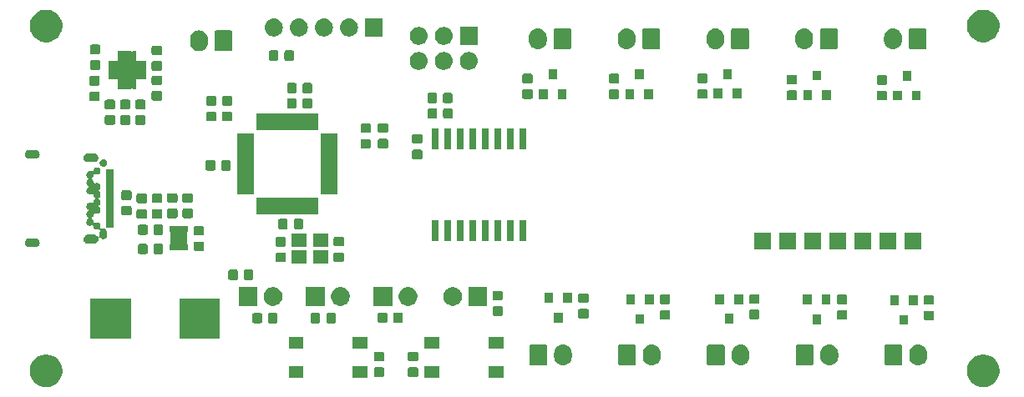
<source format=gbr>
G04 #@! TF.GenerationSoftware,KiCad,Pcbnew,(5.1.4-0)*
G04 #@! TF.CreationDate,2021-11-23T15:15:17+03:00*
G04 #@! TF.ProjectId,exercise_drop_tubes,65786572-6369-4736-955f-64726f705f74,rev?*
G04 #@! TF.SameCoordinates,Original*
G04 #@! TF.FileFunction,Soldermask,Top*
G04 #@! TF.FilePolarity,Negative*
%FSLAX46Y46*%
G04 Gerber Fmt 4.6, Leading zero omitted, Abs format (unit mm)*
G04 Created by KiCad (PCBNEW (5.1.4-0)) date 2021-11-23 15:15:17*
%MOMM*%
%LPD*%
G04 APERTURE LIST*
%ADD10C,0.100000*%
G04 APERTURE END LIST*
D10*
G36*
X178875256Y-112391298D02*
G01*
X178981579Y-112412447D01*
X179282042Y-112536903D01*
X179552451Y-112717585D01*
X179782415Y-112947549D01*
X179963097Y-113217958D01*
X180087553Y-113518421D01*
X180108702Y-113624744D01*
X180150901Y-113836890D01*
X180151000Y-113837391D01*
X180151000Y-114162609D01*
X180087553Y-114481579D01*
X179963097Y-114782042D01*
X179782415Y-115052451D01*
X179552451Y-115282415D01*
X179282042Y-115463097D01*
X178981579Y-115587553D01*
X178875256Y-115608702D01*
X178662611Y-115651000D01*
X178337389Y-115651000D01*
X178124744Y-115608702D01*
X178018421Y-115587553D01*
X177717958Y-115463097D01*
X177447549Y-115282415D01*
X177217585Y-115052451D01*
X177036903Y-114782042D01*
X176912447Y-114481579D01*
X176849000Y-114162609D01*
X176849000Y-113837391D01*
X176849100Y-113836890D01*
X176891298Y-113624744D01*
X176912447Y-113518421D01*
X177036903Y-113217958D01*
X177217585Y-112947549D01*
X177447549Y-112717585D01*
X177717958Y-112536903D01*
X178018421Y-112412447D01*
X178124744Y-112391298D01*
X178337389Y-112349000D01*
X178662611Y-112349000D01*
X178875256Y-112391298D01*
X178875256Y-112391298D01*
G37*
G36*
X83875256Y-112391298D02*
G01*
X83981579Y-112412447D01*
X84282042Y-112536903D01*
X84552451Y-112717585D01*
X84782415Y-112947549D01*
X84963097Y-113217958D01*
X85087553Y-113518421D01*
X85108702Y-113624744D01*
X85150901Y-113836890D01*
X85151000Y-113837391D01*
X85151000Y-114162609D01*
X85087553Y-114481579D01*
X84963097Y-114782042D01*
X84782415Y-115052451D01*
X84552451Y-115282415D01*
X84282042Y-115463097D01*
X83981579Y-115587553D01*
X83875256Y-115608702D01*
X83662611Y-115651000D01*
X83337389Y-115651000D01*
X83124744Y-115608702D01*
X83018421Y-115587553D01*
X82717958Y-115463097D01*
X82447549Y-115282415D01*
X82217585Y-115052451D01*
X82036903Y-114782042D01*
X81912447Y-114481579D01*
X81849000Y-114162609D01*
X81849000Y-113837391D01*
X81849100Y-113836890D01*
X81891298Y-113624744D01*
X81912447Y-113518421D01*
X82036903Y-113217958D01*
X82217585Y-112947549D01*
X82447549Y-112717585D01*
X82717958Y-112536903D01*
X83018421Y-112412447D01*
X83124744Y-112391298D01*
X83337389Y-112349000D01*
X83662611Y-112349000D01*
X83875256Y-112391298D01*
X83875256Y-112391298D01*
G37*
G36*
X116101000Y-114751000D02*
G01*
X114599000Y-114751000D01*
X114599000Y-113549000D01*
X116101000Y-113549000D01*
X116101000Y-114751000D01*
X116101000Y-114751000D01*
G37*
G36*
X109601000Y-114751000D02*
G01*
X108099000Y-114751000D01*
X108099000Y-113549000D01*
X109601000Y-113549000D01*
X109601000Y-114751000D01*
X109601000Y-114751000D01*
G37*
G36*
X129851000Y-114751000D02*
G01*
X128349000Y-114751000D01*
X128349000Y-113549000D01*
X129851000Y-113549000D01*
X129851000Y-114751000D01*
X129851000Y-114751000D01*
G37*
G36*
X123351000Y-114751000D02*
G01*
X121849000Y-114751000D01*
X121849000Y-113549000D01*
X123351000Y-113549000D01*
X123351000Y-114751000D01*
X123351000Y-114751000D01*
G37*
G36*
X121079591Y-113653085D02*
G01*
X121113569Y-113663393D01*
X121144890Y-113680134D01*
X121172339Y-113702661D01*
X121194866Y-113730110D01*
X121211607Y-113761431D01*
X121221915Y-113795409D01*
X121226000Y-113836890D01*
X121226000Y-114438110D01*
X121221915Y-114479591D01*
X121211607Y-114513569D01*
X121194866Y-114544890D01*
X121172339Y-114572339D01*
X121144890Y-114594866D01*
X121113569Y-114611607D01*
X121079591Y-114621915D01*
X121038110Y-114626000D01*
X120361890Y-114626000D01*
X120320409Y-114621915D01*
X120286431Y-114611607D01*
X120255110Y-114594866D01*
X120227661Y-114572339D01*
X120205134Y-114544890D01*
X120188393Y-114513569D01*
X120178085Y-114479591D01*
X120174000Y-114438110D01*
X120174000Y-113836890D01*
X120178085Y-113795409D01*
X120188393Y-113761431D01*
X120205134Y-113730110D01*
X120227661Y-113702661D01*
X120255110Y-113680134D01*
X120286431Y-113663393D01*
X120320409Y-113653085D01*
X120361890Y-113649000D01*
X121038110Y-113649000D01*
X121079591Y-113653085D01*
X121079591Y-113653085D01*
G37*
G36*
X117629591Y-113653085D02*
G01*
X117663569Y-113663393D01*
X117694890Y-113680134D01*
X117722339Y-113702661D01*
X117744866Y-113730110D01*
X117761607Y-113761431D01*
X117771915Y-113795409D01*
X117776000Y-113836890D01*
X117776000Y-114438110D01*
X117771915Y-114479591D01*
X117761607Y-114513569D01*
X117744866Y-114544890D01*
X117722339Y-114572339D01*
X117694890Y-114594866D01*
X117663569Y-114611607D01*
X117629591Y-114621915D01*
X117588110Y-114626000D01*
X116911890Y-114626000D01*
X116870409Y-114621915D01*
X116836431Y-114611607D01*
X116805110Y-114594866D01*
X116777661Y-114572339D01*
X116755134Y-114544890D01*
X116738393Y-114513569D01*
X116728085Y-114479591D01*
X116724000Y-114438110D01*
X116724000Y-113836890D01*
X116728085Y-113795409D01*
X116738393Y-113761431D01*
X116755134Y-113730110D01*
X116777661Y-113702661D01*
X116805110Y-113680134D01*
X116836431Y-113663393D01*
X116870409Y-113653085D01*
X116911890Y-113649000D01*
X117588110Y-113649000D01*
X117629591Y-113653085D01*
X117629591Y-113653085D01*
G37*
G36*
X172076626Y-111362037D02*
G01*
X172246465Y-111413557D01*
X172246467Y-111413558D01*
X172402989Y-111497221D01*
X172540186Y-111609814D01*
X172623448Y-111711271D01*
X172652778Y-111747009D01*
X172736443Y-111903534D01*
X172787963Y-112073373D01*
X172801000Y-112205742D01*
X172801000Y-112594257D01*
X172787963Y-112726626D01*
X172736443Y-112896466D01*
X172652778Y-113052991D01*
X172623448Y-113088729D01*
X172540186Y-113190186D01*
X172445250Y-113268097D01*
X172402991Y-113302778D01*
X172246466Y-113386443D01*
X172076627Y-113437963D01*
X171900000Y-113455359D01*
X171723374Y-113437963D01*
X171553535Y-113386443D01*
X171397010Y-113302778D01*
X171259815Y-113190185D01*
X171147222Y-113052991D01*
X171063557Y-112896466D01*
X171012037Y-112726627D01*
X170999000Y-112594258D01*
X170999000Y-112205743D01*
X171012037Y-112073374D01*
X171063557Y-111903535D01*
X171147222Y-111747010D01*
X171147223Y-111747009D01*
X171259814Y-111609814D01*
X171361271Y-111526552D01*
X171397009Y-111497222D01*
X171553534Y-111413557D01*
X171723373Y-111362037D01*
X171900000Y-111344641D01*
X172076626Y-111362037D01*
X172076626Y-111362037D01*
G37*
G36*
X163076626Y-111362037D02*
G01*
X163246465Y-111413557D01*
X163246467Y-111413558D01*
X163402989Y-111497221D01*
X163540186Y-111609814D01*
X163623448Y-111711271D01*
X163652778Y-111747009D01*
X163736443Y-111903534D01*
X163787963Y-112073373D01*
X163801000Y-112205742D01*
X163801000Y-112594257D01*
X163787963Y-112726626D01*
X163736443Y-112896466D01*
X163652778Y-113052991D01*
X163623448Y-113088729D01*
X163540186Y-113190186D01*
X163445250Y-113268097D01*
X163402991Y-113302778D01*
X163246466Y-113386443D01*
X163076627Y-113437963D01*
X162900000Y-113455359D01*
X162723374Y-113437963D01*
X162553535Y-113386443D01*
X162397010Y-113302778D01*
X162259815Y-113190185D01*
X162147222Y-113052991D01*
X162063557Y-112896466D01*
X162012037Y-112726627D01*
X161999000Y-112594258D01*
X161999000Y-112205743D01*
X162012037Y-112073374D01*
X162063557Y-111903535D01*
X162147222Y-111747010D01*
X162147223Y-111747009D01*
X162259814Y-111609814D01*
X162361271Y-111526552D01*
X162397009Y-111497222D01*
X162553534Y-111413557D01*
X162723373Y-111362037D01*
X162900000Y-111344641D01*
X163076626Y-111362037D01*
X163076626Y-111362037D01*
G37*
G36*
X154076626Y-111362037D02*
G01*
X154246465Y-111413557D01*
X154246467Y-111413558D01*
X154402989Y-111497221D01*
X154540186Y-111609814D01*
X154623448Y-111711271D01*
X154652778Y-111747009D01*
X154736443Y-111903534D01*
X154787963Y-112073373D01*
X154801000Y-112205742D01*
X154801000Y-112594257D01*
X154787963Y-112726626D01*
X154736443Y-112896466D01*
X154652778Y-113052991D01*
X154623448Y-113088729D01*
X154540186Y-113190186D01*
X154445250Y-113268097D01*
X154402991Y-113302778D01*
X154246466Y-113386443D01*
X154076627Y-113437963D01*
X153900000Y-113455359D01*
X153723374Y-113437963D01*
X153553535Y-113386443D01*
X153397010Y-113302778D01*
X153259815Y-113190185D01*
X153147222Y-113052991D01*
X153063557Y-112896466D01*
X153012037Y-112726627D01*
X152999000Y-112594258D01*
X152999000Y-112205743D01*
X153012037Y-112073374D01*
X153063557Y-111903535D01*
X153147222Y-111747010D01*
X153147223Y-111747009D01*
X153259814Y-111609814D01*
X153361271Y-111526552D01*
X153397009Y-111497222D01*
X153553534Y-111413557D01*
X153723373Y-111362037D01*
X153900000Y-111344641D01*
X154076626Y-111362037D01*
X154076626Y-111362037D01*
G37*
G36*
X145076626Y-111362037D02*
G01*
X145246465Y-111413557D01*
X145246467Y-111413558D01*
X145402989Y-111497221D01*
X145540186Y-111609814D01*
X145623448Y-111711271D01*
X145652778Y-111747009D01*
X145736443Y-111903534D01*
X145787963Y-112073373D01*
X145801000Y-112205742D01*
X145801000Y-112594257D01*
X145787963Y-112726626D01*
X145736443Y-112896466D01*
X145652778Y-113052991D01*
X145623448Y-113088729D01*
X145540186Y-113190186D01*
X145445250Y-113268097D01*
X145402991Y-113302778D01*
X145246466Y-113386443D01*
X145076627Y-113437963D01*
X144900000Y-113455359D01*
X144723374Y-113437963D01*
X144553535Y-113386443D01*
X144397010Y-113302778D01*
X144259815Y-113190185D01*
X144147222Y-113052991D01*
X144063557Y-112896466D01*
X144012037Y-112726627D01*
X143999000Y-112594258D01*
X143999000Y-112205743D01*
X144012037Y-112073374D01*
X144063557Y-111903535D01*
X144147222Y-111747010D01*
X144147223Y-111747009D01*
X144259814Y-111609814D01*
X144361271Y-111526552D01*
X144397009Y-111497222D01*
X144553534Y-111413557D01*
X144723373Y-111362037D01*
X144900000Y-111344641D01*
X145076626Y-111362037D01*
X145076626Y-111362037D01*
G37*
G36*
X136076626Y-111362037D02*
G01*
X136246465Y-111413557D01*
X136246467Y-111413558D01*
X136402989Y-111497221D01*
X136540186Y-111609814D01*
X136623448Y-111711271D01*
X136652778Y-111747009D01*
X136736443Y-111903534D01*
X136787963Y-112073373D01*
X136801000Y-112205742D01*
X136801000Y-112594257D01*
X136787963Y-112726626D01*
X136736443Y-112896466D01*
X136652778Y-113052991D01*
X136623448Y-113088729D01*
X136540186Y-113190186D01*
X136445250Y-113268097D01*
X136402991Y-113302778D01*
X136246466Y-113386443D01*
X136076627Y-113437963D01*
X135900000Y-113455359D01*
X135723374Y-113437963D01*
X135553535Y-113386443D01*
X135397010Y-113302778D01*
X135259815Y-113190185D01*
X135147222Y-113052991D01*
X135063557Y-112896466D01*
X135012037Y-112726627D01*
X134999000Y-112594258D01*
X134999000Y-112205743D01*
X135012037Y-112073374D01*
X135063557Y-111903535D01*
X135147222Y-111747010D01*
X135147223Y-111747009D01*
X135259814Y-111609814D01*
X135361271Y-111526552D01*
X135397009Y-111497222D01*
X135553534Y-111413557D01*
X135723373Y-111362037D01*
X135900000Y-111344641D01*
X136076626Y-111362037D01*
X136076626Y-111362037D01*
G37*
G36*
X170158600Y-111352989D02*
G01*
X170191652Y-111363015D01*
X170222103Y-111379292D01*
X170248799Y-111401201D01*
X170270708Y-111427897D01*
X170286985Y-111458348D01*
X170297011Y-111491400D01*
X170301000Y-111531903D01*
X170301000Y-113268097D01*
X170297011Y-113308600D01*
X170286985Y-113341652D01*
X170270708Y-113372103D01*
X170248799Y-113398799D01*
X170222103Y-113420708D01*
X170191652Y-113436985D01*
X170158600Y-113447011D01*
X170118097Y-113451000D01*
X168681903Y-113451000D01*
X168641400Y-113447011D01*
X168608348Y-113436985D01*
X168577897Y-113420708D01*
X168551201Y-113398799D01*
X168529292Y-113372103D01*
X168513015Y-113341652D01*
X168502989Y-113308600D01*
X168499000Y-113268097D01*
X168499000Y-111531903D01*
X168502989Y-111491400D01*
X168513015Y-111458348D01*
X168529292Y-111427897D01*
X168551201Y-111401201D01*
X168577897Y-111379292D01*
X168608348Y-111363015D01*
X168641400Y-111352989D01*
X168681903Y-111349000D01*
X170118097Y-111349000D01*
X170158600Y-111352989D01*
X170158600Y-111352989D01*
G37*
G36*
X161158600Y-111352989D02*
G01*
X161191652Y-111363015D01*
X161222103Y-111379292D01*
X161248799Y-111401201D01*
X161270708Y-111427897D01*
X161286985Y-111458348D01*
X161297011Y-111491400D01*
X161301000Y-111531903D01*
X161301000Y-113268097D01*
X161297011Y-113308600D01*
X161286985Y-113341652D01*
X161270708Y-113372103D01*
X161248799Y-113398799D01*
X161222103Y-113420708D01*
X161191652Y-113436985D01*
X161158600Y-113447011D01*
X161118097Y-113451000D01*
X159681903Y-113451000D01*
X159641400Y-113447011D01*
X159608348Y-113436985D01*
X159577897Y-113420708D01*
X159551201Y-113398799D01*
X159529292Y-113372103D01*
X159513015Y-113341652D01*
X159502989Y-113308600D01*
X159499000Y-113268097D01*
X159499000Y-111531903D01*
X159502989Y-111491400D01*
X159513015Y-111458348D01*
X159529292Y-111427897D01*
X159551201Y-111401201D01*
X159577897Y-111379292D01*
X159608348Y-111363015D01*
X159641400Y-111352989D01*
X159681903Y-111349000D01*
X161118097Y-111349000D01*
X161158600Y-111352989D01*
X161158600Y-111352989D01*
G37*
G36*
X152158600Y-111352989D02*
G01*
X152191652Y-111363015D01*
X152222103Y-111379292D01*
X152248799Y-111401201D01*
X152270708Y-111427897D01*
X152286985Y-111458348D01*
X152297011Y-111491400D01*
X152301000Y-111531903D01*
X152301000Y-113268097D01*
X152297011Y-113308600D01*
X152286985Y-113341652D01*
X152270708Y-113372103D01*
X152248799Y-113398799D01*
X152222103Y-113420708D01*
X152191652Y-113436985D01*
X152158600Y-113447011D01*
X152118097Y-113451000D01*
X150681903Y-113451000D01*
X150641400Y-113447011D01*
X150608348Y-113436985D01*
X150577897Y-113420708D01*
X150551201Y-113398799D01*
X150529292Y-113372103D01*
X150513015Y-113341652D01*
X150502989Y-113308600D01*
X150499000Y-113268097D01*
X150499000Y-111531903D01*
X150502989Y-111491400D01*
X150513015Y-111458348D01*
X150529292Y-111427897D01*
X150551201Y-111401201D01*
X150577897Y-111379292D01*
X150608348Y-111363015D01*
X150641400Y-111352989D01*
X150681903Y-111349000D01*
X152118097Y-111349000D01*
X152158600Y-111352989D01*
X152158600Y-111352989D01*
G37*
G36*
X143158600Y-111352989D02*
G01*
X143191652Y-111363015D01*
X143222103Y-111379292D01*
X143248799Y-111401201D01*
X143270708Y-111427897D01*
X143286985Y-111458348D01*
X143297011Y-111491400D01*
X143301000Y-111531903D01*
X143301000Y-113268097D01*
X143297011Y-113308600D01*
X143286985Y-113341652D01*
X143270708Y-113372103D01*
X143248799Y-113398799D01*
X143222103Y-113420708D01*
X143191652Y-113436985D01*
X143158600Y-113447011D01*
X143118097Y-113451000D01*
X141681903Y-113451000D01*
X141641400Y-113447011D01*
X141608348Y-113436985D01*
X141577897Y-113420708D01*
X141551201Y-113398799D01*
X141529292Y-113372103D01*
X141513015Y-113341652D01*
X141502989Y-113308600D01*
X141499000Y-113268097D01*
X141499000Y-111531903D01*
X141502989Y-111491400D01*
X141513015Y-111458348D01*
X141529292Y-111427897D01*
X141551201Y-111401201D01*
X141577897Y-111379292D01*
X141608348Y-111363015D01*
X141641400Y-111352989D01*
X141681903Y-111349000D01*
X143118097Y-111349000D01*
X143158600Y-111352989D01*
X143158600Y-111352989D01*
G37*
G36*
X134158600Y-111352989D02*
G01*
X134191652Y-111363015D01*
X134222103Y-111379292D01*
X134248799Y-111401201D01*
X134270708Y-111427897D01*
X134286985Y-111458348D01*
X134297011Y-111491400D01*
X134301000Y-111531903D01*
X134301000Y-113268097D01*
X134297011Y-113308600D01*
X134286985Y-113341652D01*
X134270708Y-113372103D01*
X134248799Y-113398799D01*
X134222103Y-113420708D01*
X134191652Y-113436985D01*
X134158600Y-113447011D01*
X134118097Y-113451000D01*
X132681903Y-113451000D01*
X132641400Y-113447011D01*
X132608348Y-113436985D01*
X132577897Y-113420708D01*
X132551201Y-113398799D01*
X132529292Y-113372103D01*
X132513015Y-113341652D01*
X132502989Y-113308600D01*
X132499000Y-113268097D01*
X132499000Y-111531903D01*
X132502989Y-111491400D01*
X132513015Y-111458348D01*
X132529292Y-111427897D01*
X132551201Y-111401201D01*
X132577897Y-111379292D01*
X132608348Y-111363015D01*
X132641400Y-111352989D01*
X132681903Y-111349000D01*
X134118097Y-111349000D01*
X134158600Y-111352989D01*
X134158600Y-111352989D01*
G37*
G36*
X121079591Y-112078085D02*
G01*
X121113569Y-112088393D01*
X121144890Y-112105134D01*
X121172339Y-112127661D01*
X121194866Y-112155110D01*
X121211607Y-112186431D01*
X121221915Y-112220409D01*
X121226000Y-112261890D01*
X121226000Y-112863110D01*
X121221915Y-112904591D01*
X121211607Y-112938569D01*
X121194866Y-112969890D01*
X121172339Y-112997339D01*
X121144890Y-113019866D01*
X121113569Y-113036607D01*
X121079591Y-113046915D01*
X121038110Y-113051000D01*
X120361890Y-113051000D01*
X120320409Y-113046915D01*
X120286431Y-113036607D01*
X120255110Y-113019866D01*
X120227661Y-112997339D01*
X120205134Y-112969890D01*
X120188393Y-112938569D01*
X120178085Y-112904591D01*
X120174000Y-112863110D01*
X120174000Y-112261890D01*
X120178085Y-112220409D01*
X120188393Y-112186431D01*
X120205134Y-112155110D01*
X120227661Y-112127661D01*
X120255110Y-112105134D01*
X120286431Y-112088393D01*
X120320409Y-112078085D01*
X120361890Y-112074000D01*
X121038110Y-112074000D01*
X121079591Y-112078085D01*
X121079591Y-112078085D01*
G37*
G36*
X117629591Y-112078085D02*
G01*
X117663569Y-112088393D01*
X117694890Y-112105134D01*
X117722339Y-112127661D01*
X117744866Y-112155110D01*
X117761607Y-112186431D01*
X117771915Y-112220409D01*
X117776000Y-112261890D01*
X117776000Y-112863110D01*
X117771915Y-112904591D01*
X117761607Y-112938569D01*
X117744866Y-112969890D01*
X117722339Y-112997339D01*
X117694890Y-113019866D01*
X117663569Y-113036607D01*
X117629591Y-113046915D01*
X117588110Y-113051000D01*
X116911890Y-113051000D01*
X116870409Y-113046915D01*
X116836431Y-113036607D01*
X116805110Y-113019866D01*
X116777661Y-112997339D01*
X116755134Y-112969890D01*
X116738393Y-112938569D01*
X116728085Y-112904591D01*
X116724000Y-112863110D01*
X116724000Y-112261890D01*
X116728085Y-112220409D01*
X116738393Y-112186431D01*
X116755134Y-112155110D01*
X116777661Y-112127661D01*
X116805110Y-112105134D01*
X116836431Y-112088393D01*
X116870409Y-112078085D01*
X116911890Y-112074000D01*
X117588110Y-112074000D01*
X117629591Y-112078085D01*
X117629591Y-112078085D01*
G37*
G36*
X123351000Y-111751000D02*
G01*
X121849000Y-111751000D01*
X121849000Y-110549000D01*
X123351000Y-110549000D01*
X123351000Y-111751000D01*
X123351000Y-111751000D01*
G37*
G36*
X129851000Y-111751000D02*
G01*
X128349000Y-111751000D01*
X128349000Y-110549000D01*
X129851000Y-110549000D01*
X129851000Y-111751000D01*
X129851000Y-111751000D01*
G37*
G36*
X116101000Y-111751000D02*
G01*
X114599000Y-111751000D01*
X114599000Y-110549000D01*
X116101000Y-110549000D01*
X116101000Y-111751000D01*
X116101000Y-111751000D01*
G37*
G36*
X109601000Y-111751000D02*
G01*
X108099000Y-111751000D01*
X108099000Y-110549000D01*
X109601000Y-110549000D01*
X109601000Y-111751000D01*
X109601000Y-111751000D01*
G37*
G36*
X92101000Y-110751000D02*
G01*
X87999000Y-110751000D01*
X87999000Y-106649000D01*
X92101000Y-106649000D01*
X92101000Y-110751000D01*
X92101000Y-110751000D01*
G37*
G36*
X101101000Y-110751000D02*
G01*
X96999000Y-110751000D01*
X96999000Y-106649000D01*
X101101000Y-106649000D01*
X101101000Y-110751000D01*
X101101000Y-110751000D01*
G37*
G36*
X170901000Y-109326000D02*
G01*
X169999000Y-109326000D01*
X169999000Y-108324000D01*
X170901000Y-108324000D01*
X170901000Y-109326000D01*
X170901000Y-109326000D01*
G37*
G36*
X162076000Y-109276000D02*
G01*
X161174000Y-109276000D01*
X161174000Y-108274000D01*
X162076000Y-108274000D01*
X162076000Y-109276000D01*
X162076000Y-109276000D01*
G37*
G36*
X144151000Y-109251000D02*
G01*
X143249000Y-109251000D01*
X143249000Y-108249000D01*
X144151000Y-108249000D01*
X144151000Y-109251000D01*
X144151000Y-109251000D01*
G37*
G36*
X153201000Y-109226000D02*
G01*
X152299000Y-109226000D01*
X152299000Y-108224000D01*
X153201000Y-108224000D01*
X153201000Y-109226000D01*
X153201000Y-109226000D01*
G37*
G36*
X111154591Y-108128085D02*
G01*
X111188569Y-108138393D01*
X111219890Y-108155134D01*
X111247339Y-108177661D01*
X111269866Y-108205110D01*
X111286607Y-108236431D01*
X111296915Y-108270409D01*
X111301000Y-108311890D01*
X111301000Y-108988110D01*
X111296915Y-109029591D01*
X111286607Y-109063569D01*
X111269866Y-109094890D01*
X111247339Y-109122339D01*
X111219890Y-109144866D01*
X111188569Y-109161607D01*
X111154591Y-109171915D01*
X111113110Y-109176000D01*
X110511890Y-109176000D01*
X110470409Y-109171915D01*
X110436431Y-109161607D01*
X110405110Y-109144866D01*
X110377661Y-109122339D01*
X110355134Y-109094890D01*
X110338393Y-109063569D01*
X110328085Y-109029591D01*
X110324000Y-108988110D01*
X110324000Y-108311890D01*
X110328085Y-108270409D01*
X110338393Y-108236431D01*
X110355134Y-108205110D01*
X110377661Y-108177661D01*
X110405110Y-108155134D01*
X110436431Y-108138393D01*
X110470409Y-108128085D01*
X110511890Y-108124000D01*
X111113110Y-108124000D01*
X111154591Y-108128085D01*
X111154591Y-108128085D01*
G37*
G36*
X105254591Y-108128085D02*
G01*
X105288569Y-108138393D01*
X105319890Y-108155134D01*
X105347339Y-108177661D01*
X105369866Y-108205110D01*
X105386607Y-108236431D01*
X105396915Y-108270409D01*
X105401000Y-108311890D01*
X105401000Y-108988110D01*
X105396915Y-109029591D01*
X105386607Y-109063569D01*
X105369866Y-109094890D01*
X105347339Y-109122339D01*
X105319890Y-109144866D01*
X105288569Y-109161607D01*
X105254591Y-109171915D01*
X105213110Y-109176000D01*
X104611890Y-109176000D01*
X104570409Y-109171915D01*
X104536431Y-109161607D01*
X104505110Y-109144866D01*
X104477661Y-109122339D01*
X104455134Y-109094890D01*
X104438393Y-109063569D01*
X104428085Y-109029591D01*
X104424000Y-108988110D01*
X104424000Y-108311890D01*
X104428085Y-108270409D01*
X104438393Y-108236431D01*
X104455134Y-108205110D01*
X104477661Y-108177661D01*
X104505110Y-108155134D01*
X104536431Y-108138393D01*
X104570409Y-108128085D01*
X104611890Y-108124000D01*
X105213110Y-108124000D01*
X105254591Y-108128085D01*
X105254591Y-108128085D01*
G37*
G36*
X106829591Y-108128085D02*
G01*
X106863569Y-108138393D01*
X106894890Y-108155134D01*
X106922339Y-108177661D01*
X106944866Y-108205110D01*
X106961607Y-108236431D01*
X106971915Y-108270409D01*
X106976000Y-108311890D01*
X106976000Y-108988110D01*
X106971915Y-109029591D01*
X106961607Y-109063569D01*
X106944866Y-109094890D01*
X106922339Y-109122339D01*
X106894890Y-109144866D01*
X106863569Y-109161607D01*
X106829591Y-109171915D01*
X106788110Y-109176000D01*
X106186890Y-109176000D01*
X106145409Y-109171915D01*
X106111431Y-109161607D01*
X106080110Y-109144866D01*
X106052661Y-109122339D01*
X106030134Y-109094890D01*
X106013393Y-109063569D01*
X106003085Y-109029591D01*
X105999000Y-108988110D01*
X105999000Y-108311890D01*
X106003085Y-108270409D01*
X106013393Y-108236431D01*
X106030134Y-108205110D01*
X106052661Y-108177661D01*
X106080110Y-108155134D01*
X106111431Y-108138393D01*
X106145409Y-108128085D01*
X106186890Y-108124000D01*
X106788110Y-108124000D01*
X106829591Y-108128085D01*
X106829591Y-108128085D01*
G37*
G36*
X112729591Y-108128085D02*
G01*
X112763569Y-108138393D01*
X112794890Y-108155134D01*
X112822339Y-108177661D01*
X112844866Y-108205110D01*
X112861607Y-108236431D01*
X112871915Y-108270409D01*
X112876000Y-108311890D01*
X112876000Y-108988110D01*
X112871915Y-109029591D01*
X112861607Y-109063569D01*
X112844866Y-109094890D01*
X112822339Y-109122339D01*
X112794890Y-109144866D01*
X112763569Y-109161607D01*
X112729591Y-109171915D01*
X112688110Y-109176000D01*
X112086890Y-109176000D01*
X112045409Y-109171915D01*
X112011431Y-109161607D01*
X111980110Y-109144866D01*
X111952661Y-109122339D01*
X111930134Y-109094890D01*
X111913393Y-109063569D01*
X111903085Y-109029591D01*
X111899000Y-108988110D01*
X111899000Y-108311890D01*
X111903085Y-108270409D01*
X111913393Y-108236431D01*
X111930134Y-108205110D01*
X111952661Y-108177661D01*
X111980110Y-108155134D01*
X112011431Y-108138393D01*
X112045409Y-108128085D01*
X112086890Y-108124000D01*
X112688110Y-108124000D01*
X112729591Y-108128085D01*
X112729591Y-108128085D01*
G37*
G36*
X119529591Y-108078085D02*
G01*
X119563569Y-108088393D01*
X119594890Y-108105134D01*
X119622339Y-108127661D01*
X119644866Y-108155110D01*
X119661607Y-108186431D01*
X119671915Y-108220409D01*
X119676000Y-108261890D01*
X119676000Y-108938110D01*
X119671915Y-108979591D01*
X119661607Y-109013569D01*
X119644866Y-109044890D01*
X119622339Y-109072339D01*
X119594890Y-109094866D01*
X119563569Y-109111607D01*
X119529591Y-109121915D01*
X119488110Y-109126000D01*
X118886890Y-109126000D01*
X118845409Y-109121915D01*
X118811431Y-109111607D01*
X118780110Y-109094866D01*
X118752661Y-109072339D01*
X118730134Y-109044890D01*
X118713393Y-109013569D01*
X118703085Y-108979591D01*
X118699000Y-108938110D01*
X118699000Y-108261890D01*
X118703085Y-108220409D01*
X118713393Y-108186431D01*
X118730134Y-108155110D01*
X118752661Y-108127661D01*
X118780110Y-108105134D01*
X118811431Y-108088393D01*
X118845409Y-108078085D01*
X118886890Y-108074000D01*
X119488110Y-108074000D01*
X119529591Y-108078085D01*
X119529591Y-108078085D01*
G37*
G36*
X117954591Y-108078085D02*
G01*
X117988569Y-108088393D01*
X118019890Y-108105134D01*
X118047339Y-108127661D01*
X118069866Y-108155110D01*
X118086607Y-108186431D01*
X118096915Y-108220409D01*
X118101000Y-108261890D01*
X118101000Y-108938110D01*
X118096915Y-108979591D01*
X118086607Y-109013569D01*
X118069866Y-109044890D01*
X118047339Y-109072339D01*
X118019890Y-109094866D01*
X117988569Y-109111607D01*
X117954591Y-109121915D01*
X117913110Y-109126000D01*
X117311890Y-109126000D01*
X117270409Y-109121915D01*
X117236431Y-109111607D01*
X117205110Y-109094866D01*
X117177661Y-109072339D01*
X117155134Y-109044890D01*
X117138393Y-109013569D01*
X117128085Y-108979591D01*
X117124000Y-108938110D01*
X117124000Y-108261890D01*
X117128085Y-108220409D01*
X117138393Y-108186431D01*
X117155134Y-108155110D01*
X117177661Y-108127661D01*
X117205110Y-108105134D01*
X117236431Y-108088393D01*
X117270409Y-108078085D01*
X117311890Y-108074000D01*
X117913110Y-108074000D01*
X117954591Y-108078085D01*
X117954591Y-108078085D01*
G37*
G36*
X135875000Y-109117000D02*
G01*
X134973000Y-109117000D01*
X134973000Y-108115000D01*
X135875000Y-108115000D01*
X135875000Y-109117000D01*
X135875000Y-109117000D01*
G37*
G36*
X173379591Y-107903085D02*
G01*
X173413569Y-107913393D01*
X173444890Y-107930134D01*
X173472339Y-107952661D01*
X173494866Y-107980110D01*
X173511607Y-108011431D01*
X173521915Y-108045409D01*
X173526000Y-108086890D01*
X173526000Y-108688110D01*
X173521915Y-108729591D01*
X173511607Y-108763569D01*
X173494866Y-108794890D01*
X173472339Y-108822339D01*
X173444890Y-108844866D01*
X173413569Y-108861607D01*
X173379591Y-108871915D01*
X173338110Y-108876000D01*
X172661890Y-108876000D01*
X172620409Y-108871915D01*
X172586431Y-108861607D01*
X172555110Y-108844866D01*
X172527661Y-108822339D01*
X172505134Y-108794890D01*
X172488393Y-108763569D01*
X172478085Y-108729591D01*
X172474000Y-108688110D01*
X172474000Y-108086890D01*
X172478085Y-108045409D01*
X172488393Y-108011431D01*
X172505134Y-107980110D01*
X172527661Y-107952661D01*
X172555110Y-107930134D01*
X172586431Y-107913393D01*
X172620409Y-107903085D01*
X172661890Y-107899000D01*
X173338110Y-107899000D01*
X173379591Y-107903085D01*
X173379591Y-107903085D01*
G37*
G36*
X164579591Y-107853085D02*
G01*
X164613569Y-107863393D01*
X164644890Y-107880134D01*
X164672339Y-107902661D01*
X164694866Y-107930110D01*
X164711607Y-107961431D01*
X164721915Y-107995409D01*
X164726000Y-108036890D01*
X164726000Y-108638110D01*
X164721915Y-108679591D01*
X164711607Y-108713569D01*
X164694866Y-108744890D01*
X164672339Y-108772339D01*
X164644890Y-108794866D01*
X164613569Y-108811607D01*
X164579591Y-108821915D01*
X164538110Y-108826000D01*
X163861890Y-108826000D01*
X163820409Y-108821915D01*
X163786431Y-108811607D01*
X163755110Y-108794866D01*
X163727661Y-108772339D01*
X163705134Y-108744890D01*
X163688393Y-108713569D01*
X163678085Y-108679591D01*
X163674000Y-108638110D01*
X163674000Y-108036890D01*
X163678085Y-107995409D01*
X163688393Y-107961431D01*
X163705134Y-107930110D01*
X163727661Y-107902661D01*
X163755110Y-107880134D01*
X163786431Y-107863393D01*
X163820409Y-107853085D01*
X163861890Y-107849000D01*
X164538110Y-107849000D01*
X164579591Y-107853085D01*
X164579591Y-107853085D01*
G37*
G36*
X146629591Y-107828085D02*
G01*
X146663569Y-107838393D01*
X146694890Y-107855134D01*
X146722339Y-107877661D01*
X146744866Y-107905110D01*
X146761607Y-107936431D01*
X146771915Y-107970409D01*
X146776000Y-108011890D01*
X146776000Y-108613110D01*
X146771915Y-108654591D01*
X146761607Y-108688569D01*
X146744866Y-108719890D01*
X146722339Y-108747339D01*
X146694890Y-108769866D01*
X146663569Y-108786607D01*
X146629591Y-108796915D01*
X146588110Y-108801000D01*
X145911890Y-108801000D01*
X145870409Y-108796915D01*
X145836431Y-108786607D01*
X145805110Y-108769866D01*
X145777661Y-108747339D01*
X145755134Y-108719890D01*
X145738393Y-108688569D01*
X145728085Y-108654591D01*
X145724000Y-108613110D01*
X145724000Y-108011890D01*
X145728085Y-107970409D01*
X145738393Y-107936431D01*
X145755134Y-107905110D01*
X145777661Y-107877661D01*
X145805110Y-107855134D01*
X145836431Y-107838393D01*
X145870409Y-107828085D01*
X145911890Y-107824000D01*
X146588110Y-107824000D01*
X146629591Y-107828085D01*
X146629591Y-107828085D01*
G37*
G36*
X155679591Y-107803085D02*
G01*
X155713569Y-107813393D01*
X155744890Y-107830134D01*
X155772339Y-107852661D01*
X155794866Y-107880110D01*
X155811607Y-107911431D01*
X155821915Y-107945409D01*
X155826000Y-107986890D01*
X155826000Y-108588110D01*
X155821915Y-108629591D01*
X155811607Y-108663569D01*
X155794866Y-108694890D01*
X155772339Y-108722339D01*
X155744890Y-108744866D01*
X155713569Y-108761607D01*
X155679591Y-108771915D01*
X155638110Y-108776000D01*
X154961890Y-108776000D01*
X154920409Y-108771915D01*
X154886431Y-108761607D01*
X154855110Y-108744866D01*
X154827661Y-108722339D01*
X154805134Y-108694890D01*
X154788393Y-108663569D01*
X154778085Y-108629591D01*
X154774000Y-108588110D01*
X154774000Y-107986890D01*
X154778085Y-107945409D01*
X154788393Y-107911431D01*
X154805134Y-107880110D01*
X154827661Y-107852661D01*
X154855110Y-107830134D01*
X154886431Y-107813393D01*
X154920409Y-107803085D01*
X154961890Y-107799000D01*
X155638110Y-107799000D01*
X155679591Y-107803085D01*
X155679591Y-107803085D01*
G37*
G36*
X138354591Y-107703085D02*
G01*
X138388569Y-107713393D01*
X138419890Y-107730134D01*
X138447339Y-107752661D01*
X138469866Y-107780110D01*
X138486607Y-107811431D01*
X138496915Y-107845409D01*
X138501000Y-107886890D01*
X138501000Y-108488110D01*
X138496915Y-108529591D01*
X138486607Y-108563569D01*
X138469866Y-108594890D01*
X138447339Y-108622339D01*
X138419890Y-108644866D01*
X138388569Y-108661607D01*
X138354591Y-108671915D01*
X138313110Y-108676000D01*
X137636890Y-108676000D01*
X137595409Y-108671915D01*
X137561431Y-108661607D01*
X137530110Y-108644866D01*
X137502661Y-108622339D01*
X137480134Y-108594890D01*
X137463393Y-108563569D01*
X137453085Y-108529591D01*
X137449000Y-108488110D01*
X137449000Y-107886890D01*
X137453085Y-107845409D01*
X137463393Y-107811431D01*
X137480134Y-107780110D01*
X137502661Y-107752661D01*
X137530110Y-107730134D01*
X137561431Y-107713393D01*
X137595409Y-107703085D01*
X137636890Y-107699000D01*
X138313110Y-107699000D01*
X138354591Y-107703085D01*
X138354591Y-107703085D01*
G37*
G36*
X129654591Y-107453085D02*
G01*
X129688569Y-107463393D01*
X129719890Y-107480134D01*
X129747339Y-107502661D01*
X129769866Y-107530110D01*
X129786607Y-107561431D01*
X129796915Y-107595409D01*
X129801000Y-107636890D01*
X129801000Y-108238110D01*
X129796915Y-108279591D01*
X129786607Y-108313569D01*
X129769866Y-108344890D01*
X129747339Y-108372339D01*
X129719890Y-108394866D01*
X129688569Y-108411607D01*
X129654591Y-108421915D01*
X129613110Y-108426000D01*
X128936890Y-108426000D01*
X128895409Y-108421915D01*
X128861431Y-108411607D01*
X128830110Y-108394866D01*
X128802661Y-108372339D01*
X128780134Y-108344890D01*
X128763393Y-108313569D01*
X128753085Y-108279591D01*
X128749000Y-108238110D01*
X128749000Y-107636890D01*
X128753085Y-107595409D01*
X128763393Y-107561431D01*
X128780134Y-107530110D01*
X128802661Y-107502661D01*
X128830110Y-107480134D01*
X128861431Y-107463393D01*
X128895409Y-107453085D01*
X128936890Y-107449000D01*
X129613110Y-107449000D01*
X129654591Y-107453085D01*
X129654591Y-107453085D01*
G37*
G36*
X111751000Y-107401000D02*
G01*
X109849000Y-107401000D01*
X109849000Y-105499000D01*
X111751000Y-105499000D01*
X111751000Y-107401000D01*
X111751000Y-107401000D01*
G37*
G36*
X113617395Y-105535546D02*
G01*
X113790466Y-105607234D01*
X113790467Y-105607235D01*
X113946227Y-105711310D01*
X114078690Y-105843773D01*
X114108504Y-105888393D01*
X114182766Y-105999534D01*
X114254454Y-106172605D01*
X114291000Y-106356333D01*
X114291000Y-106543667D01*
X114254454Y-106727395D01*
X114182766Y-106900466D01*
X114149521Y-106950220D01*
X114078690Y-107056227D01*
X113946227Y-107188690D01*
X113880798Y-107232408D01*
X113790466Y-107292766D01*
X113617395Y-107364454D01*
X113433667Y-107401000D01*
X113246333Y-107401000D01*
X113062605Y-107364454D01*
X112889534Y-107292766D01*
X112799202Y-107232408D01*
X112733773Y-107188690D01*
X112601310Y-107056227D01*
X112530479Y-106950220D01*
X112497234Y-106900466D01*
X112425546Y-106727395D01*
X112389000Y-106543667D01*
X112389000Y-106356333D01*
X112425546Y-106172605D01*
X112497234Y-105999534D01*
X112571496Y-105888393D01*
X112601310Y-105843773D01*
X112733773Y-105711310D01*
X112889533Y-105607235D01*
X112889534Y-105607234D01*
X113062605Y-105535546D01*
X113246333Y-105499000D01*
X113433667Y-105499000D01*
X113617395Y-105535546D01*
X113617395Y-105535546D01*
G37*
G36*
X106777395Y-105535546D02*
G01*
X106950466Y-105607234D01*
X106950467Y-105607235D01*
X107106227Y-105711310D01*
X107238690Y-105843773D01*
X107268504Y-105888393D01*
X107342766Y-105999534D01*
X107414454Y-106172605D01*
X107451000Y-106356333D01*
X107451000Y-106543667D01*
X107414454Y-106727395D01*
X107342766Y-106900466D01*
X107309521Y-106950220D01*
X107238690Y-107056227D01*
X107106227Y-107188690D01*
X107040798Y-107232408D01*
X106950466Y-107292766D01*
X106777395Y-107364454D01*
X106593667Y-107401000D01*
X106406333Y-107401000D01*
X106222605Y-107364454D01*
X106049534Y-107292766D01*
X105959202Y-107232408D01*
X105893773Y-107188690D01*
X105761310Y-107056227D01*
X105690479Y-106950220D01*
X105657234Y-106900466D01*
X105585546Y-106727395D01*
X105549000Y-106543667D01*
X105549000Y-106356333D01*
X105585546Y-106172605D01*
X105657234Y-105999534D01*
X105731496Y-105888393D01*
X105761310Y-105843773D01*
X105893773Y-105711310D01*
X106049533Y-105607235D01*
X106049534Y-105607234D01*
X106222605Y-105535546D01*
X106406333Y-105499000D01*
X106593667Y-105499000D01*
X106777395Y-105535546D01*
X106777395Y-105535546D01*
G37*
G36*
X104911000Y-107401000D02*
G01*
X103009000Y-107401000D01*
X103009000Y-105499000D01*
X104911000Y-105499000D01*
X104911000Y-107401000D01*
X104911000Y-107401000D01*
G37*
G36*
X128201000Y-107401000D02*
G01*
X126299000Y-107401000D01*
X126299000Y-105499000D01*
X128201000Y-105499000D01*
X128201000Y-107401000D01*
X128201000Y-107401000D01*
G37*
G36*
X124987395Y-105535546D02*
G01*
X125160466Y-105607234D01*
X125160467Y-105607235D01*
X125316227Y-105711310D01*
X125448690Y-105843773D01*
X125478504Y-105888393D01*
X125552766Y-105999534D01*
X125624454Y-106172605D01*
X125661000Y-106356333D01*
X125661000Y-106543667D01*
X125624454Y-106727395D01*
X125552766Y-106900466D01*
X125519521Y-106950220D01*
X125448690Y-107056227D01*
X125316227Y-107188690D01*
X125250798Y-107232408D01*
X125160466Y-107292766D01*
X124987395Y-107364454D01*
X124803667Y-107401000D01*
X124616333Y-107401000D01*
X124432605Y-107364454D01*
X124259534Y-107292766D01*
X124169202Y-107232408D01*
X124103773Y-107188690D01*
X123971310Y-107056227D01*
X123900479Y-106950220D01*
X123867234Y-106900466D01*
X123795546Y-106727395D01*
X123759000Y-106543667D01*
X123759000Y-106356333D01*
X123795546Y-106172605D01*
X123867234Y-105999534D01*
X123941496Y-105888393D01*
X123971310Y-105843773D01*
X124103773Y-105711310D01*
X124259533Y-105607235D01*
X124259534Y-105607234D01*
X124432605Y-105535546D01*
X124616333Y-105499000D01*
X124803667Y-105499000D01*
X124987395Y-105535546D01*
X124987395Y-105535546D01*
G37*
G36*
X120467395Y-105535546D02*
G01*
X120640466Y-105607234D01*
X120640467Y-105607235D01*
X120796227Y-105711310D01*
X120928690Y-105843773D01*
X120958504Y-105888393D01*
X121032766Y-105999534D01*
X121104454Y-106172605D01*
X121141000Y-106356333D01*
X121141000Y-106543667D01*
X121104454Y-106727395D01*
X121032766Y-106900466D01*
X120999521Y-106950220D01*
X120928690Y-107056227D01*
X120796227Y-107188690D01*
X120730798Y-107232408D01*
X120640466Y-107292766D01*
X120467395Y-107364454D01*
X120283667Y-107401000D01*
X120096333Y-107401000D01*
X119912605Y-107364454D01*
X119739534Y-107292766D01*
X119649202Y-107232408D01*
X119583773Y-107188690D01*
X119451310Y-107056227D01*
X119380479Y-106950220D01*
X119347234Y-106900466D01*
X119275546Y-106727395D01*
X119239000Y-106543667D01*
X119239000Y-106356333D01*
X119275546Y-106172605D01*
X119347234Y-105999534D01*
X119421496Y-105888393D01*
X119451310Y-105843773D01*
X119583773Y-105711310D01*
X119739533Y-105607235D01*
X119739534Y-105607234D01*
X119912605Y-105535546D01*
X120096333Y-105499000D01*
X120283667Y-105499000D01*
X120467395Y-105535546D01*
X120467395Y-105535546D01*
G37*
G36*
X118601000Y-107401000D02*
G01*
X116699000Y-107401000D01*
X116699000Y-105499000D01*
X118601000Y-105499000D01*
X118601000Y-107401000D01*
X118601000Y-107401000D01*
G37*
G36*
X171851000Y-107326000D02*
G01*
X170949000Y-107326000D01*
X170949000Y-106324000D01*
X171851000Y-106324000D01*
X171851000Y-107326000D01*
X171851000Y-107326000D01*
G37*
G36*
X169951000Y-107326000D02*
G01*
X169049000Y-107326000D01*
X169049000Y-106324000D01*
X169951000Y-106324000D01*
X169951000Y-107326000D01*
X169951000Y-107326000D01*
G37*
G36*
X173379591Y-106328085D02*
G01*
X173413569Y-106338393D01*
X173444890Y-106355134D01*
X173472339Y-106377661D01*
X173494866Y-106405110D01*
X173511607Y-106436431D01*
X173521915Y-106470409D01*
X173526000Y-106511890D01*
X173526000Y-107113110D01*
X173521915Y-107154591D01*
X173511607Y-107188569D01*
X173494866Y-107219890D01*
X173472339Y-107247339D01*
X173444890Y-107269866D01*
X173413569Y-107286607D01*
X173379591Y-107296915D01*
X173338110Y-107301000D01*
X172661890Y-107301000D01*
X172620409Y-107296915D01*
X172586431Y-107286607D01*
X172555110Y-107269866D01*
X172527661Y-107247339D01*
X172505134Y-107219890D01*
X172488393Y-107188569D01*
X172478085Y-107154591D01*
X172474000Y-107113110D01*
X172474000Y-106511890D01*
X172478085Y-106470409D01*
X172488393Y-106436431D01*
X172505134Y-106405110D01*
X172527661Y-106377661D01*
X172555110Y-106355134D01*
X172586431Y-106338393D01*
X172620409Y-106328085D01*
X172661890Y-106324000D01*
X173338110Y-106324000D01*
X173379591Y-106328085D01*
X173379591Y-106328085D01*
G37*
G36*
X163026000Y-107276000D02*
G01*
X162124000Y-107276000D01*
X162124000Y-106274000D01*
X163026000Y-106274000D01*
X163026000Y-107276000D01*
X163026000Y-107276000D01*
G37*
G36*
X161126000Y-107276000D02*
G01*
X160224000Y-107276000D01*
X160224000Y-106274000D01*
X161126000Y-106274000D01*
X161126000Y-107276000D01*
X161126000Y-107276000D01*
G37*
G36*
X143201000Y-107251000D02*
G01*
X142299000Y-107251000D01*
X142299000Y-106249000D01*
X143201000Y-106249000D01*
X143201000Y-107251000D01*
X143201000Y-107251000D01*
G37*
G36*
X164579591Y-106278085D02*
G01*
X164613569Y-106288393D01*
X164644890Y-106305134D01*
X164672339Y-106327661D01*
X164694866Y-106355110D01*
X164711607Y-106386431D01*
X164721915Y-106420409D01*
X164726000Y-106461890D01*
X164726000Y-107063110D01*
X164721915Y-107104591D01*
X164711607Y-107138569D01*
X164694866Y-107169890D01*
X164672339Y-107197339D01*
X164644890Y-107219866D01*
X164613569Y-107236607D01*
X164579591Y-107246915D01*
X164538110Y-107251000D01*
X163861890Y-107251000D01*
X163820409Y-107246915D01*
X163786431Y-107236607D01*
X163755110Y-107219866D01*
X163727661Y-107197339D01*
X163705134Y-107169890D01*
X163688393Y-107138569D01*
X163678085Y-107104591D01*
X163674000Y-107063110D01*
X163674000Y-106461890D01*
X163678085Y-106420409D01*
X163688393Y-106386431D01*
X163705134Y-106355110D01*
X163727661Y-106327661D01*
X163755110Y-106305134D01*
X163786431Y-106288393D01*
X163820409Y-106278085D01*
X163861890Y-106274000D01*
X164538110Y-106274000D01*
X164579591Y-106278085D01*
X164579591Y-106278085D01*
G37*
G36*
X145101000Y-107251000D02*
G01*
X144199000Y-107251000D01*
X144199000Y-106249000D01*
X145101000Y-106249000D01*
X145101000Y-107251000D01*
X145101000Y-107251000D01*
G37*
G36*
X146629591Y-106253085D02*
G01*
X146663569Y-106263393D01*
X146694890Y-106280134D01*
X146722339Y-106302661D01*
X146744866Y-106330110D01*
X146761607Y-106361431D01*
X146771915Y-106395409D01*
X146776000Y-106436890D01*
X146776000Y-107038110D01*
X146771915Y-107079591D01*
X146761607Y-107113569D01*
X146744866Y-107144890D01*
X146722339Y-107172339D01*
X146694890Y-107194866D01*
X146663569Y-107211607D01*
X146629591Y-107221915D01*
X146588110Y-107226000D01*
X145911890Y-107226000D01*
X145870409Y-107221915D01*
X145836431Y-107211607D01*
X145805110Y-107194866D01*
X145777661Y-107172339D01*
X145755134Y-107144890D01*
X145738393Y-107113569D01*
X145728085Y-107079591D01*
X145724000Y-107038110D01*
X145724000Y-106436890D01*
X145728085Y-106395409D01*
X145738393Y-106361431D01*
X145755134Y-106330110D01*
X145777661Y-106302661D01*
X145805110Y-106280134D01*
X145836431Y-106263393D01*
X145870409Y-106253085D01*
X145911890Y-106249000D01*
X146588110Y-106249000D01*
X146629591Y-106253085D01*
X146629591Y-106253085D01*
G37*
G36*
X154151000Y-107226000D02*
G01*
X153249000Y-107226000D01*
X153249000Y-106224000D01*
X154151000Y-106224000D01*
X154151000Y-107226000D01*
X154151000Y-107226000D01*
G37*
G36*
X152251000Y-107226000D02*
G01*
X151349000Y-107226000D01*
X151349000Y-106224000D01*
X152251000Y-106224000D01*
X152251000Y-107226000D01*
X152251000Y-107226000D01*
G37*
G36*
X155679591Y-106228085D02*
G01*
X155713569Y-106238393D01*
X155744890Y-106255134D01*
X155772339Y-106277661D01*
X155794866Y-106305110D01*
X155811607Y-106336431D01*
X155821915Y-106370409D01*
X155826000Y-106411890D01*
X155826000Y-107013110D01*
X155821915Y-107054591D01*
X155811607Y-107088569D01*
X155794866Y-107119890D01*
X155772339Y-107147339D01*
X155744890Y-107169866D01*
X155713569Y-107186607D01*
X155679591Y-107196915D01*
X155638110Y-107201000D01*
X154961890Y-107201000D01*
X154920409Y-107196915D01*
X154886431Y-107186607D01*
X154855110Y-107169866D01*
X154827661Y-107147339D01*
X154805134Y-107119890D01*
X154788393Y-107088569D01*
X154778085Y-107054591D01*
X154774000Y-107013110D01*
X154774000Y-106411890D01*
X154778085Y-106370409D01*
X154788393Y-106336431D01*
X154805134Y-106305110D01*
X154827661Y-106277661D01*
X154855110Y-106255134D01*
X154886431Y-106238393D01*
X154920409Y-106228085D01*
X154961890Y-106224000D01*
X155638110Y-106224000D01*
X155679591Y-106228085D01*
X155679591Y-106228085D01*
G37*
G36*
X136825000Y-107117000D02*
G01*
X135923000Y-107117000D01*
X135923000Y-106115000D01*
X136825000Y-106115000D01*
X136825000Y-107117000D01*
X136825000Y-107117000D01*
G37*
G36*
X134925000Y-107117000D02*
G01*
X134023000Y-107117000D01*
X134023000Y-106115000D01*
X134925000Y-106115000D01*
X134925000Y-107117000D01*
X134925000Y-107117000D01*
G37*
G36*
X138354591Y-106128085D02*
G01*
X138388569Y-106138393D01*
X138419890Y-106155134D01*
X138447339Y-106177661D01*
X138469866Y-106205110D01*
X138486607Y-106236431D01*
X138496915Y-106270409D01*
X138501000Y-106311890D01*
X138501000Y-106913110D01*
X138496915Y-106954591D01*
X138486607Y-106988569D01*
X138469866Y-107019890D01*
X138447339Y-107047339D01*
X138419890Y-107069866D01*
X138388569Y-107086607D01*
X138354591Y-107096915D01*
X138313110Y-107101000D01*
X137636890Y-107101000D01*
X137595409Y-107096915D01*
X137561431Y-107086607D01*
X137530110Y-107069866D01*
X137502661Y-107047339D01*
X137480134Y-107019890D01*
X137463393Y-106988569D01*
X137453085Y-106954591D01*
X137449000Y-106913110D01*
X137449000Y-106311890D01*
X137453085Y-106270409D01*
X137463393Y-106236431D01*
X137480134Y-106205110D01*
X137502661Y-106177661D01*
X137530110Y-106155134D01*
X137561431Y-106138393D01*
X137595409Y-106128085D01*
X137636890Y-106124000D01*
X138313110Y-106124000D01*
X138354591Y-106128085D01*
X138354591Y-106128085D01*
G37*
G36*
X129654591Y-105878085D02*
G01*
X129688569Y-105888393D01*
X129719890Y-105905134D01*
X129747339Y-105927661D01*
X129769866Y-105955110D01*
X129786607Y-105986431D01*
X129796915Y-106020409D01*
X129801000Y-106061890D01*
X129801000Y-106663110D01*
X129796915Y-106704591D01*
X129786607Y-106738569D01*
X129769866Y-106769890D01*
X129747339Y-106797339D01*
X129719890Y-106819866D01*
X129688569Y-106836607D01*
X129654591Y-106846915D01*
X129613110Y-106851000D01*
X128936890Y-106851000D01*
X128895409Y-106846915D01*
X128861431Y-106836607D01*
X128830110Y-106819866D01*
X128802661Y-106797339D01*
X128780134Y-106769890D01*
X128763393Y-106738569D01*
X128753085Y-106704591D01*
X128749000Y-106663110D01*
X128749000Y-106061890D01*
X128753085Y-106020409D01*
X128763393Y-105986431D01*
X128780134Y-105955110D01*
X128802661Y-105927661D01*
X128830110Y-105905134D01*
X128861431Y-105888393D01*
X128895409Y-105878085D01*
X128936890Y-105874000D01*
X129613110Y-105874000D01*
X129654591Y-105878085D01*
X129654591Y-105878085D01*
G37*
G36*
X102804591Y-103728085D02*
G01*
X102838569Y-103738393D01*
X102869890Y-103755134D01*
X102897339Y-103777661D01*
X102919866Y-103805110D01*
X102936607Y-103836431D01*
X102946915Y-103870409D01*
X102951000Y-103911890D01*
X102951000Y-104588110D01*
X102946915Y-104629591D01*
X102936607Y-104663569D01*
X102919866Y-104694890D01*
X102897339Y-104722339D01*
X102869890Y-104744866D01*
X102838569Y-104761607D01*
X102804591Y-104771915D01*
X102763110Y-104776000D01*
X102161890Y-104776000D01*
X102120409Y-104771915D01*
X102086431Y-104761607D01*
X102055110Y-104744866D01*
X102027661Y-104722339D01*
X102005134Y-104694890D01*
X101988393Y-104663569D01*
X101978085Y-104629591D01*
X101974000Y-104588110D01*
X101974000Y-103911890D01*
X101978085Y-103870409D01*
X101988393Y-103836431D01*
X102005134Y-103805110D01*
X102027661Y-103777661D01*
X102055110Y-103755134D01*
X102086431Y-103738393D01*
X102120409Y-103728085D01*
X102161890Y-103724000D01*
X102763110Y-103724000D01*
X102804591Y-103728085D01*
X102804591Y-103728085D01*
G37*
G36*
X104379591Y-103728085D02*
G01*
X104413569Y-103738393D01*
X104444890Y-103755134D01*
X104472339Y-103777661D01*
X104494866Y-103805110D01*
X104511607Y-103836431D01*
X104521915Y-103870409D01*
X104526000Y-103911890D01*
X104526000Y-104588110D01*
X104521915Y-104629591D01*
X104511607Y-104663569D01*
X104494866Y-104694890D01*
X104472339Y-104722339D01*
X104444890Y-104744866D01*
X104413569Y-104761607D01*
X104379591Y-104771915D01*
X104338110Y-104776000D01*
X103736890Y-104776000D01*
X103695409Y-104771915D01*
X103661431Y-104761607D01*
X103630110Y-104744866D01*
X103602661Y-104722339D01*
X103580134Y-104694890D01*
X103563393Y-104663569D01*
X103553085Y-104629591D01*
X103549000Y-104588110D01*
X103549000Y-103911890D01*
X103553085Y-103870409D01*
X103563393Y-103836431D01*
X103580134Y-103805110D01*
X103602661Y-103777661D01*
X103630110Y-103755134D01*
X103661431Y-103738393D01*
X103695409Y-103728085D01*
X103736890Y-103724000D01*
X104338110Y-103724000D01*
X104379591Y-103728085D01*
X104379591Y-103728085D01*
G37*
G36*
X109926000Y-103101000D02*
G01*
X108424000Y-103101000D01*
X108424000Y-101799000D01*
X109926000Y-101799000D01*
X109926000Y-103101000D01*
X109926000Y-103101000D01*
G37*
G36*
X112126000Y-103101000D02*
G01*
X110624000Y-103101000D01*
X110624000Y-101799000D01*
X112126000Y-101799000D01*
X112126000Y-103101000D01*
X112126000Y-103101000D01*
G37*
G36*
X107679591Y-102003085D02*
G01*
X107713569Y-102013393D01*
X107744890Y-102030134D01*
X107772339Y-102052661D01*
X107794866Y-102080110D01*
X107811607Y-102111431D01*
X107821915Y-102145409D01*
X107826000Y-102186890D01*
X107826000Y-102788110D01*
X107821915Y-102829591D01*
X107811607Y-102863569D01*
X107794866Y-102894890D01*
X107772339Y-102922339D01*
X107744890Y-102944866D01*
X107713569Y-102961607D01*
X107679591Y-102971915D01*
X107638110Y-102976000D01*
X106961890Y-102976000D01*
X106920409Y-102971915D01*
X106886431Y-102961607D01*
X106855110Y-102944866D01*
X106827661Y-102922339D01*
X106805134Y-102894890D01*
X106788393Y-102863569D01*
X106778085Y-102829591D01*
X106774000Y-102788110D01*
X106774000Y-102186890D01*
X106778085Y-102145409D01*
X106788393Y-102111431D01*
X106805134Y-102080110D01*
X106827661Y-102052661D01*
X106855110Y-102030134D01*
X106886431Y-102013393D01*
X106920409Y-102003085D01*
X106961890Y-101999000D01*
X107638110Y-101999000D01*
X107679591Y-102003085D01*
X107679591Y-102003085D01*
G37*
G36*
X113554591Y-101978085D02*
G01*
X113588569Y-101988393D01*
X113619890Y-102005134D01*
X113647339Y-102027661D01*
X113669866Y-102055110D01*
X113686607Y-102086431D01*
X113696915Y-102120409D01*
X113701000Y-102161890D01*
X113701000Y-102763110D01*
X113696915Y-102804591D01*
X113686607Y-102838569D01*
X113669866Y-102869890D01*
X113647339Y-102897339D01*
X113619890Y-102919866D01*
X113588569Y-102936607D01*
X113554591Y-102946915D01*
X113513110Y-102951000D01*
X112836890Y-102951000D01*
X112795409Y-102946915D01*
X112761431Y-102936607D01*
X112730110Y-102919866D01*
X112702661Y-102897339D01*
X112680134Y-102869890D01*
X112663393Y-102838569D01*
X112653085Y-102804591D01*
X112649000Y-102763110D01*
X112649000Y-102161890D01*
X112653085Y-102120409D01*
X112663393Y-102086431D01*
X112680134Y-102055110D01*
X112702661Y-102027661D01*
X112730110Y-102005134D01*
X112761431Y-101988393D01*
X112795409Y-101978085D01*
X112836890Y-101974000D01*
X113513110Y-101974000D01*
X113554591Y-101978085D01*
X113554591Y-101978085D01*
G37*
G36*
X95229591Y-101103085D02*
G01*
X95263569Y-101113393D01*
X95294890Y-101130134D01*
X95322339Y-101152661D01*
X95344866Y-101180110D01*
X95361607Y-101211431D01*
X95371915Y-101245409D01*
X95376000Y-101286890D01*
X95376000Y-101963110D01*
X95371915Y-102004591D01*
X95361607Y-102038569D01*
X95344866Y-102069890D01*
X95322339Y-102097339D01*
X95294890Y-102119866D01*
X95263569Y-102136607D01*
X95229591Y-102146915D01*
X95188110Y-102151000D01*
X94586890Y-102151000D01*
X94545409Y-102146915D01*
X94511431Y-102136607D01*
X94480110Y-102119866D01*
X94452661Y-102097339D01*
X94430134Y-102069890D01*
X94413393Y-102038569D01*
X94403085Y-102004591D01*
X94399000Y-101963110D01*
X94399000Y-101286890D01*
X94403085Y-101245409D01*
X94413393Y-101211431D01*
X94430134Y-101180110D01*
X94452661Y-101152661D01*
X94480110Y-101130134D01*
X94511431Y-101113393D01*
X94545409Y-101103085D01*
X94586890Y-101099000D01*
X95188110Y-101099000D01*
X95229591Y-101103085D01*
X95229591Y-101103085D01*
G37*
G36*
X93654591Y-101103085D02*
G01*
X93688569Y-101113393D01*
X93719890Y-101130134D01*
X93747339Y-101152661D01*
X93769866Y-101180110D01*
X93786607Y-101211431D01*
X93796915Y-101245409D01*
X93801000Y-101286890D01*
X93801000Y-101963110D01*
X93796915Y-102004591D01*
X93786607Y-102038569D01*
X93769866Y-102069890D01*
X93747339Y-102097339D01*
X93719890Y-102119866D01*
X93688569Y-102136607D01*
X93654591Y-102146915D01*
X93613110Y-102151000D01*
X93011890Y-102151000D01*
X92970409Y-102146915D01*
X92936431Y-102136607D01*
X92905110Y-102119866D01*
X92877661Y-102097339D01*
X92855134Y-102069890D01*
X92838393Y-102038569D01*
X92828085Y-102004591D01*
X92824000Y-101963110D01*
X92824000Y-101286890D01*
X92828085Y-101245409D01*
X92838393Y-101211431D01*
X92855134Y-101180110D01*
X92877661Y-101152661D01*
X92905110Y-101130134D01*
X92936431Y-101113393D01*
X92970409Y-101103085D01*
X93011890Y-101099000D01*
X93613110Y-101099000D01*
X93654591Y-101103085D01*
X93654591Y-101103085D01*
G37*
G36*
X99379591Y-100878085D02*
G01*
X99413569Y-100888393D01*
X99444890Y-100905134D01*
X99472339Y-100927661D01*
X99494866Y-100955110D01*
X99511607Y-100986431D01*
X99521915Y-101020409D01*
X99526000Y-101061890D01*
X99526000Y-101663110D01*
X99521915Y-101704591D01*
X99511607Y-101738569D01*
X99494866Y-101769890D01*
X99472339Y-101797339D01*
X99444890Y-101819866D01*
X99413569Y-101836607D01*
X99379591Y-101846915D01*
X99338110Y-101851000D01*
X98661890Y-101851000D01*
X98620409Y-101846915D01*
X98586431Y-101836607D01*
X98555110Y-101819866D01*
X98527661Y-101797339D01*
X98505134Y-101769890D01*
X98488393Y-101738569D01*
X98478085Y-101704591D01*
X98474000Y-101663110D01*
X98474000Y-101061890D01*
X98478085Y-101020409D01*
X98488393Y-100986431D01*
X98505134Y-100955110D01*
X98527661Y-100927661D01*
X98555110Y-100905134D01*
X98586431Y-100888393D01*
X98620409Y-100878085D01*
X98661890Y-100874000D01*
X99338110Y-100874000D01*
X99379591Y-100878085D01*
X99379591Y-100878085D01*
G37*
G36*
X97876000Y-99886672D02*
G01*
X97856553Y-99897066D01*
X97837611Y-99912611D01*
X97822066Y-99931553D01*
X97810515Y-99953164D01*
X97803402Y-99976613D01*
X97801000Y-100000999D01*
X97801000Y-101049001D01*
X97803402Y-101073387D01*
X97810515Y-101096836D01*
X97822066Y-101118447D01*
X97837611Y-101137389D01*
X97856553Y-101152934D01*
X97876000Y-101163328D01*
X97876000Y-101776000D01*
X96024000Y-101776000D01*
X96024000Y-101163328D01*
X96043447Y-101152934D01*
X96062389Y-101137389D01*
X96077934Y-101118447D01*
X96089485Y-101096836D01*
X96096598Y-101073387D01*
X96099000Y-101049001D01*
X96099000Y-100000999D01*
X96096598Y-99976613D01*
X96089485Y-99953164D01*
X96077934Y-99931553D01*
X96062389Y-99912611D01*
X96043447Y-99897066D01*
X96024000Y-99886672D01*
X96024000Y-99274000D01*
X97876000Y-99274000D01*
X97876000Y-99886672D01*
X97876000Y-99886672D01*
G37*
G36*
X157011000Y-101701000D02*
G01*
X155309000Y-101701000D01*
X155309000Y-99999000D01*
X157011000Y-99999000D01*
X157011000Y-101701000D01*
X157011000Y-101701000D01*
G37*
G36*
X159551000Y-101701000D02*
G01*
X157849000Y-101701000D01*
X157849000Y-99999000D01*
X159551000Y-99999000D01*
X159551000Y-101701000D01*
X159551000Y-101701000D01*
G37*
G36*
X162091000Y-101701000D02*
G01*
X160389000Y-101701000D01*
X160389000Y-99999000D01*
X162091000Y-99999000D01*
X162091000Y-101701000D01*
X162091000Y-101701000D01*
G37*
G36*
X164631000Y-101701000D02*
G01*
X162929000Y-101701000D01*
X162929000Y-99999000D01*
X164631000Y-99999000D01*
X164631000Y-101701000D01*
X164631000Y-101701000D01*
G37*
G36*
X167171000Y-101701000D02*
G01*
X165469000Y-101701000D01*
X165469000Y-99999000D01*
X167171000Y-99999000D01*
X167171000Y-101701000D01*
X167171000Y-101701000D01*
G37*
G36*
X169711000Y-101701000D02*
G01*
X168009000Y-101701000D01*
X168009000Y-99999000D01*
X169711000Y-99999000D01*
X169711000Y-101701000D01*
X169711000Y-101701000D01*
G37*
G36*
X172251000Y-101701000D02*
G01*
X170549000Y-101701000D01*
X170549000Y-99999000D01*
X172251000Y-99999000D01*
X172251000Y-101701000D01*
X172251000Y-101701000D01*
G37*
G36*
X82498410Y-100545525D02*
G01*
X82583426Y-100571314D01*
X82661775Y-100613193D01*
X82730449Y-100669551D01*
X82786807Y-100738225D01*
X82828686Y-100816574D01*
X82854475Y-100901590D01*
X82863182Y-100990000D01*
X82854475Y-101078410D01*
X82828686Y-101163426D01*
X82786807Y-101241775D01*
X82730449Y-101310449D01*
X82661775Y-101366807D01*
X82583426Y-101408686D01*
X82498410Y-101434475D01*
X82432158Y-101441000D01*
X81787842Y-101441000D01*
X81721590Y-101434475D01*
X81636574Y-101408686D01*
X81558225Y-101366807D01*
X81489551Y-101310449D01*
X81433193Y-101241775D01*
X81391314Y-101163426D01*
X81365525Y-101078410D01*
X81356818Y-100990000D01*
X81365525Y-100901590D01*
X81391314Y-100816574D01*
X81433193Y-100738225D01*
X81489551Y-100669551D01*
X81558225Y-100613193D01*
X81636574Y-100571314D01*
X81721590Y-100545525D01*
X81787842Y-100539000D01*
X82432158Y-100539000D01*
X82498410Y-100545525D01*
X82498410Y-100545525D01*
G37*
G36*
X107679591Y-100428085D02*
G01*
X107713569Y-100438393D01*
X107744890Y-100455134D01*
X107772339Y-100477661D01*
X107794866Y-100505110D01*
X107811607Y-100536431D01*
X107821915Y-100570409D01*
X107826000Y-100611890D01*
X107826000Y-101213110D01*
X107821915Y-101254591D01*
X107811607Y-101288569D01*
X107794866Y-101319890D01*
X107772339Y-101347339D01*
X107744890Y-101369866D01*
X107713569Y-101386607D01*
X107679591Y-101396915D01*
X107638110Y-101401000D01*
X106961890Y-101401000D01*
X106920409Y-101396915D01*
X106886431Y-101386607D01*
X106855110Y-101369866D01*
X106827661Y-101347339D01*
X106805134Y-101319890D01*
X106788393Y-101288569D01*
X106778085Y-101254591D01*
X106774000Y-101213110D01*
X106774000Y-100611890D01*
X106778085Y-100570409D01*
X106788393Y-100536431D01*
X106805134Y-100505110D01*
X106827661Y-100477661D01*
X106855110Y-100455134D01*
X106886431Y-100438393D01*
X106920409Y-100428085D01*
X106961890Y-100424000D01*
X107638110Y-100424000D01*
X107679591Y-100428085D01*
X107679591Y-100428085D01*
G37*
G36*
X112126000Y-101401000D02*
G01*
X110624000Y-101401000D01*
X110624000Y-100099000D01*
X112126000Y-100099000D01*
X112126000Y-101401000D01*
X112126000Y-101401000D01*
G37*
G36*
X109926000Y-101401000D02*
G01*
X108424000Y-101401000D01*
X108424000Y-100099000D01*
X109926000Y-100099000D01*
X109926000Y-101401000D01*
X109926000Y-101401000D01*
G37*
G36*
X113554591Y-100403085D02*
G01*
X113588569Y-100413393D01*
X113619890Y-100430134D01*
X113647339Y-100452661D01*
X113669866Y-100480110D01*
X113686607Y-100511431D01*
X113696915Y-100545409D01*
X113701000Y-100586890D01*
X113701000Y-101188110D01*
X113696915Y-101229591D01*
X113686607Y-101263569D01*
X113669866Y-101294890D01*
X113647339Y-101322339D01*
X113619890Y-101344866D01*
X113588569Y-101361607D01*
X113554591Y-101371915D01*
X113513110Y-101376000D01*
X112836890Y-101376000D01*
X112795409Y-101371915D01*
X112761431Y-101361607D01*
X112730110Y-101344866D01*
X112702661Y-101322339D01*
X112680134Y-101294890D01*
X112663393Y-101263569D01*
X112653085Y-101229591D01*
X112649000Y-101188110D01*
X112649000Y-100586890D01*
X112653085Y-100545409D01*
X112663393Y-100511431D01*
X112680134Y-100480110D01*
X112702661Y-100452661D01*
X112730110Y-100430134D01*
X112761431Y-100413393D01*
X112795409Y-100403085D01*
X112836890Y-100399000D01*
X113513110Y-100399000D01*
X113554591Y-100403085D01*
X113554591Y-100403085D01*
G37*
G36*
X88769672Y-93338449D02*
G01*
X88769674Y-93338450D01*
X88769675Y-93338450D01*
X88838103Y-93366793D01*
X88899686Y-93407942D01*
X88952058Y-93460314D01*
X88993207Y-93521897D01*
X89012074Y-93567448D01*
X89021551Y-93590328D01*
X89036000Y-93662966D01*
X89036000Y-93737034D01*
X89035719Y-93738449D01*
X89021550Y-93809675D01*
X88993207Y-93878103D01*
X88952058Y-93939686D01*
X88899686Y-93992058D01*
X88838103Y-94033207D01*
X88769675Y-94061550D01*
X88769674Y-94061550D01*
X88769672Y-94061551D01*
X88697034Y-94076000D01*
X88622966Y-94076000D01*
X88550326Y-94061551D01*
X88506904Y-94043565D01*
X88483455Y-94036452D01*
X88459069Y-94034050D01*
X88434683Y-94036452D01*
X88411234Y-94043565D01*
X88389624Y-94055116D01*
X88370682Y-94070661D01*
X88355136Y-94089603D01*
X88343585Y-94111214D01*
X88336472Y-94134662D01*
X88321551Y-94209673D01*
X88321550Y-94209675D01*
X88293207Y-94278103D01*
X88252058Y-94339686D01*
X88199686Y-94392058D01*
X88193679Y-94396072D01*
X88174744Y-94411612D01*
X88159199Y-94430553D01*
X88147647Y-94452164D01*
X88140534Y-94475613D01*
X88138132Y-94499999D01*
X88140534Y-94524385D01*
X88147647Y-94547834D01*
X88159197Y-94569445D01*
X88174743Y-94588387D01*
X88193679Y-94603928D01*
X88199686Y-94607942D01*
X88252058Y-94660314D01*
X88293207Y-94721897D01*
X88317399Y-94780304D01*
X88321551Y-94790327D01*
X88336472Y-94865338D01*
X88343585Y-94888786D01*
X88355136Y-94910397D01*
X88370682Y-94929339D01*
X88389624Y-94944884D01*
X88411234Y-94956435D01*
X88434683Y-94963548D01*
X88459069Y-94965950D01*
X88483456Y-94963548D01*
X88506904Y-94956435D01*
X88550326Y-94938449D01*
X88622966Y-94924000D01*
X88697034Y-94924000D01*
X88769672Y-94938449D01*
X88769674Y-94938450D01*
X88769675Y-94938450D01*
X88838103Y-94966793D01*
X88899686Y-95007942D01*
X88952058Y-95060314D01*
X88993207Y-95121897D01*
X89021550Y-95190325D01*
X89021551Y-95190328D01*
X89036000Y-95262966D01*
X89036000Y-95337034D01*
X89025785Y-95388388D01*
X89021550Y-95409675D01*
X88993207Y-95478103D01*
X88952058Y-95539686D01*
X88899686Y-95592058D01*
X88893679Y-95596072D01*
X88874744Y-95611612D01*
X88859199Y-95630553D01*
X88847647Y-95652164D01*
X88840534Y-95675613D01*
X88838132Y-95699999D01*
X88840534Y-95724385D01*
X88847647Y-95747834D01*
X88859197Y-95769445D01*
X88874743Y-95788387D01*
X88893679Y-95803928D01*
X88899686Y-95807942D01*
X88952058Y-95860314D01*
X88993207Y-95921897D01*
X89011554Y-95966193D01*
X89021551Y-95990328D01*
X89036000Y-96062966D01*
X89036000Y-96137034D01*
X89021551Y-96209672D01*
X89021550Y-96209674D01*
X89021550Y-96209675D01*
X88993207Y-96278103D01*
X88952058Y-96339686D01*
X88899686Y-96392058D01*
X88893679Y-96396072D01*
X88874744Y-96411612D01*
X88859199Y-96430553D01*
X88847647Y-96452164D01*
X88840534Y-96475613D01*
X88838132Y-96499999D01*
X88840534Y-96524385D01*
X88847647Y-96547834D01*
X88859197Y-96569445D01*
X88874743Y-96588387D01*
X88893679Y-96603928D01*
X88899686Y-96607942D01*
X88952058Y-96660314D01*
X88993207Y-96721897D01*
X89021550Y-96790325D01*
X89021551Y-96790328D01*
X89036000Y-96862966D01*
X89036000Y-96937034D01*
X89028626Y-96974107D01*
X89021550Y-97009675D01*
X88993207Y-97078103D01*
X88952058Y-97139686D01*
X88899686Y-97192058D01*
X88893679Y-97196072D01*
X88874744Y-97211612D01*
X88859199Y-97230553D01*
X88847647Y-97252164D01*
X88840534Y-97275613D01*
X88838132Y-97299999D01*
X88840534Y-97324385D01*
X88847647Y-97347834D01*
X88859197Y-97369445D01*
X88874743Y-97388387D01*
X88893679Y-97403928D01*
X88899686Y-97407942D01*
X88952058Y-97460314D01*
X88993207Y-97521897D01*
X89021482Y-97590161D01*
X89021551Y-97590328D01*
X89036000Y-97662966D01*
X89036000Y-97737034D01*
X89025785Y-97788388D01*
X89021550Y-97809675D01*
X88993207Y-97878103D01*
X88952058Y-97939686D01*
X88899686Y-97992058D01*
X88838103Y-98033207D01*
X88769675Y-98061550D01*
X88769674Y-98061550D01*
X88769672Y-98061551D01*
X88697034Y-98076000D01*
X88622966Y-98076000D01*
X88550326Y-98061551D01*
X88506904Y-98043565D01*
X88483455Y-98036452D01*
X88459069Y-98034050D01*
X88434683Y-98036452D01*
X88411234Y-98043565D01*
X88389624Y-98055116D01*
X88370682Y-98070661D01*
X88355136Y-98089603D01*
X88343585Y-98111214D01*
X88336472Y-98134662D01*
X88321551Y-98209673D01*
X88321550Y-98209675D01*
X88293207Y-98278103D01*
X88252058Y-98339686D01*
X88199686Y-98392058D01*
X88193679Y-98396072D01*
X88174744Y-98411612D01*
X88159199Y-98430553D01*
X88147647Y-98452164D01*
X88140534Y-98475613D01*
X88138132Y-98499999D01*
X88140534Y-98524385D01*
X88147647Y-98547834D01*
X88159197Y-98569445D01*
X88174743Y-98588387D01*
X88193679Y-98603928D01*
X88199686Y-98607942D01*
X88252058Y-98660314D01*
X88293207Y-98721897D01*
X88302358Y-98743991D01*
X88321551Y-98790327D01*
X88336472Y-98865338D01*
X88343585Y-98888786D01*
X88355136Y-98910397D01*
X88370682Y-98929339D01*
X88389624Y-98944884D01*
X88411234Y-98956435D01*
X88434683Y-98963548D01*
X88459069Y-98965950D01*
X88483456Y-98963548D01*
X88506904Y-98956435D01*
X88550326Y-98938449D01*
X88622966Y-98924000D01*
X88697034Y-98924000D01*
X88769672Y-98938449D01*
X88769674Y-98938450D01*
X88769675Y-98938450D01*
X88838103Y-98966793D01*
X88899686Y-99007942D01*
X88952058Y-99060314D01*
X88993207Y-99121897D01*
X89017329Y-99180134D01*
X89021551Y-99190328D01*
X89036000Y-99262966D01*
X89036000Y-99337034D01*
X89021551Y-99409674D01*
X89011405Y-99434169D01*
X89004292Y-99457618D01*
X89001890Y-99482004D01*
X89004292Y-99506390D01*
X89011405Y-99529839D01*
X89022956Y-99551450D01*
X89038501Y-99570392D01*
X89057443Y-99585937D01*
X89079054Y-99597488D01*
X89102503Y-99604601D01*
X89126889Y-99607003D01*
X89151275Y-99604601D01*
X89163175Y-99601621D01*
X89165415Y-99600941D01*
X89165416Y-99600941D01*
X89236292Y-99579441D01*
X89236293Y-99579441D01*
X89236296Y-99579440D01*
X89310000Y-99572181D01*
X89383707Y-99579440D01*
X89407716Y-99586723D01*
X89431750Y-99591503D01*
X89456254Y-99591503D01*
X89480287Y-99586722D01*
X89502926Y-99577345D01*
X89520000Y-99565936D01*
X89519009Y-99575999D01*
X89521411Y-99600385D01*
X89528524Y-99623834D01*
X89540075Y-99645445D01*
X89555620Y-99664387D01*
X89564710Y-99672625D01*
X89577159Y-99682841D01*
X89624146Y-99740096D01*
X89659058Y-99805411D01*
X89680560Y-99876294D01*
X89686000Y-99931529D01*
X89686000Y-100268472D01*
X89680560Y-100323710D01*
X89659060Y-100394585D01*
X89624146Y-100459904D01*
X89577159Y-100517159D01*
X89519906Y-100564145D01*
X89454583Y-100599060D01*
X89383709Y-100620560D01*
X89310000Y-100627819D01*
X89236290Y-100620560D01*
X89165415Y-100599060D01*
X89100096Y-100564146D01*
X89042842Y-100517159D01*
X89030645Y-100502297D01*
X89013318Y-100484970D01*
X88992944Y-100471356D01*
X88970305Y-100461979D01*
X88946272Y-100457198D01*
X88921768Y-100457198D01*
X88897735Y-100461978D01*
X88875096Y-100471355D01*
X88854721Y-100484969D01*
X88837394Y-100502296D01*
X88823780Y-100522670D01*
X88814403Y-100545309D01*
X88809622Y-100569342D01*
X88809622Y-100593846D01*
X88813182Y-100629999D01*
X88804475Y-100718410D01*
X88778686Y-100803426D01*
X88736807Y-100881775D01*
X88680449Y-100950449D01*
X88611775Y-101006807D01*
X88533426Y-101048686D01*
X88448410Y-101074475D01*
X88382158Y-101081000D01*
X87737842Y-101081000D01*
X87671590Y-101074475D01*
X87586574Y-101048686D01*
X87508225Y-101006807D01*
X87439551Y-100950449D01*
X87383193Y-100881775D01*
X87341314Y-100803426D01*
X87315525Y-100718410D01*
X87306818Y-100630000D01*
X87315525Y-100541590D01*
X87341314Y-100456574D01*
X87383193Y-100378225D01*
X87439551Y-100309551D01*
X87508225Y-100253193D01*
X87586574Y-100211314D01*
X87671590Y-100185525D01*
X87737842Y-100179000D01*
X88382158Y-100179000D01*
X88448410Y-100185525D01*
X88533426Y-100211314D01*
X88611775Y-100253193D01*
X88680449Y-100309552D01*
X88712375Y-100348454D01*
X88729702Y-100365781D01*
X88750077Y-100379395D01*
X88772715Y-100388772D01*
X88796749Y-100393553D01*
X88821253Y-100393553D01*
X88845286Y-100388773D01*
X88867925Y-100379395D01*
X88888299Y-100365782D01*
X88905626Y-100348455D01*
X88919240Y-100328080D01*
X88928617Y-100305442D01*
X88933398Y-100281408D01*
X88934000Y-100269156D01*
X88934000Y-99931528D01*
X88939440Y-99876292D01*
X88961621Y-99803175D01*
X88966402Y-99779142D01*
X88966402Y-99754638D01*
X88961622Y-99730604D01*
X88952245Y-99707965D01*
X88938632Y-99687591D01*
X88921305Y-99670263D01*
X88900931Y-99656649D01*
X88878292Y-99647272D01*
X88854259Y-99642491D01*
X88829755Y-99642491D01*
X88805721Y-99647271D01*
X88794168Y-99651405D01*
X88769674Y-99661551D01*
X88697034Y-99676000D01*
X88622966Y-99676000D01*
X88550328Y-99661551D01*
X88550326Y-99661550D01*
X88550325Y-99661550D01*
X88481897Y-99633207D01*
X88420314Y-99592058D01*
X88367942Y-99539686D01*
X88326793Y-99478103D01*
X88298450Y-99409675D01*
X88298449Y-99409673D01*
X88283528Y-99334662D01*
X88276415Y-99311214D01*
X88264864Y-99289603D01*
X88249318Y-99270661D01*
X88230376Y-99255116D01*
X88208766Y-99243565D01*
X88185317Y-99236452D01*
X88160931Y-99234050D01*
X88136544Y-99236452D01*
X88113096Y-99243565D01*
X88069674Y-99261551D01*
X87997034Y-99276000D01*
X87922966Y-99276000D01*
X87850328Y-99261551D01*
X87850326Y-99261550D01*
X87850325Y-99261550D01*
X87781897Y-99233207D01*
X87720314Y-99192058D01*
X87667942Y-99139686D01*
X87626793Y-99078103D01*
X87598450Y-99009675D01*
X87584282Y-98938449D01*
X87584000Y-98937034D01*
X87584000Y-98862966D01*
X87598449Y-98790328D01*
X87617642Y-98743991D01*
X87626793Y-98721897D01*
X87667942Y-98660314D01*
X87720314Y-98607942D01*
X87726321Y-98603928D01*
X87745256Y-98588388D01*
X87760801Y-98569447D01*
X87772353Y-98547836D01*
X87779466Y-98524387D01*
X87781868Y-98500001D01*
X87779466Y-98475615D01*
X87772353Y-98452166D01*
X87760803Y-98430555D01*
X87745257Y-98411613D01*
X87726321Y-98396072D01*
X87720314Y-98392058D01*
X87667942Y-98339686D01*
X87626793Y-98278103D01*
X87598450Y-98209675D01*
X87598450Y-98209674D01*
X87598449Y-98209672D01*
X87584000Y-98137034D01*
X87584000Y-98062966D01*
X87598449Y-97990328D01*
X87598450Y-97990325D01*
X87626793Y-97921897D01*
X87667942Y-97860314D01*
X87720314Y-97807942D01*
X87726321Y-97803928D01*
X87745256Y-97788388D01*
X87760801Y-97769447D01*
X87772353Y-97747836D01*
X87779466Y-97724387D01*
X87781868Y-97700001D01*
X87779466Y-97675615D01*
X87772353Y-97652166D01*
X87760803Y-97630555D01*
X87745257Y-97611613D01*
X87726321Y-97596072D01*
X87720314Y-97592058D01*
X87667942Y-97539686D01*
X87626793Y-97478103D01*
X87598450Y-97409675D01*
X87598099Y-97407909D01*
X87584000Y-97337034D01*
X87584000Y-97262966D01*
X87598449Y-97190328D01*
X87598450Y-97190325D01*
X87626793Y-97121897D01*
X87667942Y-97060314D01*
X87720314Y-97007942D01*
X87781897Y-96966793D01*
X87850325Y-96938450D01*
X87850326Y-96938450D01*
X87850328Y-96938449D01*
X87922966Y-96924000D01*
X87997034Y-96924000D01*
X88069674Y-96938449D01*
X88113096Y-96956435D01*
X88136545Y-96963548D01*
X88160931Y-96965950D01*
X88185317Y-96963548D01*
X88208766Y-96956435D01*
X88230376Y-96944884D01*
X88249318Y-96929339D01*
X88264864Y-96910397D01*
X88276415Y-96888786D01*
X88283528Y-96865338D01*
X88298449Y-96790327D01*
X88302975Y-96779401D01*
X88326793Y-96721897D01*
X88367942Y-96660314D01*
X88420314Y-96607942D01*
X88426321Y-96603928D01*
X88445256Y-96588388D01*
X88460801Y-96569447D01*
X88472353Y-96547836D01*
X88479466Y-96524387D01*
X88481868Y-96500001D01*
X88479466Y-96475615D01*
X88472353Y-96452166D01*
X88460803Y-96430555D01*
X88445257Y-96411613D01*
X88426321Y-96396072D01*
X88420314Y-96392058D01*
X88367942Y-96339686D01*
X88326793Y-96278103D01*
X88298450Y-96209675D01*
X88298449Y-96209673D01*
X88283528Y-96134662D01*
X88276415Y-96111214D01*
X88264864Y-96089603D01*
X88249318Y-96070661D01*
X88230376Y-96055116D01*
X88208766Y-96043565D01*
X88185317Y-96036452D01*
X88160931Y-96034050D01*
X88136544Y-96036452D01*
X88113096Y-96043565D01*
X88069674Y-96061551D01*
X87997034Y-96076000D01*
X87922966Y-96076000D01*
X87850328Y-96061551D01*
X87850326Y-96061550D01*
X87850325Y-96061550D01*
X87781897Y-96033207D01*
X87720314Y-95992058D01*
X87667942Y-95939686D01*
X87626793Y-95878103D01*
X87598450Y-95809675D01*
X87596313Y-95798931D01*
X87584000Y-95737034D01*
X87584000Y-95662966D01*
X87598449Y-95590328D01*
X87598450Y-95590325D01*
X87626793Y-95521897D01*
X87667942Y-95460314D01*
X87720314Y-95407942D01*
X87726321Y-95403928D01*
X87745256Y-95388388D01*
X87760801Y-95369447D01*
X87772353Y-95347836D01*
X87779466Y-95324387D01*
X87781868Y-95300001D01*
X87779466Y-95275615D01*
X87772353Y-95252166D01*
X87760803Y-95230555D01*
X87745257Y-95211613D01*
X87726321Y-95196072D01*
X87720314Y-95192058D01*
X87667942Y-95139686D01*
X87626793Y-95078103D01*
X87598450Y-95009675D01*
X87584282Y-94938449D01*
X87584000Y-94937034D01*
X87584000Y-94862966D01*
X87598449Y-94790328D01*
X87598450Y-94790325D01*
X87626793Y-94721897D01*
X87667942Y-94660314D01*
X87720314Y-94607942D01*
X87726321Y-94603928D01*
X87745256Y-94588388D01*
X87760801Y-94569447D01*
X87772353Y-94547836D01*
X87779466Y-94524387D01*
X87781868Y-94500001D01*
X87779466Y-94475615D01*
X87772353Y-94452166D01*
X87760803Y-94430555D01*
X87745257Y-94411613D01*
X87726321Y-94396072D01*
X87720314Y-94392058D01*
X87667942Y-94339686D01*
X87626793Y-94278103D01*
X87598450Y-94209675D01*
X87598450Y-94209674D01*
X87598449Y-94209672D01*
X87584000Y-94137034D01*
X87584000Y-94062966D01*
X87598449Y-93990328D01*
X87598450Y-93990325D01*
X87626793Y-93921897D01*
X87667942Y-93860314D01*
X87720314Y-93807942D01*
X87781897Y-93766793D01*
X87850325Y-93738450D01*
X87850326Y-93738450D01*
X87850328Y-93738449D01*
X87922966Y-93724000D01*
X87997034Y-93724000D01*
X88069674Y-93738449D01*
X88113096Y-93756435D01*
X88136545Y-93763548D01*
X88160931Y-93765950D01*
X88185317Y-93763548D01*
X88208766Y-93756435D01*
X88230376Y-93744884D01*
X88249318Y-93729339D01*
X88264864Y-93710397D01*
X88276415Y-93688786D01*
X88283528Y-93665338D01*
X88298449Y-93590327D01*
X88307926Y-93567448D01*
X88326793Y-93521897D01*
X88367942Y-93460314D01*
X88420314Y-93407942D01*
X88481897Y-93366793D01*
X88550325Y-93338450D01*
X88550326Y-93338450D01*
X88550328Y-93338449D01*
X88622966Y-93324000D01*
X88697034Y-93324000D01*
X88769672Y-93338449D01*
X88769672Y-93338449D01*
G37*
G36*
X127024928Y-98676764D02*
G01*
X127046009Y-98683160D01*
X127065445Y-98693548D01*
X127082476Y-98707524D01*
X127096452Y-98724555D01*
X127106840Y-98743991D01*
X127113236Y-98765072D01*
X127116000Y-98793140D01*
X127116000Y-100706860D01*
X127113236Y-100734928D01*
X127106840Y-100756009D01*
X127096452Y-100775445D01*
X127082476Y-100792476D01*
X127065445Y-100806452D01*
X127046009Y-100816840D01*
X127024928Y-100823236D01*
X126996860Y-100826000D01*
X126533140Y-100826000D01*
X126505072Y-100823236D01*
X126483991Y-100816840D01*
X126464555Y-100806452D01*
X126447524Y-100792476D01*
X126433548Y-100775445D01*
X126423160Y-100756009D01*
X126416764Y-100734928D01*
X126414000Y-100706860D01*
X126414000Y-98793140D01*
X126416764Y-98765072D01*
X126423160Y-98743991D01*
X126433548Y-98724555D01*
X126447524Y-98707524D01*
X126464555Y-98693548D01*
X126483991Y-98683160D01*
X126505072Y-98676764D01*
X126533140Y-98674000D01*
X126996860Y-98674000D01*
X127024928Y-98676764D01*
X127024928Y-98676764D01*
G37*
G36*
X128294928Y-98676764D02*
G01*
X128316009Y-98683160D01*
X128335445Y-98693548D01*
X128352476Y-98707524D01*
X128366452Y-98724555D01*
X128376840Y-98743991D01*
X128383236Y-98765072D01*
X128386000Y-98793140D01*
X128386000Y-100706860D01*
X128383236Y-100734928D01*
X128376840Y-100756009D01*
X128366452Y-100775445D01*
X128352476Y-100792476D01*
X128335445Y-100806452D01*
X128316009Y-100816840D01*
X128294928Y-100823236D01*
X128266860Y-100826000D01*
X127803140Y-100826000D01*
X127775072Y-100823236D01*
X127753991Y-100816840D01*
X127734555Y-100806452D01*
X127717524Y-100792476D01*
X127703548Y-100775445D01*
X127693160Y-100756009D01*
X127686764Y-100734928D01*
X127684000Y-100706860D01*
X127684000Y-98793140D01*
X127686764Y-98765072D01*
X127693160Y-98743991D01*
X127703548Y-98724555D01*
X127717524Y-98707524D01*
X127734555Y-98693548D01*
X127753991Y-98683160D01*
X127775072Y-98676764D01*
X127803140Y-98674000D01*
X128266860Y-98674000D01*
X128294928Y-98676764D01*
X128294928Y-98676764D01*
G37*
G36*
X124484928Y-98676764D02*
G01*
X124506009Y-98683160D01*
X124525445Y-98693548D01*
X124542476Y-98707524D01*
X124556452Y-98724555D01*
X124566840Y-98743991D01*
X124573236Y-98765072D01*
X124576000Y-98793140D01*
X124576000Y-100706860D01*
X124573236Y-100734928D01*
X124566840Y-100756009D01*
X124556452Y-100775445D01*
X124542476Y-100792476D01*
X124525445Y-100806452D01*
X124506009Y-100816840D01*
X124484928Y-100823236D01*
X124456860Y-100826000D01*
X123993140Y-100826000D01*
X123965072Y-100823236D01*
X123943991Y-100816840D01*
X123924555Y-100806452D01*
X123907524Y-100792476D01*
X123893548Y-100775445D01*
X123883160Y-100756009D01*
X123876764Y-100734928D01*
X123874000Y-100706860D01*
X123874000Y-98793140D01*
X123876764Y-98765072D01*
X123883160Y-98743991D01*
X123893548Y-98724555D01*
X123907524Y-98707524D01*
X123924555Y-98693548D01*
X123943991Y-98683160D01*
X123965072Y-98676764D01*
X123993140Y-98674000D01*
X124456860Y-98674000D01*
X124484928Y-98676764D01*
X124484928Y-98676764D01*
G37*
G36*
X130834928Y-98676764D02*
G01*
X130856009Y-98683160D01*
X130875445Y-98693548D01*
X130892476Y-98707524D01*
X130906452Y-98724555D01*
X130916840Y-98743991D01*
X130923236Y-98765072D01*
X130926000Y-98793140D01*
X130926000Y-100706860D01*
X130923236Y-100734928D01*
X130916840Y-100756009D01*
X130906452Y-100775445D01*
X130892476Y-100792476D01*
X130875445Y-100806452D01*
X130856009Y-100816840D01*
X130834928Y-100823236D01*
X130806860Y-100826000D01*
X130343140Y-100826000D01*
X130315072Y-100823236D01*
X130293991Y-100816840D01*
X130274555Y-100806452D01*
X130257524Y-100792476D01*
X130243548Y-100775445D01*
X130233160Y-100756009D01*
X130226764Y-100734928D01*
X130224000Y-100706860D01*
X130224000Y-98793140D01*
X130226764Y-98765072D01*
X130233160Y-98743991D01*
X130243548Y-98724555D01*
X130257524Y-98707524D01*
X130274555Y-98693548D01*
X130293991Y-98683160D01*
X130315072Y-98676764D01*
X130343140Y-98674000D01*
X130806860Y-98674000D01*
X130834928Y-98676764D01*
X130834928Y-98676764D01*
G37*
G36*
X129564928Y-98676764D02*
G01*
X129586009Y-98683160D01*
X129605445Y-98693548D01*
X129622476Y-98707524D01*
X129636452Y-98724555D01*
X129646840Y-98743991D01*
X129653236Y-98765072D01*
X129656000Y-98793140D01*
X129656000Y-100706860D01*
X129653236Y-100734928D01*
X129646840Y-100756009D01*
X129636452Y-100775445D01*
X129622476Y-100792476D01*
X129605445Y-100806452D01*
X129586009Y-100816840D01*
X129564928Y-100823236D01*
X129536860Y-100826000D01*
X129073140Y-100826000D01*
X129045072Y-100823236D01*
X129023991Y-100816840D01*
X129004555Y-100806452D01*
X128987524Y-100792476D01*
X128973548Y-100775445D01*
X128963160Y-100756009D01*
X128956764Y-100734928D01*
X128954000Y-100706860D01*
X128954000Y-98793140D01*
X128956764Y-98765072D01*
X128963160Y-98743991D01*
X128973548Y-98724555D01*
X128987524Y-98707524D01*
X129004555Y-98693548D01*
X129023991Y-98683160D01*
X129045072Y-98676764D01*
X129073140Y-98674000D01*
X129536860Y-98674000D01*
X129564928Y-98676764D01*
X129564928Y-98676764D01*
G37*
G36*
X132104928Y-98676764D02*
G01*
X132126009Y-98683160D01*
X132145445Y-98693548D01*
X132162476Y-98707524D01*
X132176452Y-98724555D01*
X132186840Y-98743991D01*
X132193236Y-98765072D01*
X132196000Y-98793140D01*
X132196000Y-100706860D01*
X132193236Y-100734928D01*
X132186840Y-100756009D01*
X132176452Y-100775445D01*
X132162476Y-100792476D01*
X132145445Y-100806452D01*
X132126009Y-100816840D01*
X132104928Y-100823236D01*
X132076860Y-100826000D01*
X131613140Y-100826000D01*
X131585072Y-100823236D01*
X131563991Y-100816840D01*
X131544555Y-100806452D01*
X131527524Y-100792476D01*
X131513548Y-100775445D01*
X131503160Y-100756009D01*
X131496764Y-100734928D01*
X131494000Y-100706860D01*
X131494000Y-98793140D01*
X131496764Y-98765072D01*
X131503160Y-98743991D01*
X131513548Y-98724555D01*
X131527524Y-98707524D01*
X131544555Y-98693548D01*
X131563991Y-98683160D01*
X131585072Y-98676764D01*
X131613140Y-98674000D01*
X132076860Y-98674000D01*
X132104928Y-98676764D01*
X132104928Y-98676764D01*
G37*
G36*
X125754928Y-98676764D02*
G01*
X125776009Y-98683160D01*
X125795445Y-98693548D01*
X125812476Y-98707524D01*
X125826452Y-98724555D01*
X125836840Y-98743991D01*
X125843236Y-98765072D01*
X125846000Y-98793140D01*
X125846000Y-100706860D01*
X125843236Y-100734928D01*
X125836840Y-100756009D01*
X125826452Y-100775445D01*
X125812476Y-100792476D01*
X125795445Y-100806452D01*
X125776009Y-100816840D01*
X125754928Y-100823236D01*
X125726860Y-100826000D01*
X125263140Y-100826000D01*
X125235072Y-100823236D01*
X125213991Y-100816840D01*
X125194555Y-100806452D01*
X125177524Y-100792476D01*
X125163548Y-100775445D01*
X125153160Y-100756009D01*
X125146764Y-100734928D01*
X125144000Y-100706860D01*
X125144000Y-98793140D01*
X125146764Y-98765072D01*
X125153160Y-98743991D01*
X125163548Y-98724555D01*
X125177524Y-98707524D01*
X125194555Y-98693548D01*
X125213991Y-98683160D01*
X125235072Y-98676764D01*
X125263140Y-98674000D01*
X125726860Y-98674000D01*
X125754928Y-98676764D01*
X125754928Y-98676764D01*
G37*
G36*
X123214928Y-98676764D02*
G01*
X123236009Y-98683160D01*
X123255445Y-98693548D01*
X123272476Y-98707524D01*
X123286452Y-98724555D01*
X123296840Y-98743991D01*
X123303236Y-98765072D01*
X123306000Y-98793140D01*
X123306000Y-100706860D01*
X123303236Y-100734928D01*
X123296840Y-100756009D01*
X123286452Y-100775445D01*
X123272476Y-100792476D01*
X123255445Y-100806452D01*
X123236009Y-100816840D01*
X123214928Y-100823236D01*
X123186860Y-100826000D01*
X122723140Y-100826000D01*
X122695072Y-100823236D01*
X122673991Y-100816840D01*
X122654555Y-100806452D01*
X122637524Y-100792476D01*
X122623548Y-100775445D01*
X122613160Y-100756009D01*
X122606764Y-100734928D01*
X122604000Y-100706860D01*
X122604000Y-98793140D01*
X122606764Y-98765072D01*
X122613160Y-98743991D01*
X122623548Y-98724555D01*
X122637524Y-98707524D01*
X122654555Y-98693548D01*
X122673991Y-98683160D01*
X122695072Y-98676764D01*
X122723140Y-98674000D01*
X123186860Y-98674000D01*
X123214928Y-98676764D01*
X123214928Y-98676764D01*
G37*
G36*
X99379591Y-99303085D02*
G01*
X99413569Y-99313393D01*
X99444890Y-99330134D01*
X99472339Y-99352661D01*
X99494866Y-99380110D01*
X99511607Y-99411431D01*
X99521915Y-99445409D01*
X99526000Y-99486890D01*
X99526000Y-100088110D01*
X99521915Y-100129591D01*
X99511607Y-100163569D01*
X99494866Y-100194890D01*
X99472339Y-100222339D01*
X99444890Y-100244866D01*
X99413569Y-100261607D01*
X99379591Y-100271915D01*
X99338110Y-100276000D01*
X98661890Y-100276000D01*
X98620409Y-100271915D01*
X98586431Y-100261607D01*
X98555110Y-100244866D01*
X98527661Y-100222339D01*
X98505134Y-100194890D01*
X98488393Y-100163569D01*
X98478085Y-100129591D01*
X98474000Y-100088110D01*
X98474000Y-99486890D01*
X98478085Y-99445409D01*
X98488393Y-99411431D01*
X98505134Y-99380110D01*
X98527661Y-99352661D01*
X98555110Y-99330134D01*
X98586431Y-99313393D01*
X98620409Y-99303085D01*
X98661890Y-99299000D01*
X99338110Y-99299000D01*
X99379591Y-99303085D01*
X99379591Y-99303085D01*
G37*
G36*
X95229591Y-99153085D02*
G01*
X95263569Y-99163393D01*
X95294890Y-99180134D01*
X95322339Y-99202661D01*
X95344866Y-99230110D01*
X95361607Y-99261431D01*
X95371915Y-99295409D01*
X95376000Y-99336890D01*
X95376000Y-100013110D01*
X95371915Y-100054591D01*
X95361607Y-100088569D01*
X95344866Y-100119890D01*
X95322339Y-100147339D01*
X95294890Y-100169866D01*
X95263569Y-100186607D01*
X95229591Y-100196915D01*
X95188110Y-100201000D01*
X94586890Y-100201000D01*
X94545409Y-100196915D01*
X94511431Y-100186607D01*
X94480110Y-100169866D01*
X94452661Y-100147339D01*
X94430134Y-100119890D01*
X94413393Y-100088569D01*
X94403085Y-100054591D01*
X94399000Y-100013110D01*
X94399000Y-99336890D01*
X94403085Y-99295409D01*
X94413393Y-99261431D01*
X94430134Y-99230110D01*
X94452661Y-99202661D01*
X94480110Y-99180134D01*
X94511431Y-99163393D01*
X94545409Y-99153085D01*
X94586890Y-99149000D01*
X95188110Y-99149000D01*
X95229591Y-99153085D01*
X95229591Y-99153085D01*
G37*
G36*
X93654591Y-99153085D02*
G01*
X93688569Y-99163393D01*
X93719890Y-99180134D01*
X93747339Y-99202661D01*
X93769866Y-99230110D01*
X93786607Y-99261431D01*
X93796915Y-99295409D01*
X93801000Y-99336890D01*
X93801000Y-100013110D01*
X93796915Y-100054591D01*
X93786607Y-100088569D01*
X93769866Y-100119890D01*
X93747339Y-100147339D01*
X93719890Y-100169866D01*
X93688569Y-100186607D01*
X93654591Y-100196915D01*
X93613110Y-100201000D01*
X93011890Y-100201000D01*
X92970409Y-100196915D01*
X92936431Y-100186607D01*
X92905110Y-100169866D01*
X92877661Y-100147339D01*
X92855134Y-100119890D01*
X92838393Y-100088569D01*
X92828085Y-100054591D01*
X92824000Y-100013110D01*
X92824000Y-99336890D01*
X92828085Y-99295409D01*
X92838393Y-99261431D01*
X92855134Y-99230110D01*
X92877661Y-99202661D01*
X92905110Y-99180134D01*
X92936431Y-99163393D01*
X92970409Y-99153085D01*
X93011890Y-99149000D01*
X93613110Y-99149000D01*
X93654591Y-99153085D01*
X93654591Y-99153085D01*
G37*
G36*
X109429591Y-98578085D02*
G01*
X109463569Y-98588393D01*
X109494890Y-98605134D01*
X109522339Y-98627661D01*
X109544866Y-98655110D01*
X109561607Y-98686431D01*
X109571915Y-98720409D01*
X109576000Y-98761890D01*
X109576000Y-99438110D01*
X109571915Y-99479591D01*
X109561607Y-99513569D01*
X109544866Y-99544890D01*
X109522339Y-99572339D01*
X109494890Y-99594866D01*
X109463569Y-99611607D01*
X109429591Y-99621915D01*
X109388110Y-99626000D01*
X108786890Y-99626000D01*
X108745409Y-99621915D01*
X108711431Y-99611607D01*
X108680110Y-99594866D01*
X108652661Y-99572339D01*
X108630134Y-99544890D01*
X108613393Y-99513569D01*
X108603085Y-99479591D01*
X108599000Y-99438110D01*
X108599000Y-98761890D01*
X108603085Y-98720409D01*
X108613393Y-98686431D01*
X108630134Y-98655110D01*
X108652661Y-98627661D01*
X108680110Y-98605134D01*
X108711431Y-98588393D01*
X108745409Y-98578085D01*
X108786890Y-98574000D01*
X109388110Y-98574000D01*
X109429591Y-98578085D01*
X109429591Y-98578085D01*
G37*
G36*
X107854591Y-98578085D02*
G01*
X107888569Y-98588393D01*
X107919890Y-98605134D01*
X107947339Y-98627661D01*
X107969866Y-98655110D01*
X107986607Y-98686431D01*
X107996915Y-98720409D01*
X108001000Y-98761890D01*
X108001000Y-99438110D01*
X107996915Y-99479591D01*
X107986607Y-99513569D01*
X107969866Y-99544890D01*
X107947339Y-99572339D01*
X107919890Y-99594866D01*
X107888569Y-99611607D01*
X107854591Y-99621915D01*
X107813110Y-99626000D01*
X107211890Y-99626000D01*
X107170409Y-99621915D01*
X107136431Y-99611607D01*
X107105110Y-99594866D01*
X107077661Y-99572339D01*
X107055134Y-99544890D01*
X107038393Y-99513569D01*
X107028085Y-99479591D01*
X107024000Y-99438110D01*
X107024000Y-98761890D01*
X107028085Y-98720409D01*
X107038393Y-98686431D01*
X107055134Y-98655110D01*
X107077661Y-98627661D01*
X107105110Y-98605134D01*
X107136431Y-98588393D01*
X107170409Y-98578085D01*
X107211890Y-98574000D01*
X107813110Y-98574000D01*
X107854591Y-98578085D01*
X107854591Y-98578085D01*
G37*
G36*
X90371000Y-99451000D02*
G01*
X89644008Y-99451000D01*
X89619622Y-99453402D01*
X89596173Y-99460515D01*
X89574562Y-99472066D01*
X89567391Y-99477951D01*
X89569000Y-99467106D01*
X89569000Y-93549000D01*
X90371000Y-93549000D01*
X90371000Y-99451000D01*
X90371000Y-99451000D01*
G37*
G36*
X93579591Y-97590585D02*
G01*
X93613569Y-97600893D01*
X93644890Y-97617634D01*
X93672339Y-97640161D01*
X93694866Y-97667610D01*
X93711607Y-97698931D01*
X93721915Y-97732909D01*
X93726000Y-97774390D01*
X93726000Y-98375610D01*
X93721915Y-98417091D01*
X93711607Y-98451069D01*
X93694866Y-98482390D01*
X93672339Y-98509839D01*
X93644890Y-98532366D01*
X93613569Y-98549107D01*
X93579591Y-98559415D01*
X93538110Y-98563500D01*
X92861890Y-98563500D01*
X92820409Y-98559415D01*
X92786431Y-98549107D01*
X92755110Y-98532366D01*
X92727661Y-98509839D01*
X92705134Y-98482390D01*
X92688393Y-98451069D01*
X92678085Y-98417091D01*
X92674000Y-98375610D01*
X92674000Y-97774390D01*
X92678085Y-97732909D01*
X92688393Y-97698931D01*
X92705134Y-97667610D01*
X92727661Y-97640161D01*
X92755110Y-97617634D01*
X92786431Y-97600893D01*
X92820409Y-97590585D01*
X92861890Y-97586500D01*
X93538110Y-97586500D01*
X93579591Y-97590585D01*
X93579591Y-97590585D01*
G37*
G36*
X95129591Y-97578085D02*
G01*
X95163569Y-97588393D01*
X95194890Y-97605134D01*
X95222339Y-97627661D01*
X95244866Y-97655110D01*
X95261607Y-97686431D01*
X95271915Y-97720409D01*
X95276000Y-97761890D01*
X95276000Y-98363110D01*
X95271915Y-98404591D01*
X95261607Y-98438569D01*
X95244866Y-98469890D01*
X95222339Y-98497339D01*
X95194890Y-98519866D01*
X95163569Y-98536607D01*
X95129591Y-98546915D01*
X95088110Y-98551000D01*
X94411890Y-98551000D01*
X94370409Y-98546915D01*
X94336431Y-98536607D01*
X94305110Y-98519866D01*
X94277661Y-98497339D01*
X94255134Y-98469890D01*
X94238393Y-98438569D01*
X94228085Y-98404591D01*
X94224000Y-98363110D01*
X94224000Y-97761890D01*
X94228085Y-97720409D01*
X94238393Y-97686431D01*
X94255134Y-97655110D01*
X94277661Y-97627661D01*
X94305110Y-97605134D01*
X94336431Y-97588393D01*
X94370409Y-97578085D01*
X94411890Y-97574000D01*
X95088110Y-97574000D01*
X95129591Y-97578085D01*
X95129591Y-97578085D01*
G37*
G36*
X98229591Y-97540585D02*
G01*
X98263569Y-97550893D01*
X98294890Y-97567634D01*
X98322339Y-97590161D01*
X98344866Y-97617610D01*
X98361607Y-97648931D01*
X98371915Y-97682909D01*
X98376000Y-97724387D01*
X98376000Y-98325610D01*
X98371915Y-98367091D01*
X98361607Y-98401069D01*
X98344866Y-98432390D01*
X98322339Y-98459839D01*
X98294890Y-98482366D01*
X98263569Y-98499107D01*
X98229591Y-98509415D01*
X98188110Y-98513500D01*
X97511890Y-98513500D01*
X97470409Y-98509415D01*
X97436431Y-98499107D01*
X97405110Y-98482366D01*
X97377661Y-98459839D01*
X97355134Y-98432390D01*
X97338393Y-98401069D01*
X97328085Y-98367091D01*
X97324000Y-98325610D01*
X97324000Y-97724387D01*
X97328085Y-97682909D01*
X97338393Y-97648931D01*
X97355134Y-97617610D01*
X97377661Y-97590161D01*
X97405110Y-97567634D01*
X97436431Y-97550893D01*
X97470409Y-97540585D01*
X97511890Y-97536500D01*
X98188110Y-97536500D01*
X98229591Y-97540585D01*
X98229591Y-97540585D01*
G37*
G36*
X96679591Y-97540585D02*
G01*
X96713569Y-97550893D01*
X96744890Y-97567634D01*
X96772339Y-97590161D01*
X96794866Y-97617610D01*
X96811607Y-97648931D01*
X96821915Y-97682909D01*
X96826000Y-97724387D01*
X96826000Y-98325610D01*
X96821915Y-98367091D01*
X96811607Y-98401069D01*
X96794866Y-98432390D01*
X96772339Y-98459839D01*
X96744890Y-98482366D01*
X96713569Y-98499107D01*
X96679591Y-98509415D01*
X96638110Y-98513500D01*
X95961890Y-98513500D01*
X95920409Y-98509415D01*
X95886431Y-98499107D01*
X95855110Y-98482366D01*
X95827661Y-98459839D01*
X95805134Y-98432390D01*
X95788393Y-98401069D01*
X95778085Y-98367091D01*
X95774000Y-98325610D01*
X95774000Y-97724387D01*
X95778085Y-97682909D01*
X95788393Y-97648931D01*
X95805134Y-97617610D01*
X95827661Y-97590161D01*
X95855110Y-97567634D01*
X95886431Y-97550893D01*
X95920409Y-97540585D01*
X95961890Y-97536500D01*
X96638110Y-97536500D01*
X96679591Y-97540585D01*
X96679591Y-97540585D01*
G37*
G36*
X92029591Y-97265585D02*
G01*
X92063569Y-97275893D01*
X92094890Y-97292634D01*
X92122339Y-97315161D01*
X92144866Y-97342610D01*
X92161607Y-97373931D01*
X92171915Y-97407909D01*
X92176000Y-97449390D01*
X92176000Y-98050610D01*
X92171915Y-98092091D01*
X92161607Y-98126069D01*
X92144866Y-98157390D01*
X92122339Y-98184839D01*
X92094890Y-98207366D01*
X92063569Y-98224107D01*
X92029591Y-98234415D01*
X91988110Y-98238500D01*
X91311890Y-98238500D01*
X91270409Y-98234415D01*
X91236431Y-98224107D01*
X91205110Y-98207366D01*
X91177661Y-98184839D01*
X91155134Y-98157390D01*
X91138393Y-98126069D01*
X91128085Y-98092091D01*
X91124000Y-98050610D01*
X91124000Y-97449390D01*
X91128085Y-97407909D01*
X91138393Y-97373931D01*
X91155134Y-97342610D01*
X91177661Y-97315161D01*
X91205110Y-97292634D01*
X91236431Y-97275893D01*
X91270409Y-97265585D01*
X91311890Y-97261500D01*
X91988110Y-97261500D01*
X92029591Y-97265585D01*
X92029591Y-97265585D01*
G37*
G36*
X111076000Y-98101000D02*
G01*
X104824000Y-98101000D01*
X104824000Y-96399000D01*
X111076000Y-96399000D01*
X111076000Y-98101000D01*
X111076000Y-98101000D01*
G37*
G36*
X93579591Y-96015585D02*
G01*
X93613569Y-96025893D01*
X93644890Y-96042634D01*
X93672339Y-96065161D01*
X93694866Y-96092610D01*
X93711607Y-96123931D01*
X93721915Y-96157909D01*
X93726000Y-96199390D01*
X93726000Y-96800610D01*
X93721915Y-96842091D01*
X93711607Y-96876069D01*
X93694866Y-96907390D01*
X93672339Y-96934839D01*
X93644890Y-96957366D01*
X93613569Y-96974107D01*
X93579591Y-96984415D01*
X93538110Y-96988500D01*
X92861890Y-96988500D01*
X92820409Y-96984415D01*
X92786431Y-96974107D01*
X92755110Y-96957366D01*
X92727661Y-96934839D01*
X92705134Y-96907390D01*
X92688393Y-96876069D01*
X92678085Y-96842091D01*
X92674000Y-96800610D01*
X92674000Y-96199390D01*
X92678085Y-96157909D01*
X92688393Y-96123931D01*
X92705134Y-96092610D01*
X92727661Y-96065161D01*
X92755110Y-96042634D01*
X92786431Y-96025893D01*
X92820409Y-96015585D01*
X92861890Y-96011500D01*
X93538110Y-96011500D01*
X93579591Y-96015585D01*
X93579591Y-96015585D01*
G37*
G36*
X95129591Y-96003085D02*
G01*
X95163569Y-96013393D01*
X95194890Y-96030134D01*
X95222339Y-96052661D01*
X95244866Y-96080110D01*
X95261607Y-96111431D01*
X95271915Y-96145409D01*
X95276000Y-96186890D01*
X95276000Y-96788110D01*
X95271915Y-96829591D01*
X95261607Y-96863569D01*
X95244866Y-96894890D01*
X95222339Y-96922339D01*
X95194890Y-96944866D01*
X95163569Y-96961607D01*
X95129591Y-96971915D01*
X95088110Y-96976000D01*
X94411890Y-96976000D01*
X94370409Y-96971915D01*
X94336431Y-96961607D01*
X94305110Y-96944866D01*
X94277661Y-96922339D01*
X94255134Y-96894890D01*
X94238393Y-96863569D01*
X94228085Y-96829591D01*
X94224000Y-96788110D01*
X94224000Y-96186890D01*
X94228085Y-96145409D01*
X94238393Y-96111431D01*
X94255134Y-96080110D01*
X94277661Y-96052661D01*
X94305110Y-96030134D01*
X94336431Y-96013393D01*
X94370409Y-96003085D01*
X94411890Y-95999000D01*
X95088110Y-95999000D01*
X95129591Y-96003085D01*
X95129591Y-96003085D01*
G37*
G36*
X96679591Y-95965585D02*
G01*
X96713569Y-95975893D01*
X96744890Y-95992634D01*
X96772339Y-96015161D01*
X96794866Y-96042610D01*
X96811607Y-96073931D01*
X96821915Y-96107909D01*
X96826000Y-96149390D01*
X96826000Y-96750610D01*
X96821915Y-96792091D01*
X96811607Y-96826069D01*
X96794866Y-96857390D01*
X96772339Y-96884839D01*
X96744890Y-96907366D01*
X96713569Y-96924107D01*
X96679591Y-96934415D01*
X96638110Y-96938500D01*
X95961890Y-96938500D01*
X95920409Y-96934415D01*
X95886431Y-96924107D01*
X95855110Y-96907366D01*
X95827661Y-96884839D01*
X95805134Y-96857390D01*
X95788393Y-96826069D01*
X95778085Y-96792091D01*
X95774000Y-96750610D01*
X95774000Y-96149390D01*
X95778085Y-96107909D01*
X95788393Y-96073931D01*
X95805134Y-96042610D01*
X95827661Y-96015161D01*
X95855110Y-95992634D01*
X95886431Y-95975893D01*
X95920409Y-95965585D01*
X95961890Y-95961500D01*
X96638110Y-95961500D01*
X96679591Y-95965585D01*
X96679591Y-95965585D01*
G37*
G36*
X98229591Y-95965585D02*
G01*
X98263569Y-95975893D01*
X98294890Y-95992634D01*
X98322339Y-96015161D01*
X98344866Y-96042610D01*
X98361607Y-96073931D01*
X98371915Y-96107909D01*
X98376000Y-96149390D01*
X98376000Y-96750610D01*
X98371915Y-96792091D01*
X98361607Y-96826069D01*
X98344866Y-96857390D01*
X98322339Y-96884839D01*
X98294890Y-96907366D01*
X98263569Y-96924107D01*
X98229591Y-96934415D01*
X98188110Y-96938500D01*
X97511890Y-96938500D01*
X97470409Y-96934415D01*
X97436431Y-96924107D01*
X97405110Y-96907366D01*
X97377661Y-96884839D01*
X97355134Y-96857390D01*
X97338393Y-96826069D01*
X97328085Y-96792091D01*
X97324000Y-96750610D01*
X97324000Y-96149390D01*
X97328085Y-96107909D01*
X97338393Y-96073931D01*
X97355134Y-96042610D01*
X97377661Y-96015161D01*
X97405110Y-95992634D01*
X97436431Y-95975893D01*
X97470409Y-95965585D01*
X97511890Y-95961500D01*
X98188110Y-95961500D01*
X98229591Y-95965585D01*
X98229591Y-95965585D01*
G37*
G36*
X92029591Y-95690585D02*
G01*
X92063569Y-95700893D01*
X92094890Y-95717634D01*
X92122339Y-95740161D01*
X92144866Y-95767610D01*
X92161607Y-95798931D01*
X92171915Y-95832909D01*
X92176000Y-95874390D01*
X92176000Y-96475610D01*
X92171915Y-96517091D01*
X92161607Y-96551069D01*
X92144866Y-96582390D01*
X92122339Y-96609839D01*
X92094890Y-96632366D01*
X92063569Y-96649107D01*
X92029591Y-96659415D01*
X91988110Y-96663500D01*
X91311890Y-96663500D01*
X91270409Y-96659415D01*
X91236431Y-96649107D01*
X91205110Y-96632366D01*
X91177661Y-96609839D01*
X91155134Y-96582390D01*
X91138393Y-96551069D01*
X91128085Y-96517091D01*
X91124000Y-96475610D01*
X91124000Y-95874390D01*
X91128085Y-95832909D01*
X91138393Y-95798931D01*
X91155134Y-95767610D01*
X91177661Y-95740161D01*
X91205110Y-95717634D01*
X91236431Y-95700893D01*
X91270409Y-95690585D01*
X91311890Y-95686500D01*
X91988110Y-95686500D01*
X92029591Y-95690585D01*
X92029591Y-95690585D01*
G37*
G36*
X113051000Y-96126000D02*
G01*
X111349000Y-96126000D01*
X111349000Y-89874000D01*
X113051000Y-89874000D01*
X113051000Y-96126000D01*
X113051000Y-96126000D01*
G37*
G36*
X104551000Y-96126000D02*
G01*
X102849000Y-96126000D01*
X102849000Y-89874000D01*
X104551000Y-89874000D01*
X104551000Y-96126000D01*
X104551000Y-96126000D01*
G37*
G36*
X102079591Y-92628085D02*
G01*
X102113569Y-92638393D01*
X102144890Y-92655134D01*
X102172339Y-92677661D01*
X102194866Y-92705110D01*
X102211607Y-92736431D01*
X102221915Y-92770409D01*
X102226000Y-92811890D01*
X102226000Y-93488110D01*
X102221915Y-93529591D01*
X102211607Y-93563569D01*
X102194866Y-93594890D01*
X102172339Y-93622339D01*
X102144890Y-93644866D01*
X102113569Y-93661607D01*
X102079591Y-93671915D01*
X102038110Y-93676000D01*
X101436890Y-93676000D01*
X101395409Y-93671915D01*
X101361431Y-93661607D01*
X101330110Y-93644866D01*
X101302661Y-93622339D01*
X101280134Y-93594890D01*
X101263393Y-93563569D01*
X101253085Y-93529591D01*
X101249000Y-93488110D01*
X101249000Y-92811890D01*
X101253085Y-92770409D01*
X101263393Y-92736431D01*
X101280134Y-92705110D01*
X101302661Y-92677661D01*
X101330110Y-92655134D01*
X101361431Y-92638393D01*
X101395409Y-92628085D01*
X101436890Y-92624000D01*
X102038110Y-92624000D01*
X102079591Y-92628085D01*
X102079591Y-92628085D01*
G37*
G36*
X100504591Y-92628085D02*
G01*
X100538569Y-92638393D01*
X100569890Y-92655134D01*
X100597339Y-92677661D01*
X100619866Y-92705110D01*
X100636607Y-92736431D01*
X100646915Y-92770409D01*
X100651000Y-92811890D01*
X100651000Y-93488110D01*
X100646915Y-93529591D01*
X100636607Y-93563569D01*
X100619866Y-93594890D01*
X100597339Y-93622339D01*
X100569890Y-93644866D01*
X100538569Y-93661607D01*
X100504591Y-93671915D01*
X100463110Y-93676000D01*
X99861890Y-93676000D01*
X99820409Y-93671915D01*
X99786431Y-93661607D01*
X99755110Y-93644866D01*
X99727661Y-93622339D01*
X99705134Y-93594890D01*
X99688393Y-93563569D01*
X99678085Y-93529591D01*
X99674000Y-93488110D01*
X99674000Y-92811890D01*
X99678085Y-92770409D01*
X99688393Y-92736431D01*
X99705134Y-92705110D01*
X99727661Y-92677661D01*
X99755110Y-92655134D01*
X99786431Y-92638393D01*
X99820409Y-92628085D01*
X99861890Y-92624000D01*
X100463110Y-92624000D01*
X100504591Y-92628085D01*
X100504591Y-92628085D01*
G37*
G36*
X89419672Y-92538449D02*
G01*
X89419674Y-92538450D01*
X89419675Y-92538450D01*
X89488103Y-92566793D01*
X89549686Y-92607942D01*
X89602058Y-92660314D01*
X89643207Y-92721897D01*
X89671550Y-92790325D01*
X89686000Y-92862967D01*
X89686000Y-92937033D01*
X89671550Y-93009675D01*
X89643207Y-93078103D01*
X89602058Y-93139686D01*
X89549686Y-93192058D01*
X89488103Y-93233207D01*
X89419675Y-93261550D01*
X89419674Y-93261550D01*
X89419672Y-93261551D01*
X89347034Y-93276000D01*
X89272966Y-93276000D01*
X89200328Y-93261551D01*
X89200326Y-93261550D01*
X89200325Y-93261550D01*
X89131897Y-93233207D01*
X89070314Y-93192058D01*
X89017942Y-93139686D01*
X88976793Y-93078103D01*
X88948450Y-93009675D01*
X88934000Y-92937033D01*
X88934000Y-92862967D01*
X88948450Y-92790325D01*
X88976793Y-92721897D01*
X89017942Y-92660314D01*
X89070314Y-92607942D01*
X89131897Y-92566793D01*
X89200325Y-92538450D01*
X89200326Y-92538450D01*
X89200328Y-92538449D01*
X89272966Y-92524000D01*
X89347034Y-92524000D01*
X89419672Y-92538449D01*
X89419672Y-92538449D01*
G37*
G36*
X88448410Y-91925525D02*
G01*
X88533426Y-91951314D01*
X88611775Y-91993193D01*
X88680449Y-92049551D01*
X88736807Y-92118225D01*
X88778686Y-92196574D01*
X88804475Y-92281590D01*
X88813182Y-92370000D01*
X88804475Y-92458410D01*
X88778686Y-92543426D01*
X88736807Y-92621775D01*
X88680449Y-92690449D01*
X88611775Y-92746807D01*
X88533426Y-92788686D01*
X88448410Y-92814475D01*
X88382158Y-92821000D01*
X87737842Y-92821000D01*
X87671590Y-92814475D01*
X87586574Y-92788686D01*
X87508225Y-92746807D01*
X87439551Y-92690449D01*
X87383193Y-92621775D01*
X87341314Y-92543426D01*
X87315525Y-92458410D01*
X87306818Y-92370000D01*
X87315525Y-92281590D01*
X87341314Y-92196574D01*
X87383193Y-92118225D01*
X87439551Y-92049551D01*
X87508225Y-91993193D01*
X87586574Y-91951314D01*
X87671590Y-91925525D01*
X87737842Y-91919000D01*
X88382158Y-91919000D01*
X88448410Y-91925525D01*
X88448410Y-91925525D01*
G37*
G36*
X121504591Y-91553085D02*
G01*
X121538569Y-91563393D01*
X121569890Y-91580134D01*
X121597339Y-91602661D01*
X121619866Y-91630110D01*
X121636607Y-91661431D01*
X121646915Y-91695409D01*
X121651000Y-91736890D01*
X121651000Y-92338110D01*
X121646915Y-92379591D01*
X121636607Y-92413569D01*
X121619866Y-92444890D01*
X121597339Y-92472339D01*
X121569890Y-92494866D01*
X121538569Y-92511607D01*
X121504591Y-92521915D01*
X121463110Y-92526000D01*
X120786890Y-92526000D01*
X120745409Y-92521915D01*
X120711431Y-92511607D01*
X120680110Y-92494866D01*
X120652661Y-92472339D01*
X120630134Y-92444890D01*
X120613393Y-92413569D01*
X120603085Y-92379591D01*
X120599000Y-92338110D01*
X120599000Y-91736890D01*
X120603085Y-91695409D01*
X120613393Y-91661431D01*
X120630134Y-91630110D01*
X120652661Y-91602661D01*
X120680110Y-91580134D01*
X120711431Y-91563393D01*
X120745409Y-91553085D01*
X120786890Y-91549000D01*
X121463110Y-91549000D01*
X121504591Y-91553085D01*
X121504591Y-91553085D01*
G37*
G36*
X82498410Y-91565525D02*
G01*
X82583426Y-91591314D01*
X82661775Y-91633193D01*
X82730449Y-91689551D01*
X82786807Y-91758225D01*
X82828686Y-91836574D01*
X82854475Y-91921590D01*
X82863182Y-92010000D01*
X82854475Y-92098410D01*
X82828686Y-92183426D01*
X82786807Y-92261775D01*
X82730449Y-92330449D01*
X82661775Y-92386807D01*
X82583426Y-92428686D01*
X82498410Y-92454475D01*
X82432158Y-92461000D01*
X81787842Y-92461000D01*
X81721590Y-92454475D01*
X81636574Y-92428686D01*
X81558225Y-92386807D01*
X81489551Y-92330449D01*
X81433193Y-92261775D01*
X81391314Y-92183426D01*
X81365525Y-92098410D01*
X81356818Y-92010000D01*
X81365525Y-91921590D01*
X81391314Y-91836574D01*
X81433193Y-91758225D01*
X81489551Y-91689551D01*
X81558225Y-91633193D01*
X81636574Y-91591314D01*
X81721590Y-91565525D01*
X81787842Y-91559000D01*
X82432158Y-91559000D01*
X82498410Y-91565525D01*
X82498410Y-91565525D01*
G37*
G36*
X123214928Y-89376764D02*
G01*
X123236009Y-89383160D01*
X123255445Y-89393548D01*
X123272476Y-89407524D01*
X123286452Y-89424555D01*
X123296840Y-89443991D01*
X123303236Y-89465072D01*
X123306000Y-89493140D01*
X123306000Y-91406860D01*
X123303236Y-91434928D01*
X123296840Y-91456009D01*
X123286452Y-91475445D01*
X123272476Y-91492476D01*
X123255445Y-91506452D01*
X123236009Y-91516840D01*
X123214928Y-91523236D01*
X123186860Y-91526000D01*
X122723140Y-91526000D01*
X122695072Y-91523236D01*
X122673991Y-91516840D01*
X122654555Y-91506452D01*
X122637524Y-91492476D01*
X122623548Y-91475445D01*
X122613160Y-91456009D01*
X122606764Y-91434928D01*
X122604000Y-91406860D01*
X122604000Y-89493140D01*
X122606764Y-89465072D01*
X122613160Y-89443991D01*
X122623548Y-89424555D01*
X122637524Y-89407524D01*
X122654555Y-89393548D01*
X122673991Y-89383160D01*
X122695072Y-89376764D01*
X122723140Y-89374000D01*
X123186860Y-89374000D01*
X123214928Y-89376764D01*
X123214928Y-89376764D01*
G37*
G36*
X130834928Y-89376764D02*
G01*
X130856009Y-89383160D01*
X130875445Y-89393548D01*
X130892476Y-89407524D01*
X130906452Y-89424555D01*
X130916840Y-89443991D01*
X130923236Y-89465072D01*
X130926000Y-89493140D01*
X130926000Y-91406860D01*
X130923236Y-91434928D01*
X130916840Y-91456009D01*
X130906452Y-91475445D01*
X130892476Y-91492476D01*
X130875445Y-91506452D01*
X130856009Y-91516840D01*
X130834928Y-91523236D01*
X130806860Y-91526000D01*
X130343140Y-91526000D01*
X130315072Y-91523236D01*
X130293991Y-91516840D01*
X130274555Y-91506452D01*
X130257524Y-91492476D01*
X130243548Y-91475445D01*
X130233160Y-91456009D01*
X130226764Y-91434928D01*
X130224000Y-91406860D01*
X130224000Y-89493140D01*
X130226764Y-89465072D01*
X130233160Y-89443991D01*
X130243548Y-89424555D01*
X130257524Y-89407524D01*
X130274555Y-89393548D01*
X130293991Y-89383160D01*
X130315072Y-89376764D01*
X130343140Y-89374000D01*
X130806860Y-89374000D01*
X130834928Y-89376764D01*
X130834928Y-89376764D01*
G37*
G36*
X132104928Y-89376764D02*
G01*
X132126009Y-89383160D01*
X132145445Y-89393548D01*
X132162476Y-89407524D01*
X132176452Y-89424555D01*
X132186840Y-89443991D01*
X132193236Y-89465072D01*
X132196000Y-89493140D01*
X132196000Y-91406860D01*
X132193236Y-91434928D01*
X132186840Y-91456009D01*
X132176452Y-91475445D01*
X132162476Y-91492476D01*
X132145445Y-91506452D01*
X132126009Y-91516840D01*
X132104928Y-91523236D01*
X132076860Y-91526000D01*
X131613140Y-91526000D01*
X131585072Y-91523236D01*
X131563991Y-91516840D01*
X131544555Y-91506452D01*
X131527524Y-91492476D01*
X131513548Y-91475445D01*
X131503160Y-91456009D01*
X131496764Y-91434928D01*
X131494000Y-91406860D01*
X131494000Y-89493140D01*
X131496764Y-89465072D01*
X131503160Y-89443991D01*
X131513548Y-89424555D01*
X131527524Y-89407524D01*
X131544555Y-89393548D01*
X131563991Y-89383160D01*
X131585072Y-89376764D01*
X131613140Y-89374000D01*
X132076860Y-89374000D01*
X132104928Y-89376764D01*
X132104928Y-89376764D01*
G37*
G36*
X129564928Y-89376764D02*
G01*
X129586009Y-89383160D01*
X129605445Y-89393548D01*
X129622476Y-89407524D01*
X129636452Y-89424555D01*
X129646840Y-89443991D01*
X129653236Y-89465072D01*
X129656000Y-89493140D01*
X129656000Y-91406860D01*
X129653236Y-91434928D01*
X129646840Y-91456009D01*
X129636452Y-91475445D01*
X129622476Y-91492476D01*
X129605445Y-91506452D01*
X129586009Y-91516840D01*
X129564928Y-91523236D01*
X129536860Y-91526000D01*
X129073140Y-91526000D01*
X129045072Y-91523236D01*
X129023991Y-91516840D01*
X129004555Y-91506452D01*
X128987524Y-91492476D01*
X128973548Y-91475445D01*
X128963160Y-91456009D01*
X128956764Y-91434928D01*
X128954000Y-91406860D01*
X128954000Y-89493140D01*
X128956764Y-89465072D01*
X128963160Y-89443991D01*
X128973548Y-89424555D01*
X128987524Y-89407524D01*
X129004555Y-89393548D01*
X129023991Y-89383160D01*
X129045072Y-89376764D01*
X129073140Y-89374000D01*
X129536860Y-89374000D01*
X129564928Y-89376764D01*
X129564928Y-89376764D01*
G37*
G36*
X128294928Y-89376764D02*
G01*
X128316009Y-89383160D01*
X128335445Y-89393548D01*
X128352476Y-89407524D01*
X128366452Y-89424555D01*
X128376840Y-89443991D01*
X128383236Y-89465072D01*
X128386000Y-89493140D01*
X128386000Y-91406860D01*
X128383236Y-91434928D01*
X128376840Y-91456009D01*
X128366452Y-91475445D01*
X128352476Y-91492476D01*
X128335445Y-91506452D01*
X128316009Y-91516840D01*
X128294928Y-91523236D01*
X128266860Y-91526000D01*
X127803140Y-91526000D01*
X127775072Y-91523236D01*
X127753991Y-91516840D01*
X127734555Y-91506452D01*
X127717524Y-91492476D01*
X127703548Y-91475445D01*
X127693160Y-91456009D01*
X127686764Y-91434928D01*
X127684000Y-91406860D01*
X127684000Y-89493140D01*
X127686764Y-89465072D01*
X127693160Y-89443991D01*
X127703548Y-89424555D01*
X127717524Y-89407524D01*
X127734555Y-89393548D01*
X127753991Y-89383160D01*
X127775072Y-89376764D01*
X127803140Y-89374000D01*
X128266860Y-89374000D01*
X128294928Y-89376764D01*
X128294928Y-89376764D01*
G37*
G36*
X127024928Y-89376764D02*
G01*
X127046009Y-89383160D01*
X127065445Y-89393548D01*
X127082476Y-89407524D01*
X127096452Y-89424555D01*
X127106840Y-89443991D01*
X127113236Y-89465072D01*
X127116000Y-89493140D01*
X127116000Y-91406860D01*
X127113236Y-91434928D01*
X127106840Y-91456009D01*
X127096452Y-91475445D01*
X127082476Y-91492476D01*
X127065445Y-91506452D01*
X127046009Y-91516840D01*
X127024928Y-91523236D01*
X126996860Y-91526000D01*
X126533140Y-91526000D01*
X126505072Y-91523236D01*
X126483991Y-91516840D01*
X126464555Y-91506452D01*
X126447524Y-91492476D01*
X126433548Y-91475445D01*
X126423160Y-91456009D01*
X126416764Y-91434928D01*
X126414000Y-91406860D01*
X126414000Y-89493140D01*
X126416764Y-89465072D01*
X126423160Y-89443991D01*
X126433548Y-89424555D01*
X126447524Y-89407524D01*
X126464555Y-89393548D01*
X126483991Y-89383160D01*
X126505072Y-89376764D01*
X126533140Y-89374000D01*
X126996860Y-89374000D01*
X127024928Y-89376764D01*
X127024928Y-89376764D01*
G37*
G36*
X125754928Y-89376764D02*
G01*
X125776009Y-89383160D01*
X125795445Y-89393548D01*
X125812476Y-89407524D01*
X125826452Y-89424555D01*
X125836840Y-89443991D01*
X125843236Y-89465072D01*
X125846000Y-89493140D01*
X125846000Y-91406860D01*
X125843236Y-91434928D01*
X125836840Y-91456009D01*
X125826452Y-91475445D01*
X125812476Y-91492476D01*
X125795445Y-91506452D01*
X125776009Y-91516840D01*
X125754928Y-91523236D01*
X125726860Y-91526000D01*
X125263140Y-91526000D01*
X125235072Y-91523236D01*
X125213991Y-91516840D01*
X125194555Y-91506452D01*
X125177524Y-91492476D01*
X125163548Y-91475445D01*
X125153160Y-91456009D01*
X125146764Y-91434928D01*
X125144000Y-91406860D01*
X125144000Y-89493140D01*
X125146764Y-89465072D01*
X125153160Y-89443991D01*
X125163548Y-89424555D01*
X125177524Y-89407524D01*
X125194555Y-89393548D01*
X125213991Y-89383160D01*
X125235072Y-89376764D01*
X125263140Y-89374000D01*
X125726860Y-89374000D01*
X125754928Y-89376764D01*
X125754928Y-89376764D01*
G37*
G36*
X124484928Y-89376764D02*
G01*
X124506009Y-89383160D01*
X124525445Y-89393548D01*
X124542476Y-89407524D01*
X124556452Y-89424555D01*
X124566840Y-89443991D01*
X124573236Y-89465072D01*
X124576000Y-89493140D01*
X124576000Y-91406860D01*
X124573236Y-91434928D01*
X124566840Y-91456009D01*
X124556452Y-91475445D01*
X124542476Y-91492476D01*
X124525445Y-91506452D01*
X124506009Y-91516840D01*
X124484928Y-91523236D01*
X124456860Y-91526000D01*
X123993140Y-91526000D01*
X123965072Y-91523236D01*
X123943991Y-91516840D01*
X123924555Y-91506452D01*
X123907524Y-91492476D01*
X123893548Y-91475445D01*
X123883160Y-91456009D01*
X123876764Y-91434928D01*
X123874000Y-91406860D01*
X123874000Y-89493140D01*
X123876764Y-89465072D01*
X123883160Y-89443991D01*
X123893548Y-89424555D01*
X123907524Y-89407524D01*
X123924555Y-89393548D01*
X123943991Y-89383160D01*
X123965072Y-89376764D01*
X123993140Y-89374000D01*
X124456860Y-89374000D01*
X124484928Y-89376764D01*
X124484928Y-89376764D01*
G37*
G36*
X116279591Y-90465585D02*
G01*
X116313569Y-90475893D01*
X116344890Y-90492634D01*
X116372339Y-90515161D01*
X116394866Y-90542610D01*
X116411607Y-90573931D01*
X116421915Y-90607909D01*
X116426000Y-90649390D01*
X116426000Y-91250610D01*
X116421915Y-91292091D01*
X116411607Y-91326069D01*
X116394866Y-91357390D01*
X116372339Y-91384839D01*
X116344890Y-91407366D01*
X116313569Y-91424107D01*
X116279591Y-91434415D01*
X116238110Y-91438500D01*
X115561890Y-91438500D01*
X115520409Y-91434415D01*
X115486431Y-91424107D01*
X115455110Y-91407366D01*
X115427661Y-91384839D01*
X115405134Y-91357390D01*
X115388393Y-91326069D01*
X115378085Y-91292091D01*
X115374000Y-91250610D01*
X115374000Y-90649390D01*
X115378085Y-90607909D01*
X115388393Y-90573931D01*
X115405134Y-90542610D01*
X115427661Y-90515161D01*
X115455110Y-90492634D01*
X115486431Y-90475893D01*
X115520409Y-90465585D01*
X115561890Y-90461500D01*
X116238110Y-90461500D01*
X116279591Y-90465585D01*
X116279591Y-90465585D01*
G37*
G36*
X118029591Y-90453085D02*
G01*
X118063569Y-90463393D01*
X118094890Y-90480134D01*
X118122339Y-90502661D01*
X118144866Y-90530110D01*
X118161607Y-90561431D01*
X118171915Y-90595409D01*
X118176000Y-90636890D01*
X118176000Y-91238110D01*
X118171915Y-91279591D01*
X118161607Y-91313569D01*
X118144866Y-91344890D01*
X118122339Y-91372339D01*
X118094890Y-91394866D01*
X118063569Y-91411607D01*
X118029591Y-91421915D01*
X117988110Y-91426000D01*
X117311890Y-91426000D01*
X117270409Y-91421915D01*
X117236431Y-91411607D01*
X117205110Y-91394866D01*
X117177661Y-91372339D01*
X117155134Y-91344890D01*
X117138393Y-91313569D01*
X117128085Y-91279591D01*
X117124000Y-91238110D01*
X117124000Y-90636890D01*
X117128085Y-90595409D01*
X117138393Y-90561431D01*
X117155134Y-90530110D01*
X117177661Y-90502661D01*
X117205110Y-90480134D01*
X117236431Y-90463393D01*
X117270409Y-90453085D01*
X117311890Y-90449000D01*
X117988110Y-90449000D01*
X118029591Y-90453085D01*
X118029591Y-90453085D01*
G37*
G36*
X121504591Y-89978085D02*
G01*
X121538569Y-89988393D01*
X121569890Y-90005134D01*
X121597339Y-90027661D01*
X121619866Y-90055110D01*
X121636607Y-90086431D01*
X121646915Y-90120409D01*
X121651000Y-90161890D01*
X121651000Y-90763110D01*
X121646915Y-90804591D01*
X121636607Y-90838569D01*
X121619866Y-90869890D01*
X121597339Y-90897339D01*
X121569890Y-90919866D01*
X121538569Y-90936607D01*
X121504591Y-90946915D01*
X121463110Y-90951000D01*
X120786890Y-90951000D01*
X120745409Y-90946915D01*
X120711431Y-90936607D01*
X120680110Y-90919866D01*
X120652661Y-90897339D01*
X120630134Y-90869890D01*
X120613393Y-90838569D01*
X120603085Y-90804591D01*
X120599000Y-90763110D01*
X120599000Y-90161890D01*
X120603085Y-90120409D01*
X120613393Y-90086431D01*
X120630134Y-90055110D01*
X120652661Y-90027661D01*
X120680110Y-90005134D01*
X120711431Y-89988393D01*
X120745409Y-89978085D01*
X120786890Y-89974000D01*
X121463110Y-89974000D01*
X121504591Y-89978085D01*
X121504591Y-89978085D01*
G37*
G36*
X116279591Y-88890585D02*
G01*
X116313569Y-88900893D01*
X116344890Y-88917634D01*
X116372339Y-88940161D01*
X116394866Y-88967610D01*
X116411607Y-88998931D01*
X116421915Y-89032909D01*
X116426000Y-89074390D01*
X116426000Y-89675610D01*
X116421915Y-89717091D01*
X116411607Y-89751069D01*
X116394866Y-89782390D01*
X116372339Y-89809839D01*
X116344890Y-89832366D01*
X116313569Y-89849107D01*
X116279591Y-89859415D01*
X116238110Y-89863500D01*
X115561890Y-89863500D01*
X115520409Y-89859415D01*
X115486431Y-89849107D01*
X115455110Y-89832366D01*
X115427661Y-89809839D01*
X115405134Y-89782390D01*
X115388393Y-89751069D01*
X115378085Y-89717091D01*
X115374000Y-89675610D01*
X115374000Y-89074390D01*
X115378085Y-89032909D01*
X115388393Y-88998931D01*
X115405134Y-88967610D01*
X115427661Y-88940161D01*
X115455110Y-88917634D01*
X115486431Y-88900893D01*
X115520409Y-88890585D01*
X115561890Y-88886500D01*
X116238110Y-88886500D01*
X116279591Y-88890585D01*
X116279591Y-88890585D01*
G37*
G36*
X118029591Y-88878085D02*
G01*
X118063569Y-88888393D01*
X118094890Y-88905134D01*
X118122339Y-88927661D01*
X118144866Y-88955110D01*
X118161607Y-88986431D01*
X118171915Y-89020409D01*
X118176000Y-89061890D01*
X118176000Y-89663110D01*
X118171915Y-89704591D01*
X118161607Y-89738569D01*
X118144866Y-89769890D01*
X118122339Y-89797339D01*
X118094890Y-89819866D01*
X118063569Y-89836607D01*
X118029591Y-89846915D01*
X117988110Y-89851000D01*
X117311890Y-89851000D01*
X117270409Y-89846915D01*
X117236431Y-89836607D01*
X117205110Y-89819866D01*
X117177661Y-89797339D01*
X117155134Y-89769890D01*
X117138393Y-89738569D01*
X117128085Y-89704591D01*
X117124000Y-89663110D01*
X117124000Y-89061890D01*
X117128085Y-89020409D01*
X117138393Y-88986431D01*
X117155134Y-88955110D01*
X117177661Y-88927661D01*
X117205110Y-88905134D01*
X117236431Y-88888393D01*
X117270409Y-88878085D01*
X117311890Y-88874000D01*
X117988110Y-88874000D01*
X118029591Y-88878085D01*
X118029591Y-88878085D01*
G37*
G36*
X111076000Y-89601000D02*
G01*
X104824000Y-89601000D01*
X104824000Y-87899000D01*
X111076000Y-87899000D01*
X111076000Y-89601000D01*
X111076000Y-89601000D01*
G37*
G36*
X93454591Y-88053085D02*
G01*
X93488569Y-88063393D01*
X93519890Y-88080134D01*
X93547339Y-88102661D01*
X93569866Y-88130110D01*
X93586607Y-88161431D01*
X93596915Y-88195409D01*
X93601000Y-88236890D01*
X93601000Y-88838110D01*
X93596915Y-88879591D01*
X93586607Y-88913569D01*
X93569866Y-88944890D01*
X93547339Y-88972339D01*
X93519890Y-88994866D01*
X93488569Y-89011607D01*
X93454591Y-89021915D01*
X93413110Y-89026000D01*
X92736890Y-89026000D01*
X92695409Y-89021915D01*
X92661431Y-89011607D01*
X92630110Y-88994866D01*
X92602661Y-88972339D01*
X92580134Y-88944890D01*
X92563393Y-88913569D01*
X92553085Y-88879591D01*
X92549000Y-88838110D01*
X92549000Y-88236890D01*
X92553085Y-88195409D01*
X92563393Y-88161431D01*
X92580134Y-88130110D01*
X92602661Y-88102661D01*
X92630110Y-88080134D01*
X92661431Y-88063393D01*
X92695409Y-88053085D01*
X92736890Y-88049000D01*
X93413110Y-88049000D01*
X93454591Y-88053085D01*
X93454591Y-88053085D01*
G37*
G36*
X91904591Y-88053085D02*
G01*
X91938569Y-88063393D01*
X91969890Y-88080134D01*
X91997339Y-88102661D01*
X92019866Y-88130110D01*
X92036607Y-88161431D01*
X92046915Y-88195409D01*
X92051000Y-88236890D01*
X92051000Y-88838110D01*
X92046915Y-88879591D01*
X92036607Y-88913569D01*
X92019866Y-88944890D01*
X91997339Y-88972339D01*
X91969890Y-88994866D01*
X91938569Y-89011607D01*
X91904591Y-89021915D01*
X91863110Y-89026000D01*
X91186890Y-89026000D01*
X91145409Y-89021915D01*
X91111431Y-89011607D01*
X91080110Y-88994866D01*
X91052661Y-88972339D01*
X91030134Y-88944890D01*
X91013393Y-88913569D01*
X91003085Y-88879591D01*
X90999000Y-88838110D01*
X90999000Y-88236890D01*
X91003085Y-88195409D01*
X91013393Y-88161431D01*
X91030134Y-88130110D01*
X91052661Y-88102661D01*
X91080110Y-88080134D01*
X91111431Y-88063393D01*
X91145409Y-88053085D01*
X91186890Y-88049000D01*
X91863110Y-88049000D01*
X91904591Y-88053085D01*
X91904591Y-88053085D01*
G37*
G36*
X90354591Y-88053085D02*
G01*
X90388569Y-88063393D01*
X90419890Y-88080134D01*
X90447339Y-88102661D01*
X90469866Y-88130110D01*
X90486607Y-88161431D01*
X90496915Y-88195409D01*
X90501000Y-88236890D01*
X90501000Y-88838110D01*
X90496915Y-88879591D01*
X90486607Y-88913569D01*
X90469866Y-88944890D01*
X90447339Y-88972339D01*
X90419890Y-88994866D01*
X90388569Y-89011607D01*
X90354591Y-89021915D01*
X90313110Y-89026000D01*
X89636890Y-89026000D01*
X89595409Y-89021915D01*
X89561431Y-89011607D01*
X89530110Y-88994866D01*
X89502661Y-88972339D01*
X89480134Y-88944890D01*
X89463393Y-88913569D01*
X89453085Y-88879591D01*
X89449000Y-88838110D01*
X89449000Y-88236890D01*
X89453085Y-88195409D01*
X89463393Y-88161431D01*
X89480134Y-88130110D01*
X89502661Y-88102661D01*
X89530110Y-88080134D01*
X89561431Y-88063393D01*
X89595409Y-88053085D01*
X89636890Y-88049000D01*
X90313110Y-88049000D01*
X90354591Y-88053085D01*
X90354591Y-88053085D01*
G37*
G36*
X100629591Y-87703085D02*
G01*
X100663569Y-87713393D01*
X100694890Y-87730134D01*
X100722339Y-87752661D01*
X100744866Y-87780110D01*
X100761607Y-87811431D01*
X100771915Y-87845409D01*
X100776000Y-87886890D01*
X100776000Y-88488110D01*
X100771915Y-88529591D01*
X100761607Y-88563569D01*
X100744866Y-88594890D01*
X100722339Y-88622339D01*
X100694890Y-88644866D01*
X100663569Y-88661607D01*
X100629591Y-88671915D01*
X100588110Y-88676000D01*
X99911890Y-88676000D01*
X99870409Y-88671915D01*
X99836431Y-88661607D01*
X99805110Y-88644866D01*
X99777661Y-88622339D01*
X99755134Y-88594890D01*
X99738393Y-88563569D01*
X99728085Y-88529591D01*
X99724000Y-88488110D01*
X99724000Y-87886890D01*
X99728085Y-87845409D01*
X99738393Y-87811431D01*
X99755134Y-87780110D01*
X99777661Y-87752661D01*
X99805110Y-87730134D01*
X99836431Y-87713393D01*
X99870409Y-87703085D01*
X99911890Y-87699000D01*
X100588110Y-87699000D01*
X100629591Y-87703085D01*
X100629591Y-87703085D01*
G37*
G36*
X102229591Y-87690585D02*
G01*
X102263569Y-87700893D01*
X102294890Y-87717634D01*
X102322339Y-87740161D01*
X102344866Y-87767610D01*
X102361607Y-87798931D01*
X102371915Y-87832909D01*
X102376000Y-87874390D01*
X102376000Y-88475610D01*
X102371915Y-88517091D01*
X102361607Y-88551069D01*
X102344866Y-88582390D01*
X102322339Y-88609839D01*
X102294890Y-88632366D01*
X102263569Y-88649107D01*
X102229591Y-88659415D01*
X102188110Y-88663500D01*
X101511890Y-88663500D01*
X101470409Y-88659415D01*
X101436431Y-88649107D01*
X101405110Y-88632366D01*
X101377661Y-88609839D01*
X101355134Y-88582390D01*
X101338393Y-88551069D01*
X101328085Y-88517091D01*
X101324000Y-88475610D01*
X101324000Y-87874390D01*
X101328085Y-87832909D01*
X101338393Y-87798931D01*
X101355134Y-87767610D01*
X101377661Y-87740161D01*
X101405110Y-87717634D01*
X101436431Y-87700893D01*
X101470409Y-87690585D01*
X101511890Y-87686500D01*
X102188110Y-87686500D01*
X102229591Y-87690585D01*
X102229591Y-87690585D01*
G37*
G36*
X124579591Y-87353085D02*
G01*
X124613569Y-87363393D01*
X124644890Y-87380134D01*
X124672339Y-87402661D01*
X124694866Y-87430110D01*
X124711607Y-87461431D01*
X124721915Y-87495409D01*
X124726000Y-87536890D01*
X124726000Y-88213110D01*
X124721915Y-88254591D01*
X124711607Y-88288569D01*
X124694866Y-88319890D01*
X124672339Y-88347339D01*
X124644890Y-88369866D01*
X124613569Y-88386607D01*
X124579591Y-88396915D01*
X124538110Y-88401000D01*
X123936890Y-88401000D01*
X123895409Y-88396915D01*
X123861431Y-88386607D01*
X123830110Y-88369866D01*
X123802661Y-88347339D01*
X123780134Y-88319890D01*
X123763393Y-88288569D01*
X123753085Y-88254591D01*
X123749000Y-88213110D01*
X123749000Y-87536890D01*
X123753085Y-87495409D01*
X123763393Y-87461431D01*
X123780134Y-87430110D01*
X123802661Y-87402661D01*
X123830110Y-87380134D01*
X123861431Y-87363393D01*
X123895409Y-87353085D01*
X123936890Y-87349000D01*
X124538110Y-87349000D01*
X124579591Y-87353085D01*
X124579591Y-87353085D01*
G37*
G36*
X123004591Y-87353085D02*
G01*
X123038569Y-87363393D01*
X123069890Y-87380134D01*
X123097339Y-87402661D01*
X123119866Y-87430110D01*
X123136607Y-87461431D01*
X123146915Y-87495409D01*
X123151000Y-87536890D01*
X123151000Y-88213110D01*
X123146915Y-88254591D01*
X123136607Y-88288569D01*
X123119866Y-88319890D01*
X123097339Y-88347339D01*
X123069890Y-88369866D01*
X123038569Y-88386607D01*
X123004591Y-88396915D01*
X122963110Y-88401000D01*
X122361890Y-88401000D01*
X122320409Y-88396915D01*
X122286431Y-88386607D01*
X122255110Y-88369866D01*
X122227661Y-88347339D01*
X122205134Y-88319890D01*
X122188393Y-88288569D01*
X122178085Y-88254591D01*
X122174000Y-88213110D01*
X122174000Y-87536890D01*
X122178085Y-87495409D01*
X122188393Y-87461431D01*
X122205134Y-87430110D01*
X122227661Y-87402661D01*
X122255110Y-87380134D01*
X122286431Y-87363393D01*
X122320409Y-87353085D01*
X122361890Y-87349000D01*
X122963110Y-87349000D01*
X123004591Y-87353085D01*
X123004591Y-87353085D01*
G37*
G36*
X90354591Y-86478085D02*
G01*
X90388569Y-86488393D01*
X90419890Y-86505134D01*
X90447339Y-86527661D01*
X90469866Y-86555110D01*
X90486607Y-86586431D01*
X90496915Y-86620409D01*
X90501000Y-86661890D01*
X90501000Y-87263110D01*
X90496915Y-87304591D01*
X90486607Y-87338569D01*
X90469866Y-87369890D01*
X90447339Y-87397339D01*
X90419890Y-87419866D01*
X90388569Y-87436607D01*
X90354591Y-87446915D01*
X90313110Y-87451000D01*
X89636890Y-87451000D01*
X89595409Y-87446915D01*
X89561431Y-87436607D01*
X89530110Y-87419866D01*
X89502661Y-87397339D01*
X89480134Y-87369890D01*
X89463393Y-87338569D01*
X89453085Y-87304591D01*
X89449000Y-87263110D01*
X89449000Y-86661890D01*
X89453085Y-86620409D01*
X89463393Y-86586431D01*
X89480134Y-86555110D01*
X89502661Y-86527661D01*
X89530110Y-86505134D01*
X89561431Y-86488393D01*
X89595409Y-86478085D01*
X89636890Y-86474000D01*
X90313110Y-86474000D01*
X90354591Y-86478085D01*
X90354591Y-86478085D01*
G37*
G36*
X91904591Y-86478085D02*
G01*
X91938569Y-86488393D01*
X91969890Y-86505134D01*
X91997339Y-86527661D01*
X92019866Y-86555110D01*
X92036607Y-86586431D01*
X92046915Y-86620409D01*
X92051000Y-86661890D01*
X92051000Y-87263110D01*
X92046915Y-87304591D01*
X92036607Y-87338569D01*
X92019866Y-87369890D01*
X91997339Y-87397339D01*
X91969890Y-87419866D01*
X91938569Y-87436607D01*
X91904591Y-87446915D01*
X91863110Y-87451000D01*
X91186890Y-87451000D01*
X91145409Y-87446915D01*
X91111431Y-87436607D01*
X91080110Y-87419866D01*
X91052661Y-87397339D01*
X91030134Y-87369890D01*
X91013393Y-87338569D01*
X91003085Y-87304591D01*
X90999000Y-87263110D01*
X90999000Y-86661890D01*
X91003085Y-86620409D01*
X91013393Y-86586431D01*
X91030134Y-86555110D01*
X91052661Y-86527661D01*
X91080110Y-86505134D01*
X91111431Y-86488393D01*
X91145409Y-86478085D01*
X91186890Y-86474000D01*
X91863110Y-86474000D01*
X91904591Y-86478085D01*
X91904591Y-86478085D01*
G37*
G36*
X93454591Y-86478085D02*
G01*
X93488569Y-86488393D01*
X93519890Y-86505134D01*
X93547339Y-86527661D01*
X93569866Y-86555110D01*
X93586607Y-86586431D01*
X93596915Y-86620409D01*
X93601000Y-86661890D01*
X93601000Y-87263110D01*
X93596915Y-87304591D01*
X93586607Y-87338569D01*
X93569866Y-87369890D01*
X93547339Y-87397339D01*
X93519890Y-87419866D01*
X93488569Y-87436607D01*
X93454591Y-87446915D01*
X93413110Y-87451000D01*
X92736890Y-87451000D01*
X92695409Y-87446915D01*
X92661431Y-87436607D01*
X92630110Y-87419866D01*
X92602661Y-87397339D01*
X92580134Y-87369890D01*
X92563393Y-87338569D01*
X92553085Y-87304591D01*
X92549000Y-87263110D01*
X92549000Y-86661890D01*
X92553085Y-86620409D01*
X92563393Y-86586431D01*
X92580134Y-86555110D01*
X92602661Y-86527661D01*
X92630110Y-86505134D01*
X92661431Y-86488393D01*
X92695409Y-86478085D01*
X92736890Y-86474000D01*
X93413110Y-86474000D01*
X93454591Y-86478085D01*
X93454591Y-86478085D01*
G37*
G36*
X108754591Y-86328085D02*
G01*
X108788569Y-86338393D01*
X108819890Y-86355134D01*
X108847339Y-86377661D01*
X108869866Y-86405110D01*
X108886607Y-86436431D01*
X108896915Y-86470409D01*
X108901000Y-86511890D01*
X108901000Y-87188110D01*
X108896915Y-87229591D01*
X108886607Y-87263569D01*
X108869866Y-87294890D01*
X108847339Y-87322339D01*
X108819890Y-87344866D01*
X108788569Y-87361607D01*
X108754591Y-87371915D01*
X108713110Y-87376000D01*
X108111890Y-87376000D01*
X108070409Y-87371915D01*
X108036431Y-87361607D01*
X108005110Y-87344866D01*
X107977661Y-87322339D01*
X107955134Y-87294890D01*
X107938393Y-87263569D01*
X107928085Y-87229591D01*
X107924000Y-87188110D01*
X107924000Y-86511890D01*
X107928085Y-86470409D01*
X107938393Y-86436431D01*
X107955134Y-86405110D01*
X107977661Y-86377661D01*
X108005110Y-86355134D01*
X108036431Y-86338393D01*
X108070409Y-86328085D01*
X108111890Y-86324000D01*
X108713110Y-86324000D01*
X108754591Y-86328085D01*
X108754591Y-86328085D01*
G37*
G36*
X110329591Y-86328085D02*
G01*
X110363569Y-86338393D01*
X110394890Y-86355134D01*
X110422339Y-86377661D01*
X110444866Y-86405110D01*
X110461607Y-86436431D01*
X110471915Y-86470409D01*
X110476000Y-86511890D01*
X110476000Y-87188110D01*
X110471915Y-87229591D01*
X110461607Y-87263569D01*
X110444866Y-87294890D01*
X110422339Y-87322339D01*
X110394890Y-87344866D01*
X110363569Y-87361607D01*
X110329591Y-87371915D01*
X110288110Y-87376000D01*
X109686890Y-87376000D01*
X109645409Y-87371915D01*
X109611431Y-87361607D01*
X109580110Y-87344866D01*
X109552661Y-87322339D01*
X109530134Y-87294890D01*
X109513393Y-87263569D01*
X109503085Y-87229591D01*
X109499000Y-87188110D01*
X109499000Y-86511890D01*
X109503085Y-86470409D01*
X109513393Y-86436431D01*
X109530134Y-86405110D01*
X109552661Y-86377661D01*
X109580110Y-86355134D01*
X109611431Y-86338393D01*
X109645409Y-86328085D01*
X109686890Y-86324000D01*
X110288110Y-86324000D01*
X110329591Y-86328085D01*
X110329591Y-86328085D01*
G37*
G36*
X100629591Y-86128085D02*
G01*
X100663569Y-86138393D01*
X100694890Y-86155134D01*
X100722339Y-86177661D01*
X100744866Y-86205110D01*
X100761607Y-86236431D01*
X100771915Y-86270409D01*
X100776000Y-86311890D01*
X100776000Y-86913110D01*
X100771915Y-86954591D01*
X100761607Y-86988569D01*
X100744866Y-87019890D01*
X100722339Y-87047339D01*
X100694890Y-87069866D01*
X100663569Y-87086607D01*
X100629591Y-87096915D01*
X100588110Y-87101000D01*
X99911890Y-87101000D01*
X99870409Y-87096915D01*
X99836431Y-87086607D01*
X99805110Y-87069866D01*
X99777661Y-87047339D01*
X99755134Y-87019890D01*
X99738393Y-86988569D01*
X99728085Y-86954591D01*
X99724000Y-86913110D01*
X99724000Y-86311890D01*
X99728085Y-86270409D01*
X99738393Y-86236431D01*
X99755134Y-86205110D01*
X99777661Y-86177661D01*
X99805110Y-86155134D01*
X99836431Y-86138393D01*
X99870409Y-86128085D01*
X99911890Y-86124000D01*
X100588110Y-86124000D01*
X100629591Y-86128085D01*
X100629591Y-86128085D01*
G37*
G36*
X102229591Y-86115585D02*
G01*
X102263569Y-86125893D01*
X102294890Y-86142634D01*
X102322339Y-86165161D01*
X102344866Y-86192610D01*
X102361607Y-86223931D01*
X102371915Y-86257909D01*
X102376000Y-86299390D01*
X102376000Y-86900610D01*
X102371915Y-86942091D01*
X102361607Y-86976069D01*
X102344866Y-87007390D01*
X102322339Y-87034839D01*
X102294890Y-87057366D01*
X102263569Y-87074107D01*
X102229591Y-87084415D01*
X102188110Y-87088500D01*
X101511890Y-87088500D01*
X101470409Y-87084415D01*
X101436431Y-87074107D01*
X101405110Y-87057366D01*
X101377661Y-87034839D01*
X101355134Y-87007390D01*
X101338393Y-86976069D01*
X101328085Y-86942091D01*
X101324000Y-86900610D01*
X101324000Y-86299390D01*
X101328085Y-86257909D01*
X101338393Y-86223931D01*
X101355134Y-86192610D01*
X101377661Y-86165161D01*
X101405110Y-86142634D01*
X101436431Y-86125893D01*
X101470409Y-86115585D01*
X101511890Y-86111500D01*
X102188110Y-86111500D01*
X102229591Y-86115585D01*
X102229591Y-86115585D01*
G37*
G36*
X122979591Y-85778085D02*
G01*
X123013569Y-85788393D01*
X123044890Y-85805134D01*
X123072339Y-85827661D01*
X123094866Y-85855110D01*
X123111607Y-85886431D01*
X123121915Y-85920409D01*
X123126000Y-85961890D01*
X123126000Y-86638110D01*
X123121915Y-86679591D01*
X123111607Y-86713569D01*
X123094866Y-86744890D01*
X123072339Y-86772339D01*
X123044890Y-86794866D01*
X123013569Y-86811607D01*
X122979591Y-86821915D01*
X122938110Y-86826000D01*
X122336890Y-86826000D01*
X122295409Y-86821915D01*
X122261431Y-86811607D01*
X122230110Y-86794866D01*
X122202661Y-86772339D01*
X122180134Y-86744890D01*
X122163393Y-86713569D01*
X122153085Y-86679591D01*
X122149000Y-86638110D01*
X122149000Y-85961890D01*
X122153085Y-85920409D01*
X122163393Y-85886431D01*
X122180134Y-85855110D01*
X122202661Y-85827661D01*
X122230110Y-85805134D01*
X122261431Y-85788393D01*
X122295409Y-85778085D01*
X122336890Y-85774000D01*
X122938110Y-85774000D01*
X122979591Y-85778085D01*
X122979591Y-85778085D01*
G37*
G36*
X124554591Y-85778085D02*
G01*
X124588569Y-85788393D01*
X124619890Y-85805134D01*
X124647339Y-85827661D01*
X124669866Y-85855110D01*
X124686607Y-85886431D01*
X124696915Y-85920409D01*
X124701000Y-85961890D01*
X124701000Y-86638110D01*
X124696915Y-86679591D01*
X124686607Y-86713569D01*
X124669866Y-86744890D01*
X124647339Y-86772339D01*
X124619890Y-86794866D01*
X124588569Y-86811607D01*
X124554591Y-86821915D01*
X124513110Y-86826000D01*
X123911890Y-86826000D01*
X123870409Y-86821915D01*
X123836431Y-86811607D01*
X123805110Y-86794866D01*
X123777661Y-86772339D01*
X123755134Y-86744890D01*
X123738393Y-86713569D01*
X123728085Y-86679591D01*
X123724000Y-86638110D01*
X123724000Y-85961890D01*
X123728085Y-85920409D01*
X123738393Y-85886431D01*
X123755134Y-85855110D01*
X123777661Y-85827661D01*
X123805110Y-85805134D01*
X123836431Y-85788393D01*
X123870409Y-85778085D01*
X123911890Y-85774000D01*
X124513110Y-85774000D01*
X124554591Y-85778085D01*
X124554591Y-85778085D01*
G37*
G36*
X88804591Y-85653085D02*
G01*
X88838569Y-85663393D01*
X88869890Y-85680134D01*
X88897339Y-85702661D01*
X88919866Y-85730110D01*
X88936607Y-85761431D01*
X88946915Y-85795409D01*
X88951000Y-85836890D01*
X88951000Y-86438110D01*
X88946915Y-86479591D01*
X88936607Y-86513569D01*
X88919866Y-86544890D01*
X88897339Y-86572339D01*
X88869890Y-86594866D01*
X88838569Y-86611607D01*
X88804591Y-86621915D01*
X88763110Y-86626000D01*
X88086890Y-86626000D01*
X88045409Y-86621915D01*
X88011431Y-86611607D01*
X87980110Y-86594866D01*
X87952661Y-86572339D01*
X87930134Y-86544890D01*
X87913393Y-86513569D01*
X87903085Y-86479591D01*
X87899000Y-86438110D01*
X87899000Y-85836890D01*
X87903085Y-85795409D01*
X87913393Y-85761431D01*
X87930134Y-85730110D01*
X87952661Y-85702661D01*
X87980110Y-85680134D01*
X88011431Y-85663393D01*
X88045409Y-85653085D01*
X88086890Y-85649000D01*
X88763110Y-85649000D01*
X88804591Y-85653085D01*
X88804591Y-85653085D01*
G37*
G36*
X95104591Y-85603085D02*
G01*
X95138569Y-85613393D01*
X95169890Y-85630134D01*
X95197339Y-85652661D01*
X95219866Y-85680110D01*
X95236607Y-85711431D01*
X95246915Y-85745409D01*
X95251000Y-85786890D01*
X95251000Y-86388110D01*
X95246915Y-86429591D01*
X95236607Y-86463569D01*
X95219866Y-86494890D01*
X95197339Y-86522339D01*
X95169890Y-86544866D01*
X95138569Y-86561607D01*
X95104591Y-86571915D01*
X95063110Y-86576000D01*
X94386890Y-86576000D01*
X94345409Y-86571915D01*
X94311431Y-86561607D01*
X94280110Y-86544866D01*
X94252661Y-86522339D01*
X94230134Y-86494890D01*
X94213393Y-86463569D01*
X94203085Y-86429591D01*
X94199000Y-86388110D01*
X94199000Y-85786890D01*
X94203085Y-85745409D01*
X94213393Y-85711431D01*
X94230134Y-85680110D01*
X94252661Y-85652661D01*
X94280110Y-85630134D01*
X94311431Y-85613393D01*
X94345409Y-85603085D01*
X94386890Y-85599000D01*
X95063110Y-85599000D01*
X95104591Y-85603085D01*
X95104591Y-85603085D01*
G37*
G36*
X170276000Y-86556000D02*
G01*
X169374000Y-86556000D01*
X169374000Y-85554000D01*
X170276000Y-85554000D01*
X170276000Y-86556000D01*
X170276000Y-86556000D01*
G37*
G36*
X172176000Y-86556000D02*
G01*
X171274000Y-86556000D01*
X171274000Y-85554000D01*
X172176000Y-85554000D01*
X172176000Y-86556000D01*
X172176000Y-86556000D01*
G37*
G36*
X168604591Y-85565585D02*
G01*
X168638569Y-85575893D01*
X168669890Y-85592634D01*
X168697339Y-85615161D01*
X168719866Y-85642610D01*
X168736607Y-85673931D01*
X168746915Y-85707909D01*
X168751000Y-85749390D01*
X168751000Y-86350610D01*
X168746915Y-86392091D01*
X168736607Y-86426069D01*
X168719866Y-86457390D01*
X168697339Y-86484839D01*
X168669890Y-86507366D01*
X168638569Y-86524107D01*
X168604591Y-86534415D01*
X168563110Y-86538500D01*
X167886890Y-86538500D01*
X167845409Y-86534415D01*
X167811431Y-86524107D01*
X167780110Y-86507366D01*
X167752661Y-86484839D01*
X167730134Y-86457390D01*
X167713393Y-86426069D01*
X167703085Y-86392091D01*
X167699000Y-86350610D01*
X167699000Y-85749390D01*
X167703085Y-85707909D01*
X167713393Y-85673931D01*
X167730134Y-85642610D01*
X167752661Y-85615161D01*
X167780110Y-85592634D01*
X167811431Y-85575893D01*
X167845409Y-85565585D01*
X167886890Y-85561500D01*
X168563110Y-85561500D01*
X168604591Y-85565585D01*
X168604591Y-85565585D01*
G37*
G36*
X161151000Y-86526000D02*
G01*
X160249000Y-86526000D01*
X160249000Y-85524000D01*
X161151000Y-85524000D01*
X161151000Y-86526000D01*
X161151000Y-86526000D01*
G37*
G36*
X163051000Y-86526000D02*
G01*
X162149000Y-86526000D01*
X162149000Y-85524000D01*
X163051000Y-85524000D01*
X163051000Y-86526000D01*
X163051000Y-86526000D01*
G37*
G36*
X159479591Y-85540585D02*
G01*
X159513569Y-85550893D01*
X159544890Y-85567634D01*
X159572339Y-85590161D01*
X159594866Y-85617610D01*
X159611607Y-85648931D01*
X159621915Y-85682909D01*
X159626000Y-85724390D01*
X159626000Y-86325610D01*
X159621915Y-86367091D01*
X159611607Y-86401069D01*
X159594866Y-86432390D01*
X159572339Y-86459839D01*
X159544890Y-86482366D01*
X159513569Y-86499107D01*
X159479591Y-86509415D01*
X159438110Y-86513500D01*
X158761890Y-86513500D01*
X158720409Y-86509415D01*
X158686431Y-86499107D01*
X158655110Y-86482366D01*
X158627661Y-86459839D01*
X158605134Y-86432390D01*
X158588393Y-86401069D01*
X158578085Y-86367091D01*
X158574000Y-86325610D01*
X158574000Y-85724390D01*
X158578085Y-85682909D01*
X158588393Y-85648931D01*
X158605134Y-85617610D01*
X158627661Y-85590161D01*
X158655110Y-85567634D01*
X158686431Y-85550893D01*
X158720409Y-85540585D01*
X158761890Y-85536500D01*
X159438110Y-85536500D01*
X159479591Y-85540585D01*
X159479591Y-85540585D01*
G37*
G36*
X145026000Y-86426000D02*
G01*
X144124000Y-86426000D01*
X144124000Y-85424000D01*
X145026000Y-85424000D01*
X145026000Y-86426000D01*
X145026000Y-86426000D01*
G37*
G36*
X143126000Y-86426000D02*
G01*
X142224000Y-86426000D01*
X142224000Y-85424000D01*
X143126000Y-85424000D01*
X143126000Y-86426000D01*
X143126000Y-86426000D01*
G37*
G36*
X132679591Y-85428085D02*
G01*
X132713569Y-85438393D01*
X132744890Y-85455134D01*
X132772339Y-85477661D01*
X132794866Y-85505110D01*
X132811607Y-85536431D01*
X132821915Y-85570409D01*
X132826000Y-85611890D01*
X132826000Y-86213110D01*
X132821915Y-86254591D01*
X132811607Y-86288569D01*
X132794866Y-86319890D01*
X132772339Y-86347339D01*
X132744890Y-86369866D01*
X132713569Y-86386607D01*
X132679591Y-86396915D01*
X132638110Y-86401000D01*
X131961890Y-86401000D01*
X131920409Y-86396915D01*
X131886431Y-86386607D01*
X131855110Y-86369866D01*
X131827661Y-86347339D01*
X131805134Y-86319890D01*
X131788393Y-86288569D01*
X131778085Y-86254591D01*
X131774000Y-86213110D01*
X131774000Y-85611890D01*
X131778085Y-85570409D01*
X131788393Y-85536431D01*
X131805134Y-85505110D01*
X131827661Y-85477661D01*
X131855110Y-85455134D01*
X131886431Y-85438393D01*
X131920409Y-85428085D01*
X131961890Y-85424000D01*
X132638110Y-85424000D01*
X132679591Y-85428085D01*
X132679591Y-85428085D01*
G37*
G36*
X141454591Y-85428085D02*
G01*
X141488569Y-85438393D01*
X141519890Y-85455134D01*
X141547339Y-85477661D01*
X141569866Y-85505110D01*
X141586607Y-85536431D01*
X141596915Y-85570409D01*
X141601000Y-85611890D01*
X141601000Y-86213110D01*
X141596915Y-86254591D01*
X141586607Y-86288569D01*
X141569866Y-86319890D01*
X141547339Y-86347339D01*
X141519890Y-86369866D01*
X141488569Y-86386607D01*
X141454591Y-86396915D01*
X141413110Y-86401000D01*
X140736890Y-86401000D01*
X140695409Y-86396915D01*
X140661431Y-86386607D01*
X140630110Y-86369866D01*
X140602661Y-86347339D01*
X140580134Y-86319890D01*
X140563393Y-86288569D01*
X140553085Y-86254591D01*
X140549000Y-86213110D01*
X140549000Y-85611890D01*
X140553085Y-85570409D01*
X140563393Y-85536431D01*
X140580134Y-85505110D01*
X140602661Y-85477661D01*
X140630110Y-85455134D01*
X140661431Y-85438393D01*
X140695409Y-85428085D01*
X140736890Y-85424000D01*
X141413110Y-85424000D01*
X141454591Y-85428085D01*
X141454591Y-85428085D01*
G37*
G36*
X136276000Y-86401000D02*
G01*
X135374000Y-86401000D01*
X135374000Y-85399000D01*
X136276000Y-85399000D01*
X136276000Y-86401000D01*
X136276000Y-86401000D01*
G37*
G36*
X134376000Y-86401000D02*
G01*
X133474000Y-86401000D01*
X133474000Y-85399000D01*
X134376000Y-85399000D01*
X134376000Y-86401000D01*
X134376000Y-86401000D01*
G37*
G36*
X150404591Y-85415585D02*
G01*
X150438569Y-85425893D01*
X150469890Y-85442634D01*
X150497339Y-85465161D01*
X150519866Y-85492610D01*
X150536607Y-85523931D01*
X150546915Y-85557909D01*
X150551000Y-85599390D01*
X150551000Y-86200610D01*
X150546915Y-86242091D01*
X150536607Y-86276069D01*
X150519866Y-86307390D01*
X150497339Y-86334839D01*
X150469890Y-86357366D01*
X150438569Y-86374107D01*
X150404591Y-86384415D01*
X150363110Y-86388500D01*
X149686890Y-86388500D01*
X149645409Y-86384415D01*
X149611431Y-86374107D01*
X149580110Y-86357366D01*
X149552661Y-86334839D01*
X149530134Y-86307390D01*
X149513393Y-86276069D01*
X149503085Y-86242091D01*
X149499000Y-86200610D01*
X149499000Y-85599390D01*
X149503085Y-85557909D01*
X149513393Y-85523931D01*
X149530134Y-85492610D01*
X149552661Y-85465161D01*
X149580110Y-85442634D01*
X149611431Y-85425893D01*
X149645409Y-85415585D01*
X149686890Y-85411500D01*
X150363110Y-85411500D01*
X150404591Y-85415585D01*
X150404591Y-85415585D01*
G37*
G36*
X152076000Y-86376000D02*
G01*
X151174000Y-86376000D01*
X151174000Y-85374000D01*
X152076000Y-85374000D01*
X152076000Y-86376000D01*
X152076000Y-86376000D01*
G37*
G36*
X153976000Y-86376000D02*
G01*
X153074000Y-86376000D01*
X153074000Y-85374000D01*
X153976000Y-85374000D01*
X153976000Y-86376000D01*
X153976000Y-86376000D01*
G37*
G36*
X108754591Y-84778085D02*
G01*
X108788569Y-84788393D01*
X108819890Y-84805134D01*
X108847339Y-84827661D01*
X108869866Y-84855110D01*
X108886607Y-84886431D01*
X108896915Y-84920409D01*
X108901000Y-84961890D01*
X108901000Y-85638110D01*
X108896915Y-85679591D01*
X108886607Y-85713569D01*
X108869866Y-85744890D01*
X108847339Y-85772339D01*
X108819890Y-85794866D01*
X108788569Y-85811607D01*
X108754591Y-85821915D01*
X108713110Y-85826000D01*
X108111890Y-85826000D01*
X108070409Y-85821915D01*
X108036431Y-85811607D01*
X108005110Y-85794866D01*
X107977661Y-85772339D01*
X107955134Y-85744890D01*
X107938393Y-85713569D01*
X107928085Y-85679591D01*
X107924000Y-85638110D01*
X107924000Y-84961890D01*
X107928085Y-84920409D01*
X107938393Y-84886431D01*
X107955134Y-84855110D01*
X107977661Y-84827661D01*
X108005110Y-84805134D01*
X108036431Y-84788393D01*
X108070409Y-84778085D01*
X108111890Y-84774000D01*
X108713110Y-84774000D01*
X108754591Y-84778085D01*
X108754591Y-84778085D01*
G37*
G36*
X110329591Y-84778085D02*
G01*
X110363569Y-84788393D01*
X110394890Y-84805134D01*
X110422339Y-84827661D01*
X110444866Y-84855110D01*
X110461607Y-84886431D01*
X110471915Y-84920409D01*
X110476000Y-84961890D01*
X110476000Y-85638110D01*
X110471915Y-85679591D01*
X110461607Y-85713569D01*
X110444866Y-85744890D01*
X110422339Y-85772339D01*
X110394890Y-85794866D01*
X110363569Y-85811607D01*
X110329591Y-85821915D01*
X110288110Y-85826000D01*
X109686890Y-85826000D01*
X109645409Y-85821915D01*
X109611431Y-85811607D01*
X109580110Y-85794866D01*
X109552661Y-85772339D01*
X109530134Y-85744890D01*
X109513393Y-85713569D01*
X109503085Y-85679591D01*
X109499000Y-85638110D01*
X109499000Y-84961890D01*
X109503085Y-84920409D01*
X109513393Y-84886431D01*
X109530134Y-84855110D01*
X109552661Y-84827661D01*
X109580110Y-84805134D01*
X109611431Y-84788393D01*
X109645409Y-84778085D01*
X109686890Y-84774000D01*
X110288110Y-84774000D01*
X110329591Y-84778085D01*
X110329591Y-84778085D01*
G37*
G36*
X91130355Y-81537583D02*
G01*
X91135029Y-81539001D01*
X91139330Y-81541300D01*
X91145702Y-81546529D01*
X91166076Y-81560143D01*
X91188715Y-81569520D01*
X91212749Y-81574300D01*
X91237253Y-81574300D01*
X91261286Y-81569519D01*
X91283925Y-81560142D01*
X91304298Y-81546529D01*
X91310670Y-81541300D01*
X91314971Y-81539001D01*
X91319645Y-81537583D01*
X91330641Y-81536500D01*
X91619359Y-81536500D01*
X91630355Y-81537583D01*
X91635029Y-81539001D01*
X91639330Y-81541300D01*
X91645702Y-81546529D01*
X91666076Y-81560143D01*
X91688715Y-81569520D01*
X91712749Y-81574300D01*
X91737253Y-81574300D01*
X91761286Y-81569519D01*
X91783925Y-81560142D01*
X91804298Y-81546529D01*
X91810670Y-81541300D01*
X91814971Y-81539001D01*
X91819645Y-81537583D01*
X91830641Y-81536500D01*
X92119359Y-81536500D01*
X92130355Y-81537583D01*
X92135029Y-81539001D01*
X92139330Y-81541300D01*
X92145702Y-81546529D01*
X92166076Y-81560143D01*
X92188715Y-81569520D01*
X92212749Y-81574300D01*
X92237253Y-81574300D01*
X92261286Y-81569519D01*
X92283925Y-81560142D01*
X92304298Y-81546529D01*
X92310670Y-81541300D01*
X92314971Y-81539001D01*
X92319645Y-81537583D01*
X92330641Y-81536500D01*
X92619359Y-81536500D01*
X92630355Y-81537583D01*
X92635029Y-81539001D01*
X92639331Y-81541300D01*
X92643104Y-81544396D01*
X92646200Y-81548169D01*
X92648499Y-81552471D01*
X92649917Y-81557145D01*
X92651000Y-81568141D01*
X92651000Y-82411501D01*
X92653402Y-82435887D01*
X92660515Y-82459336D01*
X92672066Y-82480947D01*
X92687611Y-82499889D01*
X92706553Y-82515434D01*
X92728164Y-82526985D01*
X92751613Y-82534098D01*
X92775999Y-82536500D01*
X93619359Y-82536500D01*
X93630355Y-82537583D01*
X93635029Y-82539001D01*
X93639331Y-82541300D01*
X93643104Y-82544396D01*
X93646200Y-82548169D01*
X93648499Y-82552471D01*
X93649917Y-82557145D01*
X93651000Y-82568141D01*
X93651000Y-82856859D01*
X93649917Y-82867855D01*
X93648499Y-82872529D01*
X93646200Y-82876830D01*
X93640971Y-82883202D01*
X93627357Y-82903576D01*
X93617980Y-82926215D01*
X93613200Y-82950249D01*
X93613200Y-82974753D01*
X93617981Y-82998786D01*
X93627358Y-83021425D01*
X93640971Y-83041798D01*
X93646200Y-83048170D01*
X93648499Y-83052471D01*
X93649917Y-83057145D01*
X93651000Y-83068141D01*
X93651000Y-83356859D01*
X93649917Y-83367855D01*
X93648499Y-83372529D01*
X93646200Y-83376830D01*
X93640971Y-83383202D01*
X93627357Y-83403576D01*
X93617980Y-83426215D01*
X93613200Y-83450249D01*
X93613200Y-83474753D01*
X93617981Y-83498786D01*
X93627358Y-83521425D01*
X93640971Y-83541798D01*
X93646200Y-83548170D01*
X93648499Y-83552471D01*
X93649917Y-83557145D01*
X93651000Y-83568141D01*
X93651000Y-83856859D01*
X93649917Y-83867855D01*
X93648499Y-83872529D01*
X93646200Y-83876830D01*
X93640971Y-83883202D01*
X93627357Y-83903576D01*
X93617980Y-83926215D01*
X93613200Y-83950249D01*
X93613200Y-83974753D01*
X93617981Y-83998786D01*
X93627358Y-84021425D01*
X93640971Y-84041798D01*
X93646200Y-84048170D01*
X93648499Y-84052471D01*
X93649917Y-84057145D01*
X93651000Y-84068141D01*
X93651000Y-84356859D01*
X93649917Y-84367855D01*
X93648499Y-84372529D01*
X93646200Y-84376831D01*
X93643104Y-84380604D01*
X93639331Y-84383700D01*
X93635029Y-84385999D01*
X93630355Y-84387417D01*
X93619359Y-84388500D01*
X92775999Y-84388500D01*
X92751613Y-84390902D01*
X92728164Y-84398015D01*
X92706553Y-84409566D01*
X92687611Y-84425111D01*
X92672066Y-84444053D01*
X92660515Y-84465664D01*
X92653402Y-84489113D01*
X92651000Y-84513499D01*
X92651000Y-85356859D01*
X92649917Y-85367855D01*
X92648499Y-85372529D01*
X92646200Y-85376831D01*
X92643104Y-85380604D01*
X92639331Y-85383700D01*
X92635029Y-85385999D01*
X92630355Y-85387417D01*
X92619359Y-85388500D01*
X92330641Y-85388500D01*
X92319645Y-85387417D01*
X92314971Y-85385999D01*
X92310670Y-85383700D01*
X92304298Y-85378471D01*
X92283924Y-85364857D01*
X92261285Y-85355480D01*
X92237251Y-85350700D01*
X92212747Y-85350700D01*
X92188714Y-85355481D01*
X92166075Y-85364858D01*
X92145702Y-85378471D01*
X92139330Y-85383700D01*
X92135029Y-85385999D01*
X92130355Y-85387417D01*
X92119359Y-85388500D01*
X91830641Y-85388500D01*
X91819645Y-85387417D01*
X91814971Y-85385999D01*
X91810670Y-85383700D01*
X91804298Y-85378471D01*
X91783924Y-85364857D01*
X91761285Y-85355480D01*
X91737251Y-85350700D01*
X91712747Y-85350700D01*
X91688714Y-85355481D01*
X91666075Y-85364858D01*
X91645702Y-85378471D01*
X91639330Y-85383700D01*
X91635029Y-85385999D01*
X91630355Y-85387417D01*
X91619359Y-85388500D01*
X91330641Y-85388500D01*
X91319645Y-85387417D01*
X91314971Y-85385999D01*
X91310670Y-85383700D01*
X91304298Y-85378471D01*
X91283924Y-85364857D01*
X91261285Y-85355480D01*
X91237251Y-85350700D01*
X91212747Y-85350700D01*
X91188714Y-85355481D01*
X91166075Y-85364858D01*
X91145702Y-85378471D01*
X91139330Y-85383700D01*
X91135029Y-85385999D01*
X91130355Y-85387417D01*
X91119359Y-85388500D01*
X90830641Y-85388500D01*
X90819645Y-85387417D01*
X90814971Y-85385999D01*
X90810669Y-85383700D01*
X90806896Y-85380604D01*
X90803800Y-85376831D01*
X90801501Y-85372529D01*
X90800083Y-85367855D01*
X90799000Y-85356859D01*
X90799000Y-84513499D01*
X90796598Y-84489113D01*
X90789485Y-84465664D01*
X90777934Y-84444053D01*
X90762389Y-84425111D01*
X90743447Y-84409566D01*
X90721836Y-84398015D01*
X90698387Y-84390902D01*
X90674001Y-84388500D01*
X89830641Y-84388500D01*
X89819645Y-84387417D01*
X89814971Y-84385999D01*
X89810669Y-84383700D01*
X89806896Y-84380604D01*
X89803800Y-84376831D01*
X89801501Y-84372529D01*
X89800083Y-84367855D01*
X89799000Y-84356859D01*
X89799000Y-84068141D01*
X89800083Y-84057145D01*
X89801501Y-84052471D01*
X89803800Y-84048170D01*
X89809029Y-84041798D01*
X89822643Y-84021424D01*
X89832020Y-83998785D01*
X89836800Y-83974751D01*
X89836800Y-83950247D01*
X89832019Y-83926214D01*
X89822642Y-83903575D01*
X89809029Y-83883202D01*
X89803800Y-83876830D01*
X89801501Y-83872529D01*
X89800083Y-83867855D01*
X89799000Y-83856859D01*
X89799000Y-83568141D01*
X89800083Y-83557145D01*
X89801501Y-83552471D01*
X89803800Y-83548170D01*
X89809029Y-83541798D01*
X89822643Y-83521424D01*
X89832020Y-83498785D01*
X89836800Y-83474751D01*
X89836800Y-83450247D01*
X89832019Y-83426214D01*
X89822642Y-83403575D01*
X89809029Y-83383202D01*
X89803800Y-83376830D01*
X89801501Y-83372529D01*
X89800083Y-83367855D01*
X89799000Y-83356859D01*
X89799000Y-83068141D01*
X89800083Y-83057145D01*
X89801501Y-83052471D01*
X89803800Y-83048170D01*
X89809029Y-83041798D01*
X89822643Y-83021424D01*
X89832020Y-82998785D01*
X89836800Y-82974751D01*
X89836800Y-82950247D01*
X89832019Y-82926214D01*
X89822642Y-82903575D01*
X89809029Y-82883202D01*
X89803800Y-82876830D01*
X89801501Y-82872529D01*
X89800083Y-82867855D01*
X89799000Y-82856859D01*
X89799000Y-82568141D01*
X89800083Y-82557145D01*
X89801501Y-82552471D01*
X89803800Y-82548169D01*
X89806896Y-82544396D01*
X89810669Y-82541300D01*
X89814971Y-82539001D01*
X89819645Y-82537583D01*
X89830641Y-82536500D01*
X90674001Y-82536500D01*
X90698387Y-82534098D01*
X90721836Y-82526985D01*
X90743447Y-82515434D01*
X90762389Y-82499889D01*
X90777934Y-82480947D01*
X90789485Y-82459336D01*
X90796598Y-82435887D01*
X90799000Y-82411501D01*
X90799000Y-81568141D01*
X90800083Y-81557145D01*
X90801501Y-81552471D01*
X90803800Y-81548169D01*
X90806896Y-81544396D01*
X90810669Y-81541300D01*
X90814971Y-81539001D01*
X90819645Y-81537583D01*
X90830641Y-81536500D01*
X91119359Y-81536500D01*
X91130355Y-81537583D01*
X91130355Y-81537583D01*
G37*
G36*
X88804591Y-84078085D02*
G01*
X88838569Y-84088393D01*
X88869890Y-84105134D01*
X88897339Y-84127661D01*
X88919866Y-84155110D01*
X88936607Y-84186431D01*
X88946915Y-84220409D01*
X88951000Y-84261890D01*
X88951000Y-84863110D01*
X88946915Y-84904591D01*
X88936607Y-84938569D01*
X88919866Y-84969890D01*
X88897339Y-84997339D01*
X88869890Y-85019866D01*
X88838569Y-85036607D01*
X88804591Y-85046915D01*
X88763110Y-85051000D01*
X88086890Y-85051000D01*
X88045409Y-85046915D01*
X88011431Y-85036607D01*
X87980110Y-85019866D01*
X87952661Y-84997339D01*
X87930134Y-84969890D01*
X87913393Y-84938569D01*
X87903085Y-84904591D01*
X87899000Y-84863110D01*
X87899000Y-84261890D01*
X87903085Y-84220409D01*
X87913393Y-84186431D01*
X87930134Y-84155110D01*
X87952661Y-84127661D01*
X87980110Y-84105134D01*
X88011431Y-84088393D01*
X88045409Y-84078085D01*
X88086890Y-84074000D01*
X88763110Y-84074000D01*
X88804591Y-84078085D01*
X88804591Y-84078085D01*
G37*
G36*
X95104591Y-84028085D02*
G01*
X95138569Y-84038393D01*
X95169890Y-84055134D01*
X95197339Y-84077661D01*
X95219866Y-84105110D01*
X95236607Y-84136431D01*
X95246915Y-84170409D01*
X95251000Y-84211890D01*
X95251000Y-84813110D01*
X95246915Y-84854591D01*
X95236607Y-84888569D01*
X95219866Y-84919890D01*
X95197339Y-84947339D01*
X95169890Y-84969866D01*
X95138569Y-84986607D01*
X95104591Y-84996915D01*
X95063110Y-85001000D01*
X94386890Y-85001000D01*
X94345409Y-84996915D01*
X94311431Y-84986607D01*
X94280110Y-84969866D01*
X94252661Y-84947339D01*
X94230134Y-84919890D01*
X94213393Y-84888569D01*
X94203085Y-84854591D01*
X94199000Y-84813110D01*
X94199000Y-84211890D01*
X94203085Y-84170409D01*
X94213393Y-84136431D01*
X94230134Y-84105110D01*
X94252661Y-84077661D01*
X94280110Y-84055134D01*
X94311431Y-84038393D01*
X94345409Y-84028085D01*
X94386890Y-84024000D01*
X95063110Y-84024000D01*
X95104591Y-84028085D01*
X95104591Y-84028085D01*
G37*
G36*
X168604591Y-83990585D02*
G01*
X168638569Y-84000893D01*
X168669890Y-84017634D01*
X168697339Y-84040161D01*
X168719866Y-84067610D01*
X168736607Y-84098931D01*
X168746915Y-84132909D01*
X168751000Y-84174390D01*
X168751000Y-84775610D01*
X168746915Y-84817091D01*
X168736607Y-84851069D01*
X168719866Y-84882390D01*
X168697339Y-84909839D01*
X168669890Y-84932366D01*
X168638569Y-84949107D01*
X168604591Y-84959415D01*
X168563110Y-84963500D01*
X167886890Y-84963500D01*
X167845409Y-84959415D01*
X167811431Y-84949107D01*
X167780110Y-84932366D01*
X167752661Y-84909839D01*
X167730134Y-84882390D01*
X167713393Y-84851069D01*
X167703085Y-84817091D01*
X167699000Y-84775610D01*
X167699000Y-84174390D01*
X167703085Y-84132909D01*
X167713393Y-84098931D01*
X167730134Y-84067610D01*
X167752661Y-84040161D01*
X167780110Y-84017634D01*
X167811431Y-84000893D01*
X167845409Y-83990585D01*
X167886890Y-83986500D01*
X168563110Y-83986500D01*
X168604591Y-83990585D01*
X168604591Y-83990585D01*
G37*
G36*
X159479591Y-83965585D02*
G01*
X159513569Y-83975893D01*
X159544890Y-83992634D01*
X159572339Y-84015161D01*
X159594866Y-84042610D01*
X159611607Y-84073931D01*
X159621915Y-84107909D01*
X159626000Y-84149390D01*
X159626000Y-84750610D01*
X159621915Y-84792091D01*
X159611607Y-84826069D01*
X159594866Y-84857390D01*
X159572339Y-84884839D01*
X159544890Y-84907366D01*
X159513569Y-84924107D01*
X159479591Y-84934415D01*
X159438110Y-84938500D01*
X158761890Y-84938500D01*
X158720409Y-84934415D01*
X158686431Y-84924107D01*
X158655110Y-84907366D01*
X158627661Y-84884839D01*
X158605134Y-84857390D01*
X158588393Y-84826069D01*
X158578085Y-84792091D01*
X158574000Y-84750610D01*
X158574000Y-84149390D01*
X158578085Y-84107909D01*
X158588393Y-84073931D01*
X158605134Y-84042610D01*
X158627661Y-84015161D01*
X158655110Y-83992634D01*
X158686431Y-83975893D01*
X158720409Y-83965585D01*
X158761890Y-83961500D01*
X159438110Y-83961500D01*
X159479591Y-83965585D01*
X159479591Y-83965585D01*
G37*
G36*
X132679591Y-83853085D02*
G01*
X132713569Y-83863393D01*
X132744890Y-83880134D01*
X132772339Y-83902661D01*
X132794866Y-83930110D01*
X132811607Y-83961431D01*
X132821915Y-83995409D01*
X132826000Y-84036890D01*
X132826000Y-84638110D01*
X132821915Y-84679591D01*
X132811607Y-84713569D01*
X132794866Y-84744890D01*
X132772339Y-84772339D01*
X132744890Y-84794866D01*
X132713569Y-84811607D01*
X132679591Y-84821915D01*
X132638110Y-84826000D01*
X131961890Y-84826000D01*
X131920409Y-84821915D01*
X131886431Y-84811607D01*
X131855110Y-84794866D01*
X131827661Y-84772339D01*
X131805134Y-84744890D01*
X131788393Y-84713569D01*
X131778085Y-84679591D01*
X131774000Y-84638110D01*
X131774000Y-84036890D01*
X131778085Y-83995409D01*
X131788393Y-83961431D01*
X131805134Y-83930110D01*
X131827661Y-83902661D01*
X131855110Y-83880134D01*
X131886431Y-83863393D01*
X131920409Y-83853085D01*
X131961890Y-83849000D01*
X132638110Y-83849000D01*
X132679591Y-83853085D01*
X132679591Y-83853085D01*
G37*
G36*
X141454591Y-83853085D02*
G01*
X141488569Y-83863393D01*
X141519890Y-83880134D01*
X141547339Y-83902661D01*
X141569866Y-83930110D01*
X141586607Y-83961431D01*
X141596915Y-83995409D01*
X141601000Y-84036890D01*
X141601000Y-84638110D01*
X141596915Y-84679591D01*
X141586607Y-84713569D01*
X141569866Y-84744890D01*
X141547339Y-84772339D01*
X141519890Y-84794866D01*
X141488569Y-84811607D01*
X141454591Y-84821915D01*
X141413110Y-84826000D01*
X140736890Y-84826000D01*
X140695409Y-84821915D01*
X140661431Y-84811607D01*
X140630110Y-84794866D01*
X140602661Y-84772339D01*
X140580134Y-84744890D01*
X140563393Y-84713569D01*
X140553085Y-84679591D01*
X140549000Y-84638110D01*
X140549000Y-84036890D01*
X140553085Y-83995409D01*
X140563393Y-83961431D01*
X140580134Y-83930110D01*
X140602661Y-83902661D01*
X140630110Y-83880134D01*
X140661431Y-83863393D01*
X140695409Y-83853085D01*
X140736890Y-83849000D01*
X141413110Y-83849000D01*
X141454591Y-83853085D01*
X141454591Y-83853085D01*
G37*
G36*
X150404591Y-83840585D02*
G01*
X150438569Y-83850893D01*
X150469890Y-83867634D01*
X150497339Y-83890161D01*
X150519866Y-83917610D01*
X150536607Y-83948931D01*
X150546915Y-83982909D01*
X150551000Y-84024390D01*
X150551000Y-84625610D01*
X150546915Y-84667091D01*
X150536607Y-84701069D01*
X150519866Y-84732390D01*
X150497339Y-84759839D01*
X150469890Y-84782366D01*
X150438569Y-84799107D01*
X150404591Y-84809415D01*
X150363110Y-84813500D01*
X149686890Y-84813500D01*
X149645409Y-84809415D01*
X149611431Y-84799107D01*
X149580110Y-84782366D01*
X149552661Y-84759839D01*
X149530134Y-84732390D01*
X149513393Y-84701069D01*
X149503085Y-84667091D01*
X149499000Y-84625610D01*
X149499000Y-84024390D01*
X149503085Y-83982909D01*
X149513393Y-83948931D01*
X149530134Y-83917610D01*
X149552661Y-83890161D01*
X149580110Y-83867634D01*
X149611431Y-83850893D01*
X149645409Y-83840585D01*
X149686890Y-83836500D01*
X150363110Y-83836500D01*
X150404591Y-83840585D01*
X150404591Y-83840585D01*
G37*
G36*
X171226000Y-84556000D02*
G01*
X170324000Y-84556000D01*
X170324000Y-83554000D01*
X171226000Y-83554000D01*
X171226000Y-84556000D01*
X171226000Y-84556000D01*
G37*
G36*
X162101000Y-84526000D02*
G01*
X161199000Y-84526000D01*
X161199000Y-83524000D01*
X162101000Y-83524000D01*
X162101000Y-84526000D01*
X162101000Y-84526000D01*
G37*
G36*
X144076000Y-84426000D02*
G01*
X143174000Y-84426000D01*
X143174000Y-83424000D01*
X144076000Y-83424000D01*
X144076000Y-84426000D01*
X144076000Y-84426000D01*
G37*
G36*
X135326000Y-84401000D02*
G01*
X134424000Y-84401000D01*
X134424000Y-83399000D01*
X135326000Y-83399000D01*
X135326000Y-84401000D01*
X135326000Y-84401000D01*
G37*
G36*
X153026000Y-84376000D02*
G01*
X152124000Y-84376000D01*
X152124000Y-83374000D01*
X153026000Y-83374000D01*
X153026000Y-84376000D01*
X153026000Y-84376000D01*
G37*
G36*
X95104591Y-82565585D02*
G01*
X95138569Y-82575893D01*
X95169890Y-82592634D01*
X95197339Y-82615161D01*
X95219866Y-82642610D01*
X95236607Y-82673931D01*
X95246915Y-82707909D01*
X95251000Y-82749390D01*
X95251000Y-83350610D01*
X95246915Y-83392091D01*
X95236607Y-83426069D01*
X95219866Y-83457390D01*
X95197339Y-83484839D01*
X95169890Y-83507366D01*
X95138569Y-83524107D01*
X95104591Y-83534415D01*
X95063110Y-83538500D01*
X94386890Y-83538500D01*
X94345409Y-83534415D01*
X94311431Y-83524107D01*
X94280110Y-83507366D01*
X94252661Y-83484839D01*
X94230134Y-83457390D01*
X94213393Y-83426069D01*
X94203085Y-83392091D01*
X94199000Y-83350610D01*
X94199000Y-82749390D01*
X94203085Y-82707909D01*
X94213393Y-82673931D01*
X94230134Y-82642610D01*
X94252661Y-82615161D01*
X94280110Y-82592634D01*
X94311431Y-82575893D01*
X94345409Y-82565585D01*
X94386890Y-82561500D01*
X95063110Y-82561500D01*
X95104591Y-82565585D01*
X95104591Y-82565585D01*
G37*
G36*
X126460443Y-81645519D02*
G01*
X126526627Y-81652037D01*
X126696466Y-81703557D01*
X126696468Y-81703558D01*
X126725825Y-81719250D01*
X126852991Y-81787222D01*
X126858765Y-81791961D01*
X126990186Y-81899814D01*
X127073448Y-82001271D01*
X127102778Y-82037009D01*
X127186443Y-82193534D01*
X127237963Y-82363373D01*
X127255359Y-82540000D01*
X127237963Y-82716627D01*
X127186443Y-82886466D01*
X127102778Y-83042991D01*
X127091162Y-83057145D01*
X126990186Y-83180186D01*
X126888729Y-83263448D01*
X126852991Y-83292778D01*
X126852989Y-83292779D01*
X126701037Y-83374000D01*
X126696466Y-83376443D01*
X126526627Y-83427963D01*
X126467291Y-83433807D01*
X126394260Y-83441000D01*
X126305740Y-83441000D01*
X126232709Y-83433807D01*
X126173373Y-83427963D01*
X126003534Y-83376443D01*
X125998964Y-83374000D01*
X125847011Y-83292779D01*
X125847009Y-83292778D01*
X125811271Y-83263448D01*
X125709814Y-83180186D01*
X125608838Y-83057145D01*
X125597222Y-83042991D01*
X125513557Y-82886466D01*
X125462037Y-82716627D01*
X125444641Y-82540000D01*
X125462037Y-82363373D01*
X125513557Y-82193534D01*
X125597222Y-82037009D01*
X125626552Y-82001271D01*
X125709814Y-81899814D01*
X125841235Y-81791961D01*
X125847009Y-81787222D01*
X125974175Y-81719250D01*
X126003532Y-81703558D01*
X126003534Y-81703557D01*
X126173373Y-81652037D01*
X126239557Y-81645519D01*
X126305740Y-81639000D01*
X126394260Y-81639000D01*
X126460443Y-81645519D01*
X126460443Y-81645519D01*
G37*
G36*
X123920443Y-81645519D02*
G01*
X123986627Y-81652037D01*
X124156466Y-81703557D01*
X124156468Y-81703558D01*
X124185825Y-81719250D01*
X124312991Y-81787222D01*
X124318765Y-81791961D01*
X124450186Y-81899814D01*
X124533448Y-82001271D01*
X124562778Y-82037009D01*
X124646443Y-82193534D01*
X124697963Y-82363373D01*
X124715359Y-82540000D01*
X124697963Y-82716627D01*
X124646443Y-82886466D01*
X124562778Y-83042991D01*
X124551162Y-83057145D01*
X124450186Y-83180186D01*
X124348729Y-83263448D01*
X124312991Y-83292778D01*
X124312989Y-83292779D01*
X124161037Y-83374000D01*
X124156466Y-83376443D01*
X123986627Y-83427963D01*
X123927291Y-83433807D01*
X123854260Y-83441000D01*
X123765740Y-83441000D01*
X123692709Y-83433807D01*
X123633373Y-83427963D01*
X123463534Y-83376443D01*
X123458964Y-83374000D01*
X123307011Y-83292779D01*
X123307009Y-83292778D01*
X123271271Y-83263448D01*
X123169814Y-83180186D01*
X123068838Y-83057145D01*
X123057222Y-83042991D01*
X122973557Y-82886466D01*
X122922037Y-82716627D01*
X122904641Y-82540000D01*
X122922037Y-82363373D01*
X122973557Y-82193534D01*
X123057222Y-82037009D01*
X123086552Y-82001271D01*
X123169814Y-81899814D01*
X123301235Y-81791961D01*
X123307009Y-81787222D01*
X123434175Y-81719250D01*
X123463532Y-81703558D01*
X123463534Y-81703557D01*
X123633373Y-81652037D01*
X123699557Y-81645519D01*
X123765740Y-81639000D01*
X123854260Y-81639000D01*
X123920443Y-81645519D01*
X123920443Y-81645519D01*
G37*
G36*
X121380443Y-81645519D02*
G01*
X121446627Y-81652037D01*
X121616466Y-81703557D01*
X121616468Y-81703558D01*
X121645825Y-81719250D01*
X121772991Y-81787222D01*
X121778765Y-81791961D01*
X121910186Y-81899814D01*
X121993448Y-82001271D01*
X122022778Y-82037009D01*
X122106443Y-82193534D01*
X122157963Y-82363373D01*
X122175359Y-82540000D01*
X122157963Y-82716627D01*
X122106443Y-82886466D01*
X122022778Y-83042991D01*
X122011162Y-83057145D01*
X121910186Y-83180186D01*
X121808729Y-83263448D01*
X121772991Y-83292778D01*
X121772989Y-83292779D01*
X121621037Y-83374000D01*
X121616466Y-83376443D01*
X121446627Y-83427963D01*
X121387291Y-83433807D01*
X121314260Y-83441000D01*
X121225740Y-83441000D01*
X121152709Y-83433807D01*
X121093373Y-83427963D01*
X120923534Y-83376443D01*
X120918964Y-83374000D01*
X120767011Y-83292779D01*
X120767009Y-83292778D01*
X120731271Y-83263448D01*
X120629814Y-83180186D01*
X120528838Y-83057145D01*
X120517222Y-83042991D01*
X120433557Y-82886466D01*
X120382037Y-82716627D01*
X120364641Y-82540000D01*
X120382037Y-82363373D01*
X120433557Y-82193534D01*
X120517222Y-82037009D01*
X120546552Y-82001271D01*
X120629814Y-81899814D01*
X120761235Y-81791961D01*
X120767009Y-81787222D01*
X120894175Y-81719250D01*
X120923532Y-81703558D01*
X120923534Y-81703557D01*
X121093373Y-81652037D01*
X121159557Y-81645519D01*
X121225740Y-81639000D01*
X121314260Y-81639000D01*
X121380443Y-81645519D01*
X121380443Y-81645519D01*
G37*
G36*
X88854591Y-82465585D02*
G01*
X88888569Y-82475893D01*
X88919890Y-82492634D01*
X88947339Y-82515161D01*
X88969866Y-82542610D01*
X88986607Y-82573931D01*
X88996915Y-82607909D01*
X89001000Y-82649390D01*
X89001000Y-83250610D01*
X88996915Y-83292091D01*
X88986607Y-83326069D01*
X88969866Y-83357390D01*
X88947339Y-83384839D01*
X88919890Y-83407366D01*
X88888569Y-83424107D01*
X88854591Y-83434415D01*
X88813110Y-83438500D01*
X88136890Y-83438500D01*
X88095409Y-83434415D01*
X88061431Y-83424107D01*
X88030110Y-83407366D01*
X88002661Y-83384839D01*
X87980134Y-83357390D01*
X87963393Y-83326069D01*
X87953085Y-83292091D01*
X87949000Y-83250610D01*
X87949000Y-82649390D01*
X87953085Y-82607909D01*
X87963393Y-82573931D01*
X87980134Y-82542610D01*
X88002661Y-82515161D01*
X88030110Y-82492634D01*
X88061431Y-82475893D01*
X88095409Y-82465585D01*
X88136890Y-82461500D01*
X88813110Y-82461500D01*
X88854591Y-82465585D01*
X88854591Y-82465585D01*
G37*
G36*
X108492091Y-81478085D02*
G01*
X108526069Y-81488393D01*
X108557390Y-81505134D01*
X108584839Y-81527661D01*
X108607366Y-81555110D01*
X108624107Y-81586431D01*
X108634415Y-81620409D01*
X108638500Y-81661890D01*
X108638500Y-82338110D01*
X108634415Y-82379591D01*
X108624107Y-82413569D01*
X108607366Y-82444890D01*
X108584839Y-82472339D01*
X108557390Y-82494866D01*
X108526069Y-82511607D01*
X108492091Y-82521915D01*
X108450610Y-82526000D01*
X107849390Y-82526000D01*
X107807909Y-82521915D01*
X107773931Y-82511607D01*
X107742610Y-82494866D01*
X107715161Y-82472339D01*
X107692634Y-82444890D01*
X107675893Y-82413569D01*
X107665585Y-82379591D01*
X107661500Y-82338110D01*
X107661500Y-81661890D01*
X107665585Y-81620409D01*
X107675893Y-81586431D01*
X107692634Y-81555110D01*
X107715161Y-81527661D01*
X107742610Y-81505134D01*
X107773931Y-81488393D01*
X107807909Y-81478085D01*
X107849390Y-81474000D01*
X108450610Y-81474000D01*
X108492091Y-81478085D01*
X108492091Y-81478085D01*
G37*
G36*
X106917091Y-81478085D02*
G01*
X106951069Y-81488393D01*
X106982390Y-81505134D01*
X107009839Y-81527661D01*
X107032366Y-81555110D01*
X107049107Y-81586431D01*
X107059415Y-81620409D01*
X107063500Y-81661890D01*
X107063500Y-82338110D01*
X107059415Y-82379591D01*
X107049107Y-82413569D01*
X107032366Y-82444890D01*
X107009839Y-82472339D01*
X106982390Y-82494866D01*
X106951069Y-82511607D01*
X106917091Y-82521915D01*
X106875610Y-82526000D01*
X106274390Y-82526000D01*
X106232909Y-82521915D01*
X106198931Y-82511607D01*
X106167610Y-82494866D01*
X106140161Y-82472339D01*
X106117634Y-82444890D01*
X106100893Y-82413569D01*
X106090585Y-82379591D01*
X106086500Y-82338110D01*
X106086500Y-81661890D01*
X106090585Y-81620409D01*
X106100893Y-81586431D01*
X106117634Y-81555110D01*
X106140161Y-81527661D01*
X106167610Y-81505134D01*
X106198931Y-81488393D01*
X106232909Y-81478085D01*
X106274390Y-81474000D01*
X106875610Y-81474000D01*
X106917091Y-81478085D01*
X106917091Y-81478085D01*
G37*
G36*
X95104591Y-80990585D02*
G01*
X95138569Y-81000893D01*
X95169890Y-81017634D01*
X95197339Y-81040161D01*
X95219866Y-81067610D01*
X95236607Y-81098931D01*
X95246915Y-81132909D01*
X95251000Y-81174390D01*
X95251000Y-81775610D01*
X95246915Y-81817091D01*
X95236607Y-81851069D01*
X95219866Y-81882390D01*
X95197339Y-81909839D01*
X95169890Y-81932366D01*
X95138569Y-81949107D01*
X95104591Y-81959415D01*
X95063110Y-81963500D01*
X94386890Y-81963500D01*
X94345409Y-81959415D01*
X94311431Y-81949107D01*
X94280110Y-81932366D01*
X94252661Y-81909839D01*
X94230134Y-81882390D01*
X94213393Y-81851069D01*
X94203085Y-81817091D01*
X94199000Y-81775610D01*
X94199000Y-81174390D01*
X94203085Y-81132909D01*
X94213393Y-81098931D01*
X94230134Y-81067610D01*
X94252661Y-81040161D01*
X94280110Y-81017634D01*
X94311431Y-81000893D01*
X94345409Y-80990585D01*
X94386890Y-80986500D01*
X95063110Y-80986500D01*
X95104591Y-80990585D01*
X95104591Y-80990585D01*
G37*
G36*
X88854591Y-80890585D02*
G01*
X88888569Y-80900893D01*
X88919890Y-80917634D01*
X88947339Y-80940161D01*
X88969866Y-80967610D01*
X88986607Y-80998931D01*
X88996915Y-81032909D01*
X89001000Y-81074390D01*
X89001000Y-81675610D01*
X88996915Y-81717091D01*
X88986607Y-81751069D01*
X88969866Y-81782390D01*
X88947339Y-81809839D01*
X88919890Y-81832366D01*
X88888569Y-81849107D01*
X88854591Y-81859415D01*
X88813110Y-81863500D01*
X88136890Y-81863500D01*
X88095409Y-81859415D01*
X88061431Y-81849107D01*
X88030110Y-81832366D01*
X88002661Y-81809839D01*
X87980134Y-81782390D01*
X87963393Y-81751069D01*
X87953085Y-81717091D01*
X87949000Y-81675610D01*
X87949000Y-81074390D01*
X87953085Y-81032909D01*
X87963393Y-80998931D01*
X87980134Y-80967610D01*
X88002661Y-80940161D01*
X88030110Y-80917634D01*
X88061431Y-80900893D01*
X88095409Y-80890585D01*
X88136890Y-80886500D01*
X88813110Y-80886500D01*
X88854591Y-80890585D01*
X88854591Y-80890585D01*
G37*
G36*
X99176627Y-79462037D02*
G01*
X99346466Y-79513557D01*
X99502991Y-79597222D01*
X99538729Y-79626552D01*
X99640186Y-79709814D01*
X99717097Y-79803532D01*
X99752778Y-79847009D01*
X99836443Y-80003534D01*
X99887963Y-80173374D01*
X99887963Y-80173376D01*
X99898703Y-80282415D01*
X99901000Y-80305743D01*
X99901000Y-80694258D01*
X99887963Y-80826627D01*
X99836443Y-80996466D01*
X99752778Y-81152991D01*
X99735216Y-81174390D01*
X99640186Y-81290186D01*
X99502989Y-81402779D01*
X99369744Y-81474000D01*
X99346465Y-81486443D01*
X99176626Y-81537963D01*
X99000000Y-81555359D01*
X98823373Y-81537963D01*
X98653534Y-81486443D01*
X98497009Y-81402778D01*
X98439229Y-81355359D01*
X98359814Y-81290186D01*
X98247221Y-81152989D01*
X98163558Y-80996467D01*
X98163557Y-80996465D01*
X98112037Y-80826626D01*
X98099000Y-80694257D01*
X98099000Y-80305742D01*
X98112037Y-80173373D01*
X98163557Y-80003534D01*
X98179679Y-79973373D01*
X98247221Y-79847011D01*
X98247222Y-79847009D01*
X98359815Y-79709815D01*
X98497010Y-79597222D01*
X98653535Y-79513557D01*
X98823374Y-79462037D01*
X99000000Y-79444641D01*
X99176627Y-79462037D01*
X99176627Y-79462037D01*
G37*
G36*
X102258600Y-79452989D02*
G01*
X102291652Y-79463015D01*
X102322103Y-79479292D01*
X102348799Y-79501201D01*
X102370708Y-79527897D01*
X102386985Y-79558348D01*
X102397011Y-79591400D01*
X102401000Y-79631903D01*
X102401000Y-81368097D01*
X102397011Y-81408600D01*
X102386985Y-81441652D01*
X102370708Y-81472103D01*
X102348799Y-81498799D01*
X102322103Y-81520708D01*
X102291652Y-81536985D01*
X102258600Y-81547011D01*
X102218097Y-81551000D01*
X100781903Y-81551000D01*
X100741400Y-81547011D01*
X100708348Y-81536985D01*
X100677897Y-81520708D01*
X100651201Y-81498799D01*
X100629292Y-81472103D01*
X100613015Y-81441652D01*
X100602989Y-81408600D01*
X100599000Y-81368097D01*
X100599000Y-79631903D01*
X100602989Y-79591400D01*
X100613015Y-79558348D01*
X100629292Y-79527897D01*
X100651201Y-79501201D01*
X100677897Y-79479292D01*
X100708348Y-79463015D01*
X100741400Y-79452989D01*
X100781903Y-79449000D01*
X102218097Y-79449000D01*
X102258600Y-79452989D01*
X102258600Y-79452989D01*
G37*
G36*
X133526627Y-79262037D02*
G01*
X133696466Y-79313557D01*
X133852991Y-79397222D01*
X133888729Y-79426552D01*
X133990186Y-79509814D01*
X134057141Y-79591400D01*
X134102778Y-79647009D01*
X134186443Y-79803534D01*
X134237963Y-79973374D01*
X134251000Y-80105743D01*
X134251000Y-80494258D01*
X134237963Y-80626627D01*
X134199695Y-80752779D01*
X134186442Y-80796468D01*
X134165075Y-80836442D01*
X134102778Y-80952991D01*
X134098635Y-80958039D01*
X133990186Y-81090186D01*
X133852989Y-81202779D01*
X133697294Y-81286000D01*
X133696465Y-81286443D01*
X133526626Y-81337963D01*
X133350000Y-81355359D01*
X133173373Y-81337963D01*
X133003534Y-81286443D01*
X132847009Y-81202778D01*
X132804750Y-81168097D01*
X132709814Y-81090186D01*
X132597221Y-80952989D01*
X132513558Y-80796467D01*
X132482554Y-80694260D01*
X132462037Y-80626626D01*
X132449000Y-80494257D01*
X132449000Y-80105742D01*
X132454392Y-80051000D01*
X132455676Y-80037963D01*
X132462037Y-79973373D01*
X132513557Y-79803534D01*
X132597222Y-79647009D01*
X132709815Y-79509815D01*
X132847010Y-79397222D01*
X133003535Y-79313557D01*
X133173374Y-79262037D01*
X133350000Y-79244641D01*
X133526627Y-79262037D01*
X133526627Y-79262037D01*
G37*
G36*
X169526627Y-79262037D02*
G01*
X169696466Y-79313557D01*
X169852991Y-79397222D01*
X169888729Y-79426552D01*
X169990186Y-79509814D01*
X170057141Y-79591400D01*
X170102778Y-79647009D01*
X170186443Y-79803534D01*
X170237963Y-79973374D01*
X170251000Y-80105743D01*
X170251000Y-80494258D01*
X170237963Y-80626627D01*
X170199695Y-80752779D01*
X170186442Y-80796468D01*
X170165075Y-80836442D01*
X170102778Y-80952991D01*
X170098635Y-80958039D01*
X169990186Y-81090186D01*
X169852989Y-81202779D01*
X169697294Y-81286000D01*
X169696465Y-81286443D01*
X169526626Y-81337963D01*
X169350000Y-81355359D01*
X169173373Y-81337963D01*
X169003534Y-81286443D01*
X168847009Y-81202778D01*
X168804750Y-81168097D01*
X168709814Y-81090186D01*
X168597221Y-80952989D01*
X168513558Y-80796467D01*
X168482554Y-80694260D01*
X168462037Y-80626626D01*
X168449000Y-80494257D01*
X168449000Y-80105742D01*
X168454392Y-80051000D01*
X168455676Y-80037963D01*
X168462037Y-79973373D01*
X168513557Y-79803534D01*
X168597222Y-79647009D01*
X168709815Y-79509815D01*
X168847010Y-79397222D01*
X169003535Y-79313557D01*
X169173374Y-79262037D01*
X169350000Y-79244641D01*
X169526627Y-79262037D01*
X169526627Y-79262037D01*
G37*
G36*
X142526627Y-79262037D02*
G01*
X142696466Y-79313557D01*
X142852991Y-79397222D01*
X142888729Y-79426552D01*
X142990186Y-79509814D01*
X143057141Y-79591400D01*
X143102778Y-79647009D01*
X143186443Y-79803534D01*
X143237963Y-79973374D01*
X143251000Y-80105743D01*
X143251000Y-80494258D01*
X143237963Y-80626627D01*
X143199695Y-80752779D01*
X143186442Y-80796468D01*
X143165075Y-80836442D01*
X143102778Y-80952991D01*
X143098635Y-80958039D01*
X142990186Y-81090186D01*
X142852989Y-81202779D01*
X142697294Y-81286000D01*
X142696465Y-81286443D01*
X142526626Y-81337963D01*
X142350000Y-81355359D01*
X142173373Y-81337963D01*
X142003534Y-81286443D01*
X141847009Y-81202778D01*
X141804750Y-81168097D01*
X141709814Y-81090186D01*
X141597221Y-80952989D01*
X141513558Y-80796467D01*
X141482554Y-80694260D01*
X141462037Y-80626626D01*
X141449000Y-80494257D01*
X141449000Y-80105742D01*
X141454392Y-80051000D01*
X141455676Y-80037963D01*
X141462037Y-79973373D01*
X141513557Y-79803534D01*
X141597222Y-79647009D01*
X141709815Y-79509815D01*
X141847010Y-79397222D01*
X142003535Y-79313557D01*
X142173374Y-79262037D01*
X142350000Y-79244641D01*
X142526627Y-79262037D01*
X142526627Y-79262037D01*
G37*
G36*
X160526627Y-79262037D02*
G01*
X160696466Y-79313557D01*
X160852991Y-79397222D01*
X160888729Y-79426552D01*
X160990186Y-79509814D01*
X161057141Y-79591400D01*
X161102778Y-79647009D01*
X161186443Y-79803534D01*
X161237963Y-79973374D01*
X161251000Y-80105743D01*
X161251000Y-80494258D01*
X161237963Y-80626627D01*
X161199695Y-80752779D01*
X161186442Y-80796468D01*
X161165075Y-80836442D01*
X161102778Y-80952991D01*
X161098635Y-80958039D01*
X160990186Y-81090186D01*
X160852989Y-81202779D01*
X160697294Y-81286000D01*
X160696465Y-81286443D01*
X160526626Y-81337963D01*
X160350000Y-81355359D01*
X160173373Y-81337963D01*
X160003534Y-81286443D01*
X159847009Y-81202778D01*
X159804750Y-81168097D01*
X159709814Y-81090186D01*
X159597221Y-80952989D01*
X159513558Y-80796467D01*
X159482554Y-80694260D01*
X159462037Y-80626626D01*
X159449000Y-80494257D01*
X159449000Y-80105742D01*
X159454392Y-80051000D01*
X159455676Y-80037963D01*
X159462037Y-79973373D01*
X159513557Y-79803534D01*
X159597222Y-79647009D01*
X159709815Y-79509815D01*
X159847010Y-79397222D01*
X160003535Y-79313557D01*
X160173374Y-79262037D01*
X160350000Y-79244641D01*
X160526627Y-79262037D01*
X160526627Y-79262037D01*
G37*
G36*
X151526627Y-79262037D02*
G01*
X151696466Y-79313557D01*
X151852991Y-79397222D01*
X151888729Y-79426552D01*
X151990186Y-79509814D01*
X152057141Y-79591400D01*
X152102778Y-79647009D01*
X152186443Y-79803534D01*
X152237963Y-79973374D01*
X152251000Y-80105743D01*
X152251000Y-80494258D01*
X152237963Y-80626627D01*
X152199695Y-80752779D01*
X152186442Y-80796468D01*
X152165075Y-80836442D01*
X152102778Y-80952991D01*
X152098635Y-80958039D01*
X151990186Y-81090186D01*
X151852989Y-81202779D01*
X151697294Y-81286000D01*
X151696465Y-81286443D01*
X151526626Y-81337963D01*
X151350000Y-81355359D01*
X151173373Y-81337963D01*
X151003534Y-81286443D01*
X150847009Y-81202778D01*
X150804750Y-81168097D01*
X150709814Y-81090186D01*
X150597221Y-80952989D01*
X150513558Y-80796467D01*
X150482554Y-80694260D01*
X150462037Y-80626626D01*
X150449000Y-80494257D01*
X150449000Y-80105742D01*
X150454392Y-80051000D01*
X150455676Y-80037963D01*
X150462037Y-79973373D01*
X150513557Y-79803534D01*
X150597222Y-79647009D01*
X150709815Y-79509815D01*
X150847010Y-79397222D01*
X151003535Y-79313557D01*
X151173374Y-79262037D01*
X151350000Y-79244641D01*
X151526627Y-79262037D01*
X151526627Y-79262037D01*
G37*
G36*
X172608600Y-79252989D02*
G01*
X172641652Y-79263015D01*
X172672103Y-79279292D01*
X172698799Y-79301201D01*
X172720708Y-79327897D01*
X172736985Y-79358348D01*
X172747011Y-79391400D01*
X172751000Y-79431903D01*
X172751000Y-81168097D01*
X172747011Y-81208600D01*
X172736985Y-81241652D01*
X172720708Y-81272103D01*
X172698799Y-81298799D01*
X172672103Y-81320708D01*
X172641652Y-81336985D01*
X172608600Y-81347011D01*
X172568097Y-81351000D01*
X171131903Y-81351000D01*
X171091400Y-81347011D01*
X171058348Y-81336985D01*
X171027897Y-81320708D01*
X171001201Y-81298799D01*
X170979292Y-81272103D01*
X170963015Y-81241652D01*
X170952989Y-81208600D01*
X170949000Y-81168097D01*
X170949000Y-79431903D01*
X170952989Y-79391400D01*
X170963015Y-79358348D01*
X170979292Y-79327897D01*
X171001201Y-79301201D01*
X171027897Y-79279292D01*
X171058348Y-79263015D01*
X171091400Y-79252989D01*
X171131903Y-79249000D01*
X172568097Y-79249000D01*
X172608600Y-79252989D01*
X172608600Y-79252989D01*
G37*
G36*
X163608600Y-79252989D02*
G01*
X163641652Y-79263015D01*
X163672103Y-79279292D01*
X163698799Y-79301201D01*
X163720708Y-79327897D01*
X163736985Y-79358348D01*
X163747011Y-79391400D01*
X163751000Y-79431903D01*
X163751000Y-81168097D01*
X163747011Y-81208600D01*
X163736985Y-81241652D01*
X163720708Y-81272103D01*
X163698799Y-81298799D01*
X163672103Y-81320708D01*
X163641652Y-81336985D01*
X163608600Y-81347011D01*
X163568097Y-81351000D01*
X162131903Y-81351000D01*
X162091400Y-81347011D01*
X162058348Y-81336985D01*
X162027897Y-81320708D01*
X162001201Y-81298799D01*
X161979292Y-81272103D01*
X161963015Y-81241652D01*
X161952989Y-81208600D01*
X161949000Y-81168097D01*
X161949000Y-79431903D01*
X161952989Y-79391400D01*
X161963015Y-79358348D01*
X161979292Y-79327897D01*
X162001201Y-79301201D01*
X162027897Y-79279292D01*
X162058348Y-79263015D01*
X162091400Y-79252989D01*
X162131903Y-79249000D01*
X163568097Y-79249000D01*
X163608600Y-79252989D01*
X163608600Y-79252989D01*
G37*
G36*
X136608600Y-79252989D02*
G01*
X136641652Y-79263015D01*
X136672103Y-79279292D01*
X136698799Y-79301201D01*
X136720708Y-79327897D01*
X136736985Y-79358348D01*
X136747011Y-79391400D01*
X136751000Y-79431903D01*
X136751000Y-81168097D01*
X136747011Y-81208600D01*
X136736985Y-81241652D01*
X136720708Y-81272103D01*
X136698799Y-81298799D01*
X136672103Y-81320708D01*
X136641652Y-81336985D01*
X136608600Y-81347011D01*
X136568097Y-81351000D01*
X135131903Y-81351000D01*
X135091400Y-81347011D01*
X135058348Y-81336985D01*
X135027897Y-81320708D01*
X135001201Y-81298799D01*
X134979292Y-81272103D01*
X134963015Y-81241652D01*
X134952989Y-81208600D01*
X134949000Y-81168097D01*
X134949000Y-79431903D01*
X134952989Y-79391400D01*
X134963015Y-79358348D01*
X134979292Y-79327897D01*
X135001201Y-79301201D01*
X135027897Y-79279292D01*
X135058348Y-79263015D01*
X135091400Y-79252989D01*
X135131903Y-79249000D01*
X136568097Y-79249000D01*
X136608600Y-79252989D01*
X136608600Y-79252989D01*
G37*
G36*
X154608600Y-79252989D02*
G01*
X154641652Y-79263015D01*
X154672103Y-79279292D01*
X154698799Y-79301201D01*
X154720708Y-79327897D01*
X154736985Y-79358348D01*
X154747011Y-79391400D01*
X154751000Y-79431903D01*
X154751000Y-81168097D01*
X154747011Y-81208600D01*
X154736985Y-81241652D01*
X154720708Y-81272103D01*
X154698799Y-81298799D01*
X154672103Y-81320708D01*
X154641652Y-81336985D01*
X154608600Y-81347011D01*
X154568097Y-81351000D01*
X153131903Y-81351000D01*
X153091400Y-81347011D01*
X153058348Y-81336985D01*
X153027897Y-81320708D01*
X153001201Y-81298799D01*
X152979292Y-81272103D01*
X152963015Y-81241652D01*
X152952989Y-81208600D01*
X152949000Y-81168097D01*
X152949000Y-79431903D01*
X152952989Y-79391400D01*
X152963015Y-79358348D01*
X152979292Y-79327897D01*
X153001201Y-79301201D01*
X153027897Y-79279292D01*
X153058348Y-79263015D01*
X153091400Y-79252989D01*
X153131903Y-79249000D01*
X154568097Y-79249000D01*
X154608600Y-79252989D01*
X154608600Y-79252989D01*
G37*
G36*
X145608600Y-79252989D02*
G01*
X145641652Y-79263015D01*
X145672103Y-79279292D01*
X145698799Y-79301201D01*
X145720708Y-79327897D01*
X145736985Y-79358348D01*
X145747011Y-79391400D01*
X145751000Y-79431903D01*
X145751000Y-81168097D01*
X145747011Y-81208600D01*
X145736985Y-81241652D01*
X145720708Y-81272103D01*
X145698799Y-81298799D01*
X145672103Y-81320708D01*
X145641652Y-81336985D01*
X145608600Y-81347011D01*
X145568097Y-81351000D01*
X144131903Y-81351000D01*
X144091400Y-81347011D01*
X144058348Y-81336985D01*
X144027897Y-81320708D01*
X144001201Y-81298799D01*
X143979292Y-81272103D01*
X143963015Y-81241652D01*
X143952989Y-81208600D01*
X143949000Y-81168097D01*
X143949000Y-79431903D01*
X143952989Y-79391400D01*
X143963015Y-79358348D01*
X143979292Y-79327897D01*
X144001201Y-79301201D01*
X144027897Y-79279292D01*
X144058348Y-79263015D01*
X144091400Y-79252989D01*
X144131903Y-79249000D01*
X145568097Y-79249000D01*
X145608600Y-79252989D01*
X145608600Y-79252989D01*
G37*
G36*
X121380442Y-79105518D02*
G01*
X121446627Y-79112037D01*
X121616466Y-79163557D01*
X121772991Y-79247222D01*
X121799737Y-79269172D01*
X121910186Y-79359814D01*
X121987557Y-79454092D01*
X122022778Y-79497009D01*
X122106443Y-79653534D01*
X122157963Y-79823373D01*
X122175359Y-80000000D01*
X122157963Y-80176627D01*
X122106443Y-80346466D01*
X122022778Y-80502991D01*
X121993448Y-80538729D01*
X121910186Y-80640186D01*
X121808729Y-80723448D01*
X121772991Y-80752778D01*
X121616466Y-80836443D01*
X121446627Y-80887963D01*
X121380442Y-80894482D01*
X121314260Y-80901000D01*
X121225740Y-80901000D01*
X121159558Y-80894482D01*
X121093373Y-80887963D01*
X120923534Y-80836443D01*
X120767009Y-80752778D01*
X120731271Y-80723448D01*
X120629814Y-80640186D01*
X120546552Y-80538729D01*
X120517222Y-80502991D01*
X120433557Y-80346466D01*
X120382037Y-80176627D01*
X120364641Y-80000000D01*
X120382037Y-79823373D01*
X120433557Y-79653534D01*
X120517222Y-79497009D01*
X120552443Y-79454092D01*
X120629814Y-79359814D01*
X120740263Y-79269172D01*
X120767009Y-79247222D01*
X120923534Y-79163557D01*
X121093373Y-79112037D01*
X121159558Y-79105518D01*
X121225740Y-79099000D01*
X121314260Y-79099000D01*
X121380442Y-79105518D01*
X121380442Y-79105518D01*
G37*
G36*
X123920442Y-79105518D02*
G01*
X123986627Y-79112037D01*
X124156466Y-79163557D01*
X124312991Y-79247222D01*
X124339737Y-79269172D01*
X124450186Y-79359814D01*
X124527557Y-79454092D01*
X124562778Y-79497009D01*
X124646443Y-79653534D01*
X124697963Y-79823373D01*
X124715359Y-80000000D01*
X124697963Y-80176627D01*
X124646443Y-80346466D01*
X124562778Y-80502991D01*
X124533448Y-80538729D01*
X124450186Y-80640186D01*
X124348729Y-80723448D01*
X124312991Y-80752778D01*
X124156466Y-80836443D01*
X123986627Y-80887963D01*
X123920442Y-80894482D01*
X123854260Y-80901000D01*
X123765740Y-80901000D01*
X123699558Y-80894482D01*
X123633373Y-80887963D01*
X123463534Y-80836443D01*
X123307009Y-80752778D01*
X123271271Y-80723448D01*
X123169814Y-80640186D01*
X123086552Y-80538729D01*
X123057222Y-80502991D01*
X122973557Y-80346466D01*
X122922037Y-80176627D01*
X122904641Y-80000000D01*
X122922037Y-79823373D01*
X122973557Y-79653534D01*
X123057222Y-79497009D01*
X123092443Y-79454092D01*
X123169814Y-79359814D01*
X123280263Y-79269172D01*
X123307009Y-79247222D01*
X123463534Y-79163557D01*
X123633373Y-79112037D01*
X123699558Y-79105518D01*
X123765740Y-79099000D01*
X123854260Y-79099000D01*
X123920442Y-79105518D01*
X123920442Y-79105518D01*
G37*
G36*
X127251000Y-80901000D02*
G01*
X125449000Y-80901000D01*
X125449000Y-79099000D01*
X127251000Y-79099000D01*
X127251000Y-80901000D01*
X127251000Y-80901000D01*
G37*
G36*
X178875256Y-77391298D02*
G01*
X178981579Y-77412447D01*
X179282042Y-77536903D01*
X179552451Y-77717585D01*
X179782415Y-77947549D01*
X179963097Y-78217958D01*
X180083988Y-78509814D01*
X180087553Y-78518422D01*
X180151000Y-78837389D01*
X180151000Y-79162611D01*
X180118377Y-79326617D01*
X180087553Y-79481579D01*
X179963097Y-79782042D01*
X179782415Y-80052451D01*
X179552451Y-80282415D01*
X179282042Y-80463097D01*
X178981579Y-80587553D01*
X178875256Y-80608702D01*
X178662611Y-80651000D01*
X178337389Y-80651000D01*
X178124744Y-80608702D01*
X178018421Y-80587553D01*
X177717958Y-80463097D01*
X177447549Y-80282415D01*
X177217585Y-80052451D01*
X177036903Y-79782042D01*
X176912447Y-79481579D01*
X176881623Y-79326617D01*
X176849000Y-79162611D01*
X176849000Y-78837389D01*
X176912447Y-78518422D01*
X176916013Y-78509814D01*
X177036903Y-78217958D01*
X177217585Y-77947549D01*
X177447549Y-77717585D01*
X177717958Y-77536903D01*
X178018421Y-77412447D01*
X178124744Y-77391298D01*
X178337389Y-77349000D01*
X178662611Y-77349000D01*
X178875256Y-77391298D01*
X178875256Y-77391298D01*
G37*
G36*
X83875256Y-77391298D02*
G01*
X83981579Y-77412447D01*
X84282042Y-77536903D01*
X84552451Y-77717585D01*
X84782415Y-77947549D01*
X84963097Y-78217958D01*
X85083988Y-78509814D01*
X85087553Y-78518422D01*
X85151000Y-78837389D01*
X85151000Y-79162611D01*
X85118377Y-79326617D01*
X85087553Y-79481579D01*
X84963097Y-79782042D01*
X84782415Y-80052451D01*
X84552451Y-80282415D01*
X84282042Y-80463097D01*
X83981579Y-80587553D01*
X83875256Y-80608702D01*
X83662611Y-80651000D01*
X83337389Y-80651000D01*
X83124744Y-80608702D01*
X83018421Y-80587553D01*
X82717958Y-80463097D01*
X82447549Y-80282415D01*
X82217585Y-80052451D01*
X82036903Y-79782042D01*
X81912447Y-79481579D01*
X81881623Y-79326617D01*
X81849000Y-79162611D01*
X81849000Y-78837389D01*
X81912447Y-78518422D01*
X81916013Y-78509814D01*
X82036903Y-78217958D01*
X82217585Y-77947549D01*
X82447549Y-77717585D01*
X82717958Y-77536903D01*
X83018421Y-77412447D01*
X83124744Y-77391298D01*
X83337389Y-77349000D01*
X83662611Y-77349000D01*
X83875256Y-77391298D01*
X83875256Y-77391298D01*
G37*
G36*
X117651000Y-80051000D02*
G01*
X115849000Y-80051000D01*
X115849000Y-78249000D01*
X117651000Y-78249000D01*
X117651000Y-80051000D01*
X117651000Y-80051000D01*
G37*
G36*
X114320442Y-78255518D02*
G01*
X114386627Y-78262037D01*
X114556466Y-78313557D01*
X114712991Y-78397222D01*
X114748729Y-78426552D01*
X114850186Y-78509814D01*
X114933448Y-78611271D01*
X114962778Y-78647009D01*
X115046443Y-78803534D01*
X115097963Y-78973373D01*
X115115359Y-79150000D01*
X115097963Y-79326627D01*
X115046443Y-79496466D01*
X114962778Y-79652991D01*
X114962332Y-79653534D01*
X114850186Y-79790186D01*
X114748729Y-79873448D01*
X114712991Y-79902778D01*
X114712989Y-79902779D01*
X114580913Y-79973376D01*
X114556466Y-79986443D01*
X114386627Y-80037963D01*
X114320442Y-80044482D01*
X114254260Y-80051000D01*
X114165740Y-80051000D01*
X114099558Y-80044482D01*
X114033373Y-80037963D01*
X113863534Y-79986443D01*
X113839088Y-79973376D01*
X113707011Y-79902779D01*
X113707009Y-79902778D01*
X113671271Y-79873448D01*
X113569814Y-79790186D01*
X113457668Y-79653534D01*
X113457222Y-79652991D01*
X113373557Y-79496466D01*
X113322037Y-79326627D01*
X113304641Y-79150000D01*
X113322037Y-78973373D01*
X113373557Y-78803534D01*
X113457222Y-78647009D01*
X113486552Y-78611271D01*
X113569814Y-78509814D01*
X113671271Y-78426552D01*
X113707009Y-78397222D01*
X113863534Y-78313557D01*
X114033373Y-78262037D01*
X114099558Y-78255518D01*
X114165740Y-78249000D01*
X114254260Y-78249000D01*
X114320442Y-78255518D01*
X114320442Y-78255518D01*
G37*
G36*
X111780442Y-78255518D02*
G01*
X111846627Y-78262037D01*
X112016466Y-78313557D01*
X112172991Y-78397222D01*
X112208729Y-78426552D01*
X112310186Y-78509814D01*
X112393448Y-78611271D01*
X112422778Y-78647009D01*
X112506443Y-78803534D01*
X112557963Y-78973373D01*
X112575359Y-79150000D01*
X112557963Y-79326627D01*
X112506443Y-79496466D01*
X112422778Y-79652991D01*
X112422332Y-79653534D01*
X112310186Y-79790186D01*
X112208729Y-79873448D01*
X112172991Y-79902778D01*
X112172989Y-79902779D01*
X112040913Y-79973376D01*
X112016466Y-79986443D01*
X111846627Y-80037963D01*
X111780442Y-80044482D01*
X111714260Y-80051000D01*
X111625740Y-80051000D01*
X111559558Y-80044482D01*
X111493373Y-80037963D01*
X111323534Y-79986443D01*
X111299088Y-79973376D01*
X111167011Y-79902779D01*
X111167009Y-79902778D01*
X111131271Y-79873448D01*
X111029814Y-79790186D01*
X110917668Y-79653534D01*
X110917222Y-79652991D01*
X110833557Y-79496466D01*
X110782037Y-79326627D01*
X110764641Y-79150000D01*
X110782037Y-78973373D01*
X110833557Y-78803534D01*
X110917222Y-78647009D01*
X110946552Y-78611271D01*
X111029814Y-78509814D01*
X111131271Y-78426552D01*
X111167009Y-78397222D01*
X111323534Y-78313557D01*
X111493373Y-78262037D01*
X111559558Y-78255518D01*
X111625740Y-78249000D01*
X111714260Y-78249000D01*
X111780442Y-78255518D01*
X111780442Y-78255518D01*
G37*
G36*
X109240442Y-78255518D02*
G01*
X109306627Y-78262037D01*
X109476466Y-78313557D01*
X109632991Y-78397222D01*
X109668729Y-78426552D01*
X109770186Y-78509814D01*
X109853448Y-78611271D01*
X109882778Y-78647009D01*
X109966443Y-78803534D01*
X110017963Y-78973373D01*
X110035359Y-79150000D01*
X110017963Y-79326627D01*
X109966443Y-79496466D01*
X109882778Y-79652991D01*
X109882332Y-79653534D01*
X109770186Y-79790186D01*
X109668729Y-79873448D01*
X109632991Y-79902778D01*
X109632989Y-79902779D01*
X109500913Y-79973376D01*
X109476466Y-79986443D01*
X109306627Y-80037963D01*
X109240442Y-80044482D01*
X109174260Y-80051000D01*
X109085740Y-80051000D01*
X109019558Y-80044482D01*
X108953373Y-80037963D01*
X108783534Y-79986443D01*
X108759088Y-79973376D01*
X108627011Y-79902779D01*
X108627009Y-79902778D01*
X108591271Y-79873448D01*
X108489814Y-79790186D01*
X108377668Y-79653534D01*
X108377222Y-79652991D01*
X108293557Y-79496466D01*
X108242037Y-79326627D01*
X108224641Y-79150000D01*
X108242037Y-78973373D01*
X108293557Y-78803534D01*
X108377222Y-78647009D01*
X108406552Y-78611271D01*
X108489814Y-78509814D01*
X108591271Y-78426552D01*
X108627009Y-78397222D01*
X108783534Y-78313557D01*
X108953373Y-78262037D01*
X109019558Y-78255518D01*
X109085740Y-78249000D01*
X109174260Y-78249000D01*
X109240442Y-78255518D01*
X109240442Y-78255518D01*
G37*
G36*
X106700442Y-78255518D02*
G01*
X106766627Y-78262037D01*
X106936466Y-78313557D01*
X107092991Y-78397222D01*
X107128729Y-78426552D01*
X107230186Y-78509814D01*
X107313448Y-78611271D01*
X107342778Y-78647009D01*
X107426443Y-78803534D01*
X107477963Y-78973373D01*
X107495359Y-79150000D01*
X107477963Y-79326627D01*
X107426443Y-79496466D01*
X107342778Y-79652991D01*
X107342332Y-79653534D01*
X107230186Y-79790186D01*
X107128729Y-79873448D01*
X107092991Y-79902778D01*
X107092989Y-79902779D01*
X106960913Y-79973376D01*
X106936466Y-79986443D01*
X106766627Y-80037963D01*
X106700442Y-80044482D01*
X106634260Y-80051000D01*
X106545740Y-80051000D01*
X106479558Y-80044482D01*
X106413373Y-80037963D01*
X106243534Y-79986443D01*
X106219088Y-79973376D01*
X106087011Y-79902779D01*
X106087009Y-79902778D01*
X106051271Y-79873448D01*
X105949814Y-79790186D01*
X105837668Y-79653534D01*
X105837222Y-79652991D01*
X105753557Y-79496466D01*
X105702037Y-79326627D01*
X105684641Y-79150000D01*
X105702037Y-78973373D01*
X105753557Y-78803534D01*
X105837222Y-78647009D01*
X105866552Y-78611271D01*
X105949814Y-78509814D01*
X106051271Y-78426552D01*
X106087009Y-78397222D01*
X106243534Y-78313557D01*
X106413373Y-78262037D01*
X106479558Y-78255518D01*
X106545740Y-78249000D01*
X106634260Y-78249000D01*
X106700442Y-78255518D01*
X106700442Y-78255518D01*
G37*
M02*

</source>
